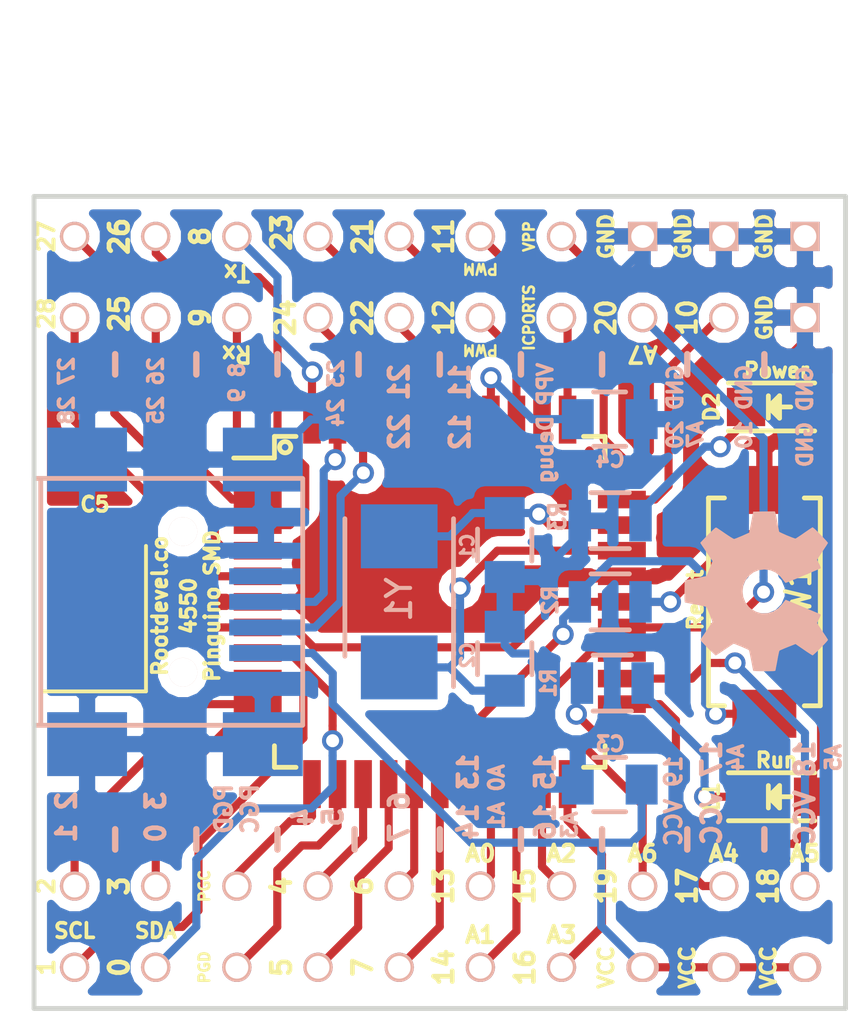
<source format=kicad_pcb>
(kicad_pcb (version 4) (host pcbnew 4.0.5+dfsg1-4~bpo8+1)

  (general
    (links 72)
    (no_connects 0)
    (area 72.331867 45.179 105.468134 81.2098)
    (thickness 1.6)
    (drawings 106)
    (tracks 348)
    (zones 0)
    (modules 55)
    (nets 46)
  )

  (page USLetter portrait)
  (title_block
    (title "Pinguino 4550 SMD")
    (date 2016-12-21)
    (rev 2.1)
    (company Rootdevel)
    (comment 1 Hackerspace)
    (comment 2 fAnDrEs)
  )

  (layers
    (0 F.Cu signal)
    (31 B.Cu signal)
    (32 B.Adhes user)
    (33 F.Adhes user)
    (34 B.Paste user)
    (35 F.Paste user)
    (36 B.SilkS user)
    (37 F.SilkS user)
    (38 B.Mask user)
    (39 F.Mask user)
    (40 Dwgs.User user)
    (41 Cmts.User user)
    (42 Eco1.User user)
    (43 Eco2.User user)
    (44 Edge.Cuts user)
    (45 Margin user)
    (46 B.CrtYd user)
    (47 F.CrtYd user)
    (48 B.Fab user)
    (49 F.Fab user)
  )

  (setup
    (last_trace_width 0.254)
    (user_trace_width 0.2032)
    (user_trace_width 0.254)
    (user_trace_width 0.3048)
    (user_trace_width 0.381)
    (user_trace_width 0.4318)
    (user_trace_width 0.508)
    (user_trace_width 0.6096)
    (user_trace_width 0.8128)
    (trace_clearance 0.254)
    (zone_clearance 0.3302)
    (zone_45_only no)
    (trace_min 0.2032)
    (segment_width 0.2)
    (edge_width 0.15)
    (via_size 0.6604)
    (via_drill 0.4064)
    (via_min_size 0.381)
    (via_min_drill 0.3302)
    (user_via 0.5842 0.3302)
    (user_via 0.8128 0.508)
    (user_via 1.2192 0.8128)
    (user_via 6.604 0.4064)
    (uvia_size 0.508)
    (uvia_drill 0.127)
    (uvias_allowed no)
    (uvia_min_size 0)
    (uvia_min_drill 0)
    (pcb_text_width 0.3)
    (pcb_text_size 1.5 1.5)
    (mod_edge_width 0.15)
    (mod_text_size 1 1)
    (mod_text_width 0.15)
    (pad_size 1.016 0.9144)
    (pad_drill 0.7112)
    (pad_to_mask_clearance 0.1524)
    (aux_axis_origin 76.2 76.2)
    (grid_origin 88.9 63.5)
    (visible_elements FFFFFF7F)
    (pcbplotparams
      (layerselection 0x010f0_80000001)
      (usegerberextensions false)
      (excludeedgelayer true)
      (linewidth 0.100000)
      (plotframeref false)
      (viasonmask false)
      (mode 1)
      (useauxorigin false)
      (hpglpennumber 1)
      (hpglpenspeed 20)
      (hpglpendiameter 15)
      (hpglpenoverlay 2)
      (psnegative false)
      (psa4output false)
      (plotreference true)
      (plotvalue true)
      (plotinvisibletext false)
      (padsonsilk false)
      (subtractmaskfromsilk false)
      (outputformat 1)
      (mirror false)
      (drillshape 0)
      (scaleselection 1)
      (outputdirectory PCB))
  )

  (net 0 "")
  (net 1 GND)
  (net 2 /OSC0)
  (net 3 /OSC1)
  (net 4 VCC)
  (net 5 /VUSB)
  (net 6 "Net-(D1-Pad1)")
  (net 7 "Net-(D2-Pad1)")
  (net 8 /D-)
  (net 9 /D+)
  (net 10 /PIN0/SDA)
  (net 11 /PIN1/SCL)
  (net 12 /PIN15/A2)
  (net 13 /PIN2)
  (net 14 /PIN16/A3)
  (net 15 /PIN3)
  (net 16 /PIN17/A4)
  (net 17 /PIN4)
  (net 18 /PIN18/A5)
  (net 19 /PIN5)
  (net 20 /PIN19/A6)
  (net 21 /PIN6)
  (net 22 /PIN20/A7)
  (net 23 /PIN7)
  (net 24 /PIN21)
  (net 25 /PIN8/TX)
  (net 26 /PIN22)
  (net 27 /PIN9/RX)
  (net 28 /PIN23)
  (net 29 /PIN10)
  (net 30 /PIN24)
  (net 31 /PIN11/PWM)
  (net 32 /PIN25)
  (net 33 /PIN12/PWM)
  (net 34 /PIN26)
  (net 35 /PIN13/A0)
  (net 36 /PIN27)
  (net 37 /PIN14/A1)
  (net 38 /PIN28)
  (net 39 /ICSP-VPP)
  (net 40 /ICSP_PGD)
  (net 41 /ICSP_PGC)
  (net 42 /RA4)
  (net 43 /MCLR)
  (net 44 /ICPORTS)
  (net 45 "Net-(P1-Pad4)")

  (net_class Default "This is the default net class."
    (clearance 0.254)
    (trace_width 0.254)
    (via_dia 0.6604)
    (via_drill 0.4064)
    (uvia_dia 0.508)
    (uvia_drill 0.127)
    (add_net /D+)
    (add_net /D-)
    (add_net /ICPORTS)
    (add_net /ICSP-VPP)
    (add_net /ICSP_PGC)
    (add_net /ICSP_PGD)
    (add_net /MCLR)
    (add_net /OSC0)
    (add_net /OSC1)
    (add_net /PIN0/SDA)
    (add_net /PIN1/SCL)
    (add_net /PIN10)
    (add_net /PIN11/PWM)
    (add_net /PIN12/PWM)
    (add_net /PIN13/A0)
    (add_net /PIN14/A1)
    (add_net /PIN15/A2)
    (add_net /PIN16/A3)
    (add_net /PIN17/A4)
    (add_net /PIN18/A5)
    (add_net /PIN19/A6)
    (add_net /PIN2)
    (add_net /PIN20/A7)
    (add_net /PIN21)
    (add_net /PIN22)
    (add_net /PIN23)
    (add_net /PIN24)
    (add_net /PIN25)
    (add_net /PIN26)
    (add_net /PIN27)
    (add_net /PIN28)
    (add_net /PIN3)
    (add_net /PIN4)
    (add_net /PIN5)
    (add_net /PIN6)
    (add_net /PIN7)
    (add_net /PIN8/TX)
    (add_net /PIN9/RX)
    (add_net /RA4)
    (add_net /VUSB)
    (add_net GND)
    (add_net "Net-(D1-Pad1)")
    (add_net "Net-(D2-Pad1)")
    (add_net "Net-(P1-Pad4)")
    (add_net VCC)
  )

  (net_class Power ""
    (clearance 0.3048)
    (trace_width 0.3048)
    (via_dia 0.762)
    (via_drill 0.508)
    (uvia_dia 1.016)
    (uvia_drill 0.254)
  )

  (module LOGO (layer B.Cu) (tedit 0) (tstamp 58AF9C1D)
    (at 98.806 63.1698 270)
    (fp_text reference G*** (at 0 -2.65176 270) (layer B.SilkS) hide
      (effects (font (size 0.22606 0.22606) (thickness 0.04318)) (justify mirror))
    )
    (fp_text value LOGO (at 0 2.65176 270) (layer B.SilkS) hide
      (effects (font (size 0.22606 0.22606) (thickness 0.04318)) (justify mirror))
    )
    (fp_poly (pts (xy -1.51384 -2.24536) (xy -1.48844 -2.23012) (xy -1.43002 -2.19456) (xy -1.3462 -2.13868)
      (xy -1.24714 -2.07264) (xy -1.14808 -2.0066) (xy -1.0668 -1.95326) (xy -1.01092 -1.91516)
      (xy -0.98552 -1.90246) (xy -0.97282 -1.90754) (xy -0.9271 -1.9304) (xy -0.85852 -1.96596)
      (xy -0.81788 -1.98628) (xy -0.75692 -2.01168) (xy -0.7239 -2.0193) (xy -0.71882 -2.00914)
      (xy -0.69596 -1.96088) (xy -0.6604 -1.8796) (xy -0.61468 -1.77038) (xy -0.5588 -1.64338)
      (xy -0.50292 -1.50876) (xy -0.4445 -1.36906) (xy -0.38862 -1.23444) (xy -0.34036 -1.11506)
      (xy -0.29972 -1.01854) (xy -0.27432 -0.94996) (xy -0.26416 -0.92202) (xy -0.2667 -0.9144)
      (xy -0.29972 -0.88392) (xy -0.35306 -0.84328) (xy -0.47244 -0.74676) (xy -0.58928 -0.60198)
      (xy -0.6604 -0.43688) (xy -0.68326 -0.25146) (xy -0.66294 -0.08128) (xy -0.5969 0.08128)
      (xy -0.4826 0.2286) (xy -0.3429 0.33782) (xy -0.18034 0.4064) (xy 0 0.42926)
      (xy 0.17272 0.40894) (xy 0.34036 0.3429) (xy 0.48768 0.23114) (xy 0.55118 0.16002)
      (xy 0.63754 0.01016) (xy 0.6858 -0.14732) (xy 0.69088 -0.18796) (xy 0.68326 -0.36322)
      (xy 0.63246 -0.5334) (xy 0.53848 -0.68326) (xy 0.40894 -0.80772) (xy 0.3937 -0.81788)
      (xy 0.33528 -0.8636) (xy 0.29464 -0.89408) (xy 0.26416 -0.91948) (xy 0.48768 -1.45796)
      (xy 0.52324 -1.54178) (xy 0.5842 -1.6891) (xy 0.63754 -1.8161) (xy 0.68072 -1.9177)
      (xy 0.7112 -1.98374) (xy 0.7239 -2.01168) (xy 0.7239 -2.01422) (xy 0.74422 -2.01676)
      (xy 0.78486 -2.00152) (xy 0.86106 -1.96596) (xy 0.90932 -1.94056) (xy 0.96774 -1.91262)
      (xy 0.99314 -1.90246) (xy 1.016 -1.91516) (xy 1.06934 -1.95072) (xy 1.15062 -2.00406)
      (xy 1.24714 -2.06756) (xy 1.33858 -2.13106) (xy 1.4224 -2.18694) (xy 1.48336 -2.22504)
      (xy 1.51384 -2.24282) (xy 1.51892 -2.24282) (xy 1.54432 -2.22758) (xy 1.59258 -2.18694)
      (xy 1.66624 -2.11836) (xy 1.77038 -2.01422) (xy 1.78562 -1.99898) (xy 1.87198 -1.91262)
      (xy 1.94056 -1.83896) (xy 1.98628 -1.78816) (xy 2.00406 -1.7653) (xy 2.00406 -1.7653)
      (xy 1.98882 -1.73482) (xy 1.95072 -1.67386) (xy 1.89484 -1.5875) (xy 1.82626 -1.48844)
      (xy 1.64846 -1.22936) (xy 1.74498 -0.98552) (xy 1.77546 -0.90932) (xy 1.81356 -0.82042)
      (xy 1.8415 -0.75438) (xy 1.85674 -0.72644) (xy 1.88214 -0.71628) (xy 1.95072 -0.70104)
      (xy 2.04724 -0.68072) (xy 2.16154 -0.6604) (xy 2.2733 -0.64008) (xy 2.37236 -0.61976)
      (xy 2.44348 -0.60706) (xy 2.4765 -0.59944) (xy 2.48412 -0.59436) (xy 2.49174 -0.57912)
      (xy 2.49428 -0.5461) (xy 2.49682 -0.48514) (xy 2.49936 -0.39116) (xy 2.49936 -0.25146)
      (xy 2.49936 -0.23622) (xy 2.49682 -0.10668) (xy 2.49428 0) (xy 2.49174 0.06604)
      (xy 2.48666 0.09398) (xy 2.48666 0.09398) (xy 2.45618 0.1016) (xy 2.38506 0.11684)
      (xy 2.286 0.13462) (xy 2.16662 0.15748) (xy 2.159 0.16002) (xy 2.04216 0.18288)
      (xy 1.9431 0.2032) (xy 1.87198 0.21844) (xy 1.84404 0.2286) (xy 1.83642 0.23622)
      (xy 1.81356 0.28194) (xy 1.78054 0.3556) (xy 1.7399 0.4445) (xy 1.7018 0.53848)
      (xy 1.66878 0.6223) (xy 1.64592 0.68326) (xy 1.6383 0.7112) (xy 1.64084 0.71374)
      (xy 1.65862 0.74168) (xy 1.69926 0.80264) (xy 1.75514 0.88646) (xy 1.82372 0.98806)
      (xy 1.8288 0.99568) (xy 1.89738 1.09474) (xy 1.95326 1.1811) (xy 1.98882 1.23952)
      (xy 2.00406 1.26746) (xy 2.00406 1.27) (xy 1.9812 1.30048) (xy 1.9304 1.35636)
      (xy 1.85674 1.43256) (xy 1.77038 1.52146) (xy 1.74244 1.54686) (xy 1.64338 1.64338)
      (xy 1.57734 1.70434) (xy 1.53416 1.73736) (xy 1.51384 1.74498) (xy 1.51384 1.74498)
      (xy 1.48336 1.7272) (xy 1.41986 1.68656) (xy 1.33604 1.62814) (xy 1.23444 1.55956)
      (xy 1.22682 1.55448) (xy 1.12776 1.4859) (xy 1.04394 1.43002) (xy 0.98552 1.38938)
      (xy 0.95758 1.37414) (xy 0.95504 1.37414) (xy 0.9144 1.38684) (xy 0.84328 1.41224)
      (xy 0.75438 1.44526) (xy 0.66294 1.48336) (xy 0.57912 1.51892) (xy 0.51562 1.54686)
      (xy 0.48514 1.56464) (xy 0.48514 1.56464) (xy 0.47498 1.6002) (xy 0.4572 1.6764)
      (xy 0.43688 1.778) (xy 0.41148 1.89992) (xy 0.40894 1.92024) (xy 0.38608 2.03962)
      (xy 0.3683 2.13868) (xy 0.35306 2.20726) (xy 0.34544 2.2352) (xy 0.3302 2.23774)
      (xy 0.27178 2.24282) (xy 0.18288 2.24536) (xy 0.07366 2.24536) (xy -0.0381 2.24536)
      (xy -0.14732 2.24282) (xy -0.2413 2.24028) (xy -0.30988 2.2352) (xy -0.33782 2.23012)
      (xy -0.33782 2.22758) (xy -0.34798 2.18948) (xy -0.36576 2.11582) (xy -0.38608 2.01168)
      (xy -0.40894 1.88976) (xy -0.41402 1.8669) (xy -0.43688 1.75006) (xy -0.4572 1.651)
      (xy -0.4699 1.58496) (xy -0.47752 1.55702) (xy -0.49022 1.55194) (xy -0.53848 1.53162)
      (xy -0.61722 1.4986) (xy -0.71628 1.45796) (xy -0.94488 1.36652) (xy -1.22682 1.55702)
      (xy -1.25222 1.5748) (xy -1.35382 1.64338) (xy -1.4351 1.69926) (xy -1.49352 1.73736)
      (xy -1.51638 1.75006) (xy -1.51892 1.75006) (xy -1.54686 1.72466) (xy -1.60274 1.67132)
      (xy -1.67894 1.59766) (xy -1.76784 1.5113) (xy -1.83134 1.44526) (xy -1.91008 1.36652)
      (xy -1.95834 1.31318) (xy -1.98628 1.28016) (xy -1.9939 1.25984) (xy -1.99136 1.2446)
      (xy -1.97358 1.21666) (xy -1.93294 1.1557) (xy -1.87452 1.06934) (xy -1.80594 0.97028)
      (xy -1.75006 0.88646) (xy -1.6891 0.79248) (xy -1.651 0.72644) (xy -1.63576 0.69342)
      (xy -1.64084 0.68072) (xy -1.65862 0.62484) (xy -1.69418 0.54102) (xy -1.73482 0.44196)
      (xy -1.83388 0.22098) (xy -1.97866 0.19304) (xy -2.06756 0.17526) (xy -2.18948 0.1524)
      (xy -2.30886 0.12954) (xy -2.49174 0.09398) (xy -2.49936 -0.58166) (xy -2.47142 -0.59436)
      (xy -2.44348 -0.60198) (xy -2.3749 -0.61722) (xy -2.27838 -0.63754) (xy -2.16154 -0.65786)
      (xy -2.06502 -0.67564) (xy -1.96596 -0.69596) (xy -1.89484 -0.70866) (xy -1.86436 -0.71628)
      (xy -1.8542 -0.72644) (xy -1.83134 -0.7747) (xy -1.79578 -0.8509) (xy -1.75514 -0.94234)
      (xy -1.71704 -1.03632) (xy -1.68148 -1.12522) (xy -1.65862 -1.19126) (xy -1.64846 -1.22428)
      (xy -1.66116 -1.25222) (xy -1.69926 -1.31064) (xy -1.7526 -1.39192) (xy -1.82118 -1.49098)
      (xy -1.88722 -1.5875) (xy -1.94564 -1.67132) (xy -1.98374 -1.73228) (xy -2.00152 -1.76022)
      (xy -1.99136 -1.778) (xy -1.95326 -1.82626) (xy -1.8796 -1.90246) (xy -1.76784 -2.01168)
      (xy -1.75006 -2.02946) (xy -1.6637 -2.11328) (xy -1.59004 -2.18186) (xy -1.5367 -2.22758)
      (xy -1.51384 -2.24536)) (layer B.SilkS) (width 0.00254))
  )

  (module Resistors_SMD:R_0805 (layer B.Cu) (tedit 58EA695B) (tstamp 58ACDD53)
    (at 94.234 63.5 180)
    (descr "Resistor SMD 0805, reflow soldering, Vishay (see dcrcw.pdf)")
    (tags "resistor 0805")
    (path /58460422)
    (attr smd)
    (fp_text reference R2 (at 1.8796 0.0508 270) (layer B.SilkS)
      (effects (font (size 0.4572 0.4572) (thickness 0.1143)) (justify mirror))
    )
    (fp_text value 10k (at -0.08128 -0.07366 270) (layer B.Fab)
      (effects (font (size 0.508 0.508) (thickness 0.127)) (justify mirror))
    )
    (fp_line (start -1.6 1) (end 1.6 1) (layer B.CrtYd) (width 0.05))
    (fp_line (start -1.6 -1) (end 1.6 -1) (layer B.CrtYd) (width 0.05))
    (fp_line (start -1.6 1) (end -1.6 -1) (layer B.CrtYd) (width 0.05))
    (fp_line (start 1.6 1) (end 1.6 -1) (layer B.CrtYd) (width 0.05))
    (fp_line (start 0.6 -0.875) (end -0.6 -0.875) (layer B.SilkS) (width 0.15))
    (fp_line (start -0.6 0.875) (end 0.6 0.875) (layer B.SilkS) (width 0.15))
    (pad 1 smd rect (at -0.95 0 180) (size 0.7 1.3) (layers B.Cu B.Paste B.Mask)
      (net 4 VCC))
    (pad 2 smd rect (at 0.95 0 180) (size 0.7 1.3) (layers B.Cu B.Paste B.Mask)
      (net 43 /MCLR))
    (model Resistors_SMD.3dshapes/R_0805.wrl
      (at (xyz 0 0 0))
      (scale (xyz 1 1 1))
      (rotate (xyz 0 0 0))
    )
  )

  (module Buttons_Switches_SMD:SW_SPST_REED_CT05-XXXX-G1 (layer F.Cu) (tedit 58AF2819) (tstamp 585B0A0E)
    (at 99.06 63.5 90)
    (descr "Coto Technologies SPST Reed Switch CT05-XXXX-G1")
    (tags "Coto Reed SPST Switch")
    (path /5846049F)
    (attr smd)
    (fp_text reference SW1 (at 0.0051 1.0638 90) (layer F.SilkS)
      (effects (font (size 0.762 0.762) (thickness 0.127)))
    )
    (fp_text value Reset (at 0.0559 -2.159 90) (layer F.SilkS)
      (effects (font (size 0.4572 0.4572) (thickness 0.1143)))
    )
    (fp_line (start -5.8 2) (end -5.8 -2) (layer F.CrtYd) (width 0.05))
    (fp_line (start -5.8 -2) (end 5.8 -2) (layer F.CrtYd) (width 0.05))
    (fp_line (start 5.8 -2) (end 5.8 2) (layer F.CrtYd) (width 0.05))
    (fp_line (start 5.8 2) (end -5.8 2) (layer F.CrtYd) (width 0.05))
    (fp_line (start 3.25 1.25) (end 3.25 1.75) (layer F.SilkS) (width 0.15))
    (fp_line (start 3.25 1.75) (end -3.25 1.75) (layer F.SilkS) (width 0.15))
    (fp_line (start -3.25 1.75) (end -3.25 1.25) (layer F.SilkS) (width 0.15))
    (fp_line (start -3.25 -1.25) (end -3.25 -1.75) (layer F.SilkS) (width 0.15))
    (fp_line (start -3.25 -1.75) (end 3.25 -1.75) (layer F.SilkS) (width 0.15))
    (fp_line (start 3.25 -1.75) (end 3.25 -1.25) (layer F.SilkS) (width 0.15))
    (pad 2 smd rect (at 3.5 0 90) (size 1.5 2) (layers F.Cu F.Paste F.Mask)
      (net 1 GND))
    (pad 1 smd rect (at -3.5 0 90) (size 1.5 2) (layers F.Cu F.Paste F.Mask)
      (net 43 /MCLR) (clearance 0.508))
    (model Buttons_Switches_SMD.3dshapes/SW_SMD_1181.wrl
      (at (xyz 0 0 0))
      (scale (xyz 1 1 1))
      (rotate (xyz 0 0 0))
    )
  )

  (module Connect:USB_Mini-B (layer B.Cu) (tedit 58AD18DB) (tstamp 585B0942)
    (at 80.01 63.5)
    (descr "USB Mini-B 5-pin SMD connector")
    (tags "USB USB_B USB_Mini connector")
    (path /58465D42)
    (attr smd)
    (fp_text reference P1 (at 0 -6.90118) (layer B.SilkS) hide
      (effects (font (size 1 1) (thickness 0.15)) (justify mirror))
    )
    (fp_text value uUSB (at -1.563 0.183 270) (layer B.Fab)
      (effects (font (size 1 1) (thickness 0.15)) (justify mirror))
    )
    (fp_line (start 4.5974 -3.8608) (end -3.81 -3.8608) (layer B.SilkS) (width 0.15))
    (fp_line (start 4.5974 3.8608) (end -3.81 3.8608) (layer B.SilkS) (width 0.15))
    (fp_line (start -3.81 -3.8354) (end -3.81 3.8354) (layer B.SilkS) (width 0.15))
    (fp_line (start -4.85 5.7) (end 4.85 5.7) (layer B.CrtYd) (width 0.05))
    (fp_line (start 4.85 5.7) (end 4.85 -5.7) (layer B.CrtYd) (width 0.05))
    (fp_line (start 4.85 -5.7) (end -4.85 -5.7) (layer B.CrtYd) (width 0.05))
    (fp_line (start -4.85 -5.7) (end -4.85 5.7) (layer B.CrtYd) (width 0.05))
    (fp_line (start -3.59918 3.85064) (end -3.59918 -3.85064) (layer B.SilkS) (width 0.15))
    (fp_line (start 4.59994 -3.85064) (end 4.59994 3.85064) (layer B.SilkS) (width 0.15))
    (pad 1 smd rect (at 3.44932 1.6002) (size 2.30124 0.50038) (layers B.Cu B.Paste B.Mask)
      (net 4 VCC))
    (pad 2 smd rect (at 3.44932 0.8001) (size 2.30124 0.50038) (layers B.Cu B.Paste B.Mask)
      (net 8 /D-))
    (pad 3 smd rect (at 3.44932 0) (size 2.30124 0.50038) (layers B.Cu B.Paste B.Mask)
      (net 9 /D+))
    (pad 4 smd rect (at 3.44932 -0.8001) (size 2.30124 0.50038) (layers B.Cu B.Paste B.Mask)
      (net 45 "Net-(P1-Pad4)"))
    (pad 5 smd rect (at 3.44932 -1.6002) (size 2.30124 0.50038) (layers B.Cu B.Paste B.Mask)
      (net 1 GND))
    (pad 6 smd rect (at 3.35026 4.45008) (size 2.49936 1.99898) (layers B.Cu B.Paste B.Mask)
      (net 1 GND))
    (pad 6 smd rect (at -2.14884 4.45008) (size 2.49936 1.99898) (layers B.Cu B.Paste B.Mask)
      (net 1 GND))
    (pad 6 smd rect (at 3.35026 -4.45008) (size 2.49936 1.99898) (layers B.Cu B.Paste B.Mask)
      (net 1 GND))
    (pad 6 smd rect (at -2.14884 -4.45008) (size 2.49936 1.99898) (layers B.Cu B.Paste B.Mask)
      (net 1 GND))
    (pad "" np_thru_hole circle (at 0.8509 2.19964) (size 0.89916 0.89916) (drill 0.89916) (layers *.Cu *.Mask B.SilkS))
    (pad "" np_thru_hole circle (at 0.8509 -2.19964) (size 0.89916 0.89916) (drill 0.89916) (layers *.Cu *.Mask B.SilkS))
    (model Connect.3dshapes/USB_Mini_B.wrl
      (at (xyz 0 0 0))
      (scale (xyz 1 1 1))
      (rotate (xyz 0 0 0))
    )
  )

  (module Socket_Strips:Socket_Strip_Straight_1x01 (layer B.Cu) (tedit 58ADD12F) (tstamp 585B0956)
    (at 100.33 52.07)
    (descr "Through hole socket strip")
    (tags "socket strip")
    (path /5849FD31)
    (fp_text reference P5 (at 0 5.1) (layer B.SilkS) hide
      (effects (font (size 1 1) (thickness 0.15)) (justify mirror))
    )
    (fp_text value CONN_01X01 (at 0 3.1) (layer B.Fab) hide
      (effects (font (size 1 1) (thickness 0.15)) (justify mirror))
    )
    (fp_line (start -1.75 1.75) (end -1.75 -1.75) (layer B.CrtYd) (width 0.05))
    (fp_line (start 1.75 1.75) (end 1.75 -1.75) (layer B.CrtYd) (width 0.05))
    (fp_line (start -1.75 1.75) (end 1.75 1.75) (layer B.CrtYd) (width 0.05))
    (fp_line (start -1.75 -1.75) (end 1.75 -1.75) (layer B.CrtYd) (width 0.05))
    (pad 1 thru_hole rect (at 0 0) (size 0.9144 0.9144) (drill 0.7112) (layers *.Cu *.Mask B.SilkS)
      (net 1 GND))
    (model Socket_Strips.3dshapes/Socket_Strip_Straight_1x01.wrl
      (at (xyz 0 0 0))
      (scale (xyz 1 1 1))
      (rotate (xyz 0 0 180))
    )
  )

  (module Socket_Strips:Socket_Strip_Straight_1x01 (layer B.Cu) (tedit 58ADD13A) (tstamp 58ACEB7B)
    (at 100.33 54.61)
    (descr "Through hole socket strip")
    (tags "socket strip")
    (path /58ACED38)
    (fp_text reference P40 (at 0 5.1) (layer B.SilkS) hide
      (effects (font (size 1 1) (thickness 0.15)) (justify mirror))
    )
    (fp_text value CONN_01X01 (at 0 3.1) (layer B.Fab) hide
      (effects (font (size 1 1) (thickness 0.15)) (justify mirror))
    )
    (fp_line (start -1.75 1.75) (end -1.75 -1.75) (layer B.CrtYd) (width 0.05))
    (fp_line (start 1.75 1.75) (end 1.75 -1.75) (layer B.CrtYd) (width 0.05))
    (fp_line (start -1.75 1.75) (end 1.75 1.75) (layer B.CrtYd) (width 0.05))
    (fp_line (start -1.75 -1.75) (end 1.75 -1.75) (layer B.CrtYd) (width 0.05))
    (pad 1 thru_hole rect (at 0 0) (size 0.9144 0.9144) (drill 0.7112) (layers *.Cu *.Mask B.SilkS)
      (net 1 GND))
    (model Socket_Strips.3dshapes/Socket_Strip_Straight_1x01.wrl
      (at (xyz 0 0 0))
      (scale (xyz 1 1 1))
      (rotate (xyz 0 0 180))
    )
  )

  (module Socket_Strips:Socket_Strip_Straight_1x01 (layer B.Cu) (tedit 58AD186E) (tstamp 58ACEB76)
    (at 92.71 54.61)
    (descr "Through hole socket strip")
    (tags "socket strip")
    (path /58ACEDE8)
    (fp_text reference P39 (at 0 5.1) (layer B.SilkS) hide
      (effects (font (size 1 1) (thickness 0.15)) (justify mirror))
    )
    (fp_text value CONN_01X01 (at 0 3.1) (layer B.Fab) hide
      (effects (font (size 1 1) (thickness 0.15)) (justify mirror))
    )
    (fp_line (start -1.75 1.75) (end -1.75 -1.75) (layer B.CrtYd) (width 0.05))
    (fp_line (start 1.75 1.75) (end 1.75 -1.75) (layer B.CrtYd) (width 0.05))
    (fp_line (start -1.75 1.75) (end 1.75 1.75) (layer B.CrtYd) (width 0.05))
    (fp_line (start -1.75 -1.75) (end 1.75 -1.75) (layer B.CrtYd) (width 0.05))
    (pad 1 thru_hole circle (at 0 0) (size 0.9144 0.9144) (drill 0.7112) (layers *.Cu *.Mask B.SilkS)
      (net 44 /ICPORTS))
    (model Socket_Strips.3dshapes/Socket_Strip_Straight_1x01.wrl
      (at (xyz 0 0 0))
      (scale (xyz 1 1 1))
      (rotate (xyz 0 0 180))
    )
  )

  (module Socket_Strips:Socket_Strip_Straight_1x01 (layer B.Cu) (tedit 58ADD127) (tstamp 5863399A)
    (at 97.79 52.07)
    (descr "Through hole socket strip")
    (tags "socket strip")
    (path /5863069D)
    (fp_text reference P38 (at 0 5.1) (layer B.SilkS) hide
      (effects (font (size 1 1) (thickness 0.15)) (justify mirror))
    )
    (fp_text value CONN_01X01 (at 0 3.1) (layer B.Fab) hide
      (effects (font (size 1 1) (thickness 0.15)) (justify mirror))
    )
    (fp_line (start -1.75 1.75) (end -1.75 -1.75) (layer B.CrtYd) (width 0.05))
    (fp_line (start 1.75 1.75) (end 1.75 -1.75) (layer B.CrtYd) (width 0.05))
    (fp_line (start -1.75 1.75) (end 1.75 1.75) (layer B.CrtYd) (width 0.05))
    (fp_line (start -1.75 -1.75) (end 1.75 -1.75) (layer B.CrtYd) (width 0.05))
    (pad 1 thru_hole rect (at 0 0) (size 0.9144 0.9144) (drill 0.7112) (layers *.Cu *.Mask B.SilkS)
      (net 1 GND))
    (model Socket_Strips.3dshapes/Socket_Strip_Straight_1x01.wrl
      (at (xyz 0 0 0))
      (scale (xyz 1 1 1))
      (rotate (xyz 0 0 180))
    )
  )

  (module Socket_Strips:Socket_Strip_Straight_1x01 (layer B.Cu) (tedit 58AD1858) (tstamp 585B0997)
    (at 95.25 54.61)
    (descr "Through hole socket strip")
    (tags "socket strip")
    (path /5848B976)
    (fp_text reference P18 (at 0 5.1) (layer B.SilkS) hide
      (effects (font (size 1 1) (thickness 0.15)) (justify mirror))
    )
    (fp_text value CONN_01X01 (at 0 3.1) (layer B.Fab) hide
      (effects (font (size 1 1) (thickness 0.15)) (justify mirror))
    )
    (fp_line (start -1.75 1.75) (end -1.75 -1.75) (layer B.CrtYd) (width 0.05))
    (fp_line (start 1.75 1.75) (end 1.75 -1.75) (layer B.CrtYd) (width 0.05))
    (fp_line (start -1.75 1.75) (end 1.75 1.75) (layer B.CrtYd) (width 0.05))
    (fp_line (start -1.75 -1.75) (end 1.75 -1.75) (layer B.CrtYd) (width 0.05))
    (pad 1 thru_hole circle (at 0 0) (size 0.9144 0.9144) (drill 0.7112) (layers *.Cu *.Mask B.SilkS)
      (net 22 /PIN20/A7))
    (model Socket_Strips.3dshapes/Socket_Strip_Straight_1x01.wrl
      (at (xyz 0 0 0))
      (scale (xyz 1 1 1))
      (rotate (xyz 0 0 180))
    )
  )

  (module Socket_Strips:Socket_Strip_Straight_1x01 (layer B.Cu) (tedit 58ADDA87) (tstamp 585B094C)
    (at 95.25 52.07)
    (descr "Through hole socket strip")
    (tags "socket strip")
    (path /5849FDE4)
    (fp_text reference P3 (at 0 2.739999) (layer B.SilkS) hide
      (effects (font (size 1 1) (thickness 0.15)) (justify mirror))
    )
    (fp_text value CONN_01X01 (at 0 3.1) (layer B.Fab) hide
      (effects (font (size 1 1) (thickness 0.15)) (justify mirror))
    )
    (fp_line (start -1.75 1.75) (end -1.75 -1.75) (layer B.CrtYd) (width 0.05))
    (fp_line (start 1.75 1.75) (end 1.75 -1.75) (layer B.CrtYd) (width 0.05))
    (fp_line (start -1.75 1.75) (end 1.75 1.75) (layer B.CrtYd) (width 0.05))
    (fp_line (start -1.75 -1.75) (end 1.75 -1.75) (layer B.CrtYd) (width 0.05))
    (pad 1 thru_hole rect (at 0 0) (size 0.9144 0.9144) (drill 0.7112) (layers *.Cu *.Mask B.SilkS)
      (net 1 GND))
    (model Socket_Strips.3dshapes/Socket_Strip_Straight_1x01.wrl
      (at (xyz 0 0 0))
      (scale (xyz 1 1 1))
      (rotate (xyz 0 0 180))
    )
  )

  (module Socket_Strips:Socket_Strip_Straight_1x01 (layer B.Cu) (tedit 58AD1842) (tstamp 585B09EC)
    (at 92.71 52.07)
    (descr "Through hole socket strip")
    (tags "socket strip")
    (path /584905B2)
    (fp_text reference P35 (at 0 2.549999) (layer B.SilkS) hide
      (effects (font (size 1 1) (thickness 0.15)) (justify mirror))
    )
    (fp_text value CONN_01X01 (at 0 3.1) (layer B.Fab) hide
      (effects (font (size 1 1) (thickness 0.15)) (justify mirror))
    )
    (fp_line (start -1.75 1.75) (end -1.75 -1.75) (layer B.CrtYd) (width 0.05))
    (fp_line (start 1.75 1.75) (end 1.75 -1.75) (layer B.CrtYd) (width 0.05))
    (fp_line (start -1.75 1.75) (end 1.75 1.75) (layer B.CrtYd) (width 0.05))
    (fp_line (start -1.75 -1.75) (end 1.75 -1.75) (layer B.CrtYd) (width 0.05))
    (pad 1 thru_hole circle (at 0 0) (size 0.9144 0.9144) (drill 0.7112) (layers *.Cu *.Mask B.SilkS)
      (net 39 /ICSP-VPP))
    (model Socket_Strips.3dshapes/Socket_Strip_Straight_1x01.wrl
      (at (xyz 0 0 0))
      (scale (xyz 1 1 1))
      (rotate (xyz 0 0 180))
    )
  )

  (module Socket_Strips:Socket_Strip_Straight_1x01 (layer B.Cu) (tedit 58AD1838) (tstamp 585B09BA)
    (at 97.79 54.61)
    (descr "Through hole socket strip")
    (tags "socket strip")
    (path /5848A400)
    (fp_text reference P25 (at 0.036666 2.949999) (layer B.SilkS) hide
      (effects (font (size 1 1) (thickness 0.15)) (justify mirror))
    )
    (fp_text value CONN_01X01 (at 0 3.1) (layer B.Fab) hide
      (effects (font (size 1 1) (thickness 0.15)) (justify mirror))
    )
    (fp_line (start -1.75 1.75) (end -1.75 -1.75) (layer B.CrtYd) (width 0.05))
    (fp_line (start 1.75 1.75) (end 1.75 -1.75) (layer B.CrtYd) (width 0.05))
    (fp_line (start -1.75 1.75) (end 1.75 1.75) (layer B.CrtYd) (width 0.05))
    (fp_line (start -1.75 -1.75) (end 1.75 -1.75) (layer B.CrtYd) (width 0.05))
    (pad 1 thru_hole circle (at 0 0) (size 0.9144 0.9144) (drill 0.7112) (layers *.Cu *.Mask B.SilkS)
      (net 29 /PIN10))
    (model Socket_Strips.3dshapes/Socket_Strip_Straight_1x01.wrl
      (at (xyz 0 0 0))
      (scale (xyz 1 1 1))
      (rotate (xyz 0 0 180))
    )
  )

  (module Socket_Strips:Socket_Strip_Straight_1x01 (layer B.Cu) (tedit 58AD182F) (tstamp 585B09CE)
    (at 90.17 54.61)
    (descr "Through hole socket strip")
    (tags "socket strip")
    (path /5848A40C)
    (fp_text reference P29 (at 0 2.549999) (layer B.SilkS) hide
      (effects (font (size 1 1) (thickness 0.15)) (justify mirror))
    )
    (fp_text value CONN_01X01 (at 0 3.1) (layer B.Fab) hide
      (effects (font (size 1 1) (thickness 0.15)) (justify mirror))
    )
    (fp_line (start -1.75 1.75) (end -1.75 -1.75) (layer B.CrtYd) (width 0.05))
    (fp_line (start 1.75 1.75) (end 1.75 -1.75) (layer B.CrtYd) (width 0.05))
    (fp_line (start -1.75 1.75) (end 1.75 1.75) (layer B.CrtYd) (width 0.05))
    (fp_line (start -1.75 -1.75) (end 1.75 -1.75) (layer B.CrtYd) (width 0.05))
    (pad 1 thru_hole circle (at 0 0) (size 0.9144 0.9144) (drill 0.7112) (layers *.Cu *.Mask B.SilkS)
      (net 33 /PIN12/PWM))
    (model Socket_Strips.3dshapes/Socket_Strip_Straight_1x01.wrl
      (at (xyz 0 0 0))
      (scale (xyz 1 1 1))
      (rotate (xyz 0 0 180))
    )
  )

  (module Socket_Strips:Socket_Strip_Straight_1x01 (layer B.Cu) (tedit 58AD1825) (tstamp 585B09C4)
    (at 90.17 52.07)
    (descr "Through hole socket strip")
    (tags "socket strip")
    (path /5848A406)
    (fp_text reference P27 (at 0 2.749999) (layer B.SilkS) hide
      (effects (font (size 1 1) (thickness 0.15)) (justify mirror))
    )
    (fp_text value CONN_01X01 (at 0 3.1) (layer B.Fab) hide
      (effects (font (size 1 1) (thickness 0.15)) (justify mirror))
    )
    (fp_line (start -1.75 1.75) (end -1.75 -1.75) (layer B.CrtYd) (width 0.05))
    (fp_line (start 1.75 1.75) (end 1.75 -1.75) (layer B.CrtYd) (width 0.05))
    (fp_line (start -1.75 1.75) (end 1.75 1.75) (layer B.CrtYd) (width 0.05))
    (fp_line (start -1.75 -1.75) (end 1.75 -1.75) (layer B.CrtYd) (width 0.05))
    (pad 1 thru_hole circle (at 0 0) (size 0.9144 0.9144) (drill 0.7112) (layers *.Cu *.Mask B.SilkS)
      (net 31 /PIN11/PWM))
    (model Socket_Strips.3dshapes/Socket_Strip_Straight_1x01.wrl
      (at (xyz 0 0 0))
      (scale (xyz 1 1 1))
      (rotate (xyz 0 0 180))
    )
  )

  (module Socket_Strips:Socket_Strip_Straight_1x01 (layer B.Cu) (tedit 58AD1817) (tstamp 585B09A1)
    (at 87.63 52.07)
    (descr "Through hole socket strip")
    (tags "socket strip")
    (path /5848B970)
    (fp_text reference P20 (at 0 2.749999) (layer B.SilkS) hide
      (effects (font (size 1 1) (thickness 0.15)) (justify mirror))
    )
    (fp_text value CONN_01X01 (at 0 3.1) (layer B.Fab) hide
      (effects (font (size 1 1) (thickness 0.15)) (justify mirror))
    )
    (fp_line (start -1.75 1.75) (end -1.75 -1.75) (layer B.CrtYd) (width 0.05))
    (fp_line (start 1.75 1.75) (end 1.75 -1.75) (layer B.CrtYd) (width 0.05))
    (fp_line (start -1.75 1.75) (end 1.75 1.75) (layer B.CrtYd) (width 0.05))
    (fp_line (start -1.75 -1.75) (end 1.75 -1.75) (layer B.CrtYd) (width 0.05))
    (pad 1 thru_hole circle (at 0 0) (size 0.9144 0.9144) (drill 0.7112) (layers *.Cu *.Mask B.SilkS)
      (net 24 /PIN21))
    (model Socket_Strips.3dshapes/Socket_Strip_Straight_1x01.wrl
      (at (xyz 0 0 0))
      (scale (xyz 1 1 1))
      (rotate (xyz 0 0 180))
    )
  )

  (module Socket_Strips:Socket_Strip_Straight_1x01 (layer B.Cu) (tedit 58AD180B) (tstamp 585B09AB)
    (at 87.63 54.61)
    (descr "Through hole socket strip")
    (tags "socket strip")
    (path /5848B96A)
    (fp_text reference P22 (at 0 2) (layer B.SilkS) hide
      (effects (font (size 1 1) (thickness 0.15)) (justify mirror))
    )
    (fp_text value CONN_01X01 (at 0 3.1) (layer B.Fab) hide
      (effects (font (size 1 1) (thickness 0.15)) (justify mirror))
    )
    (fp_line (start -1.75 1.75) (end -1.75 -1.75) (layer B.CrtYd) (width 0.05))
    (fp_line (start 1.75 1.75) (end 1.75 -1.75) (layer B.CrtYd) (width 0.05))
    (fp_line (start -1.75 1.75) (end 1.75 1.75) (layer B.CrtYd) (width 0.05))
    (fp_line (start -1.75 -1.75) (end 1.75 -1.75) (layer B.CrtYd) (width 0.05))
    (pad 1 thru_hole circle (at 0 0) (size 0.9144 0.9144) (drill 0.7112) (layers *.Cu *.Mask B.SilkS)
      (net 26 /PIN22))
    (model Socket_Strips.3dshapes/Socket_Strip_Straight_1x01.wrl
      (at (xyz 0 0 0))
      (scale (xyz 1 1 1))
      (rotate (xyz 0 0 180))
    )
  )

  (module Socket_Strips:Socket_Strip_Straight_1x01 (layer B.Cu) (tedit 58AD17F6) (tstamp 585B09BF)
    (at 85.09 54.61)
    (descr "Through hole socket strip")
    (tags "socket strip")
    (path /5848B95E)
    (fp_text reference P26 (at 0 3.149999) (layer B.SilkS) hide
      (effects (font (size 1 1) (thickness 0.15)) (justify mirror))
    )
    (fp_text value CONN_01X01 (at 0 3.1) (layer B.Fab) hide
      (effects (font (size 1 1) (thickness 0.15)) (justify mirror))
    )
    (fp_line (start -1.75 1.75) (end -1.75 -1.75) (layer B.CrtYd) (width 0.05))
    (fp_line (start 1.75 1.75) (end 1.75 -1.75) (layer B.CrtYd) (width 0.05))
    (fp_line (start -1.75 1.75) (end 1.75 1.75) (layer B.CrtYd) (width 0.05))
    (fp_line (start -1.75 -1.75) (end 1.75 -1.75) (layer B.CrtYd) (width 0.05))
    (pad 1 thru_hole circle (at 0 0) (size 0.9144 0.9144) (drill 0.7112) (layers *.Cu *.Mask B.SilkS)
      (net 30 /PIN24))
    (model Socket_Strips.3dshapes/Socket_Strip_Straight_1x01.wrl
      (at (xyz 0 0 0))
      (scale (xyz 1 1 1))
      (rotate (xyz 0 0 180))
    )
  )

  (module Socket_Strips:Socket_Strip_Straight_1x01 (layer B.Cu) (tedit 58AD17EB) (tstamp 585B09B5)
    (at 85.09 52.07)
    (descr "Through hole socket strip")
    (tags "socket strip")
    (path /5848B964)
    (fp_text reference P24 (at 0 3) (layer B.SilkS) hide
      (effects (font (size 1 1) (thickness 0.15)) (justify mirror))
    )
    (fp_text value CONN_01X01 (at 0 3.1) (layer B.Fab) hide
      (effects (font (size 1 1) (thickness 0.15)) (justify mirror))
    )
    (fp_line (start -1.75 1.75) (end -1.75 -1.75) (layer B.CrtYd) (width 0.05))
    (fp_line (start 1.75 1.75) (end 1.75 -1.75) (layer B.CrtYd) (width 0.05))
    (fp_line (start -1.75 1.75) (end 1.75 1.75) (layer B.CrtYd) (width 0.05))
    (fp_line (start -1.75 -1.75) (end 1.75 -1.75) (layer B.CrtYd) (width 0.05))
    (pad 1 thru_hole circle (at 0 0) (size 0.9144 0.9144) (drill 0.7112) (layers *.Cu *.Mask B.SilkS)
      (net 28 /PIN23))
    (model Socket_Strips.3dshapes/Socket_Strip_Straight_1x01.wrl
      (at (xyz 0 0 0))
      (scale (xyz 1 1 1))
      (rotate (xyz 0 0 180))
    )
  )

  (module Socket_Strips:Socket_Strip_Straight_1x01 (layer B.Cu) (tedit 58AD17E2) (tstamp 585B09B0)
    (at 82.55 54.61)
    (descr "Through hole socket strip")
    (tags "socket strip")
    (path /5848A3FA)
    (fp_text reference P23 (at 0 2.549999) (layer B.SilkS) hide
      (effects (font (size 1 1) (thickness 0.15)) (justify mirror))
    )
    (fp_text value CONN_01X01 (at 0 3.1) (layer B.Fab) hide
      (effects (font (size 1 1) (thickness 0.15)) (justify mirror))
    )
    (fp_line (start -1.75 1.75) (end -1.75 -1.75) (layer B.CrtYd) (width 0.05))
    (fp_line (start 1.75 1.75) (end 1.75 -1.75) (layer B.CrtYd) (width 0.05))
    (fp_line (start -1.75 1.75) (end 1.75 1.75) (layer B.CrtYd) (width 0.05))
    (fp_line (start -1.75 -1.75) (end 1.75 -1.75) (layer B.CrtYd) (width 0.05))
    (pad 1 thru_hole circle (at 0 0) (size 0.9144 0.9144) (drill 0.7112) (layers *.Cu *.Mask B.SilkS)
      (net 27 /PIN9/RX))
    (model Socket_Strips.3dshapes/Socket_Strip_Straight_1x01.wrl
      (at (xyz 0 0 0))
      (scale (xyz 1 1 1))
      (rotate (xyz 0 0 180))
    )
  )

  (module Socket_Strips:Socket_Strip_Straight_1x01 (layer B.Cu) (tedit 58AD17D8) (tstamp 585B09A6)
    (at 82.55 52.07)
    (descr "Through hole socket strip")
    (tags "socket strip")
    (path /5848A3F4)
    (fp_text reference P21 (at 0 2.949999) (layer B.SilkS) hide
      (effects (font (size 1 1) (thickness 0.15)) (justify mirror))
    )
    (fp_text value CONN_01X01 (at 0 3.1) (layer B.Fab) hide
      (effects (font (size 1 1) (thickness 0.15)) (justify mirror))
    )
    (fp_line (start -1.75 1.75) (end -1.75 -1.75) (layer B.CrtYd) (width 0.05))
    (fp_line (start 1.75 1.75) (end 1.75 -1.75) (layer B.CrtYd) (width 0.05))
    (fp_line (start -1.75 1.75) (end 1.75 1.75) (layer B.CrtYd) (width 0.05))
    (fp_line (start -1.75 -1.75) (end 1.75 -1.75) (layer B.CrtYd) (width 0.05))
    (pad 1 thru_hole circle (at 0 0) (size 0.9144 0.9144) (drill 0.7112) (layers *.Cu *.Mask B.SilkS)
      (net 25 /PIN8/TX))
    (model Socket_Strips.3dshapes/Socket_Strip_Straight_1x01.wrl
      (at (xyz 0 0 0))
      (scale (xyz 1 1 1))
      (rotate (xyz 0 0 180))
    )
  )

  (module Socket_Strips:Socket_Strip_Straight_1x01 (layer B.Cu) (tedit 58AD17CC) (tstamp 585B09C9)
    (at 80.01 54.61)
    (descr "Through hole socket strip")
    (tags "socket strip")
    (path /5848B958)
    (fp_text reference P28 (at 0 3) (layer B.SilkS) hide
      (effects (font (size 1 1) (thickness 0.15)) (justify mirror))
    )
    (fp_text value CONN_01X01 (at 0 3.1) (layer B.Fab) hide
      (effects (font (size 1 1) (thickness 0.15)) (justify mirror))
    )
    (fp_line (start -1.75 1.75) (end -1.75 -1.75) (layer B.CrtYd) (width 0.05))
    (fp_line (start 1.75 1.75) (end 1.75 -1.75) (layer B.CrtYd) (width 0.05))
    (fp_line (start -1.75 1.75) (end 1.75 1.75) (layer B.CrtYd) (width 0.05))
    (fp_line (start -1.75 -1.75) (end 1.75 -1.75) (layer B.CrtYd) (width 0.05))
    (pad 1 thru_hole circle (at 0 0) (size 0.9144 0.9144) (drill 0.7112) (layers *.Cu *.Mask B.SilkS)
      (net 32 /PIN25))
    (model Socket_Strips.3dshapes/Socket_Strip_Straight_1x01.wrl
      (at (xyz 0 0 0))
      (scale (xyz 1 1 1))
      (rotate (xyz 0 0 180))
    )
  )

  (module Socket_Strips:Socket_Strip_Straight_1x01 (layer B.Cu) (tedit 58AD1774) (tstamp 585B09D3)
    (at 80.01 52.07)
    (descr "Through hole socket strip")
    (tags "socket strip")
    (path /5848B952)
    (fp_text reference P30 (at 0 3) (layer B.SilkS) hide
      (effects (font (size 1 1) (thickness 0.15)) (justify mirror))
    )
    (fp_text value CONN_01X01 (at 0 3.1) (layer B.Fab) hide
      (effects (font (size 1 1) (thickness 0.15)) (justify mirror))
    )
    (fp_line (start -1.75 1.75) (end -1.75 -1.75) (layer B.CrtYd) (width 0.05))
    (fp_line (start 1.75 1.75) (end 1.75 -1.75) (layer B.CrtYd) (width 0.05))
    (fp_line (start -1.75 1.75) (end 1.75 1.75) (layer B.CrtYd) (width 0.05))
    (fp_line (start -1.75 -1.75) (end 1.75 -1.75) (layer B.CrtYd) (width 0.05))
    (pad 1 thru_hole circle (at 0 0) (size 0.9144 0.9144) (drill 0.7112) (layers *.Cu *.Mask B.SilkS)
      (net 34 /PIN26))
    (model Socket_Strips.3dshapes/Socket_Strip_Straight_1x01.wrl
      (at (xyz 0 0 0))
      (scale (xyz 1 1 1))
      (rotate (xyz 0 0 180))
    )
  )

  (module Socket_Strips:Socket_Strip_Straight_1x01 (layer B.Cu) (tedit 58AD176A) (tstamp 585B09DD)
    (at 77.47 52.07)
    (descr "Through hole socket strip")
    (tags "socket strip")
    (path /5848B94C)
    (fp_text reference P32 (at 0 3) (layer B.SilkS) hide
      (effects (font (size 1 1) (thickness 0.15)) (justify mirror))
    )
    (fp_text value CONN_01X01 (at 0 3.1) (layer B.Fab) hide
      (effects (font (size 1 1) (thickness 0.15)) (justify mirror))
    )
    (fp_line (start -1.75 1.75) (end -1.75 -1.75) (layer B.CrtYd) (width 0.05))
    (fp_line (start 1.75 1.75) (end 1.75 -1.75) (layer B.CrtYd) (width 0.05))
    (fp_line (start -1.75 1.75) (end 1.75 1.75) (layer B.CrtYd) (width 0.05))
    (fp_line (start -1.75 -1.75) (end 1.75 -1.75) (layer B.CrtYd) (width 0.05))
    (pad 1 thru_hole circle (at 0 0) (size 0.9144 0.9144) (drill 0.7112) (layers *.Cu *.Mask B.SilkS)
      (net 36 /PIN27))
    (model Socket_Strips.3dshapes/Socket_Strip_Straight_1x01.wrl
      (at (xyz 0 0 0))
      (scale (xyz 1 1 1))
      (rotate (xyz 0 0 180))
    )
  )

  (module Socket_Strips:Socket_Strip_Straight_1x01 (layer B.Cu) (tedit 58AD1758) (tstamp 585B09E7)
    (at 77.47 54.61)
    (descr "Through hole socket strip")
    (tags "socket strip")
    (path /5848B946)
    (fp_text reference P34 (at 0 2.749999) (layer B.SilkS) hide
      (effects (font (size 1 1) (thickness 0.15)) (justify mirror))
    )
    (fp_text value CONN_01X01 (at 0 3.1) (layer B.Fab) hide
      (effects (font (size 1 1) (thickness 0.15)) (justify mirror))
    )
    (fp_line (start -1.75 1.75) (end -1.75 -1.75) (layer B.CrtYd) (width 0.05))
    (fp_line (start 1.75 1.75) (end 1.75 -1.75) (layer B.CrtYd) (width 0.05))
    (fp_line (start -1.75 1.75) (end 1.75 1.75) (layer B.CrtYd) (width 0.05))
    (fp_line (start -1.75 -1.75) (end 1.75 -1.75) (layer B.CrtYd) (width 0.05))
    (pad 1 thru_hole circle (at 0 0) (size 0.9144 0.9144) (drill 0.7112) (layers *.Cu *.Mask B.SilkS)
      (net 38 /PIN28))
    (model Socket_Strips.3dshapes/Socket_Strip_Straight_1x01.wrl
      (at (xyz 0 0 0))
      (scale (xyz 1 1 1))
      (rotate (xyz 0 0 180))
    )
  )

  (module Socket_Strips:Socket_Strip_Straight_1x01 (layer B.Cu) (tedit 58AE2797) (tstamp 58ACEB80)
    (at 95.25 74.93)
    (descr "Through hole socket strip")
    (tags "socket strip")
    (path /58ACF1C6)
    (fp_text reference P41 (at 0 5.1) (layer B.SilkS) hide
      (effects (font (size 1 1) (thickness 0.15)) (justify mirror))
    )
    (fp_text value CONN_01X01 (at 0 3.1) (layer B.Fab) hide
      (effects (font (size 1 1) (thickness 0.15)) (justify mirror))
    )
    (fp_line (start -1.75 1.75) (end -1.75 -1.75) (layer B.CrtYd) (width 0.05))
    (fp_line (start 1.75 1.75) (end 1.75 -1.75) (layer B.CrtYd) (width 0.05))
    (fp_line (start -1.75 1.75) (end 1.75 1.75) (layer B.CrtYd) (width 0.05))
    (fp_line (start -1.75 -1.75) (end 1.75 -1.75) (layer B.CrtYd) (width 0.05))
    (pad 1 thru_hole oval (at 0 0) (size 1.016 0.9144) (drill 0.7112) (layers *.Cu *.Mask B.SilkS)
      (net 4 VCC))
    (model Socket_Strips.3dshapes/Socket_Strip_Straight_1x01.wrl
      (at (xyz 0 0 0))
      (scale (xyz 1 1 1))
      (rotate (xyz 0 0 180))
    )
  )

  (module Socket_Strips:Socket_Strip_Straight_1x01 (layer B.Cu) (tedit 58AD1685) (tstamp 585B0979)
    (at 97.79 72.39)
    (descr "Through hole socket strip")
    (tags "socket strip")
    (path /5848AC10)
    (fp_text reference P12 (at 0 2.549999) (layer B.SilkS) hide
      (effects (font (size 1 1) (thickness 0.15)) (justify mirror))
    )
    (fp_text value CONN_01X01 (at 0 3.1) (layer B.Fab) hide
      (effects (font (size 1 1) (thickness 0.15)) (justify mirror))
    )
    (fp_line (start -1.75 1.75) (end -1.75 -1.75) (layer B.CrtYd) (width 0.05))
    (fp_line (start 1.75 1.75) (end 1.75 -1.75) (layer B.CrtYd) (width 0.05))
    (fp_line (start -1.75 1.75) (end 1.75 1.75) (layer B.CrtYd) (width 0.05))
    (fp_line (start -1.75 -1.75) (end 1.75 -1.75) (layer B.CrtYd) (width 0.05))
    (pad 1 thru_hole circle (at 0 0) (size 0.9144 0.9144) (drill 0.7112) (layers *.Cu *.Mask B.SilkS)
      (net 16 /PIN17/A4))
    (model Socket_Strips.3dshapes/Socket_Strip_Straight_1x01.wrl
      (at (xyz 0 0 0))
      (scale (xyz 1 1 1))
      (rotate (xyz 0 0 180))
    )
  )

  (module Socket_Strips:Socket_Strip_Straight_1x01 (layer B.Cu) (tedit 58AE2784) (tstamp 585B0947)
    (at 100.33 74.93)
    (descr "Through hole socket strip")
    (tags "socket strip")
    (path /5849F778)
    (fp_text reference P2 (at 0 3) (layer B.SilkS) hide
      (effects (font (size 1 1) (thickness 0.15)) (justify mirror))
    )
    (fp_text value CONN_01X01 (at 0 3.1) (layer B.Fab) hide
      (effects (font (size 1 1) (thickness 0.15)) (justify mirror))
    )
    (fp_line (start -1.75 1.75) (end -1.75 -1.75) (layer B.CrtYd) (width 0.05))
    (fp_line (start 1.75 1.75) (end 1.75 -1.75) (layer B.CrtYd) (width 0.05))
    (fp_line (start -1.75 1.75) (end 1.75 1.75) (layer B.CrtYd) (width 0.05))
    (fp_line (start -1.75 -1.75) (end 1.75 -1.75) (layer B.CrtYd) (width 0.05))
    (pad 1 thru_hole oval (at 0 0) (size 1.016 0.9144) (drill 0.7112) (layers *.Cu *.Mask B.SilkS)
      (net 4 VCC) (clearance 0.508))
    (model Socket_Strips.3dshapes/Socket_Strip_Straight_1x01.wrl
      (at (xyz 0 0 0))
      (scale (xyz 1 1 1))
      (rotate (xyz 0 0 180))
    )
  )

  (module Socket_Strips:Socket_Strip_Straight_1x01 (layer B.Cu) (tedit 58AE277B) (tstamp 585B0951)
    (at 97.79 74.93)
    (descr "Through hole socket strip")
    (tags "socket strip")
    (path /5849F5A5)
    (fp_text reference P4 (at 0 2.349999) (layer B.SilkS) hide
      (effects (font (size 1 1) (thickness 0.15)) (justify mirror))
    )
    (fp_text value CONN_01X01 (at 0 3.1) (layer B.Fab) hide
      (effects (font (size 1 1) (thickness 0.15)) (justify mirror))
    )
    (fp_line (start -1.75 1.75) (end -1.75 -1.75) (layer B.CrtYd) (width 0.05))
    (fp_line (start 1.75 1.75) (end 1.75 -1.75) (layer B.CrtYd) (width 0.05))
    (fp_line (start -1.75 1.75) (end 1.75 1.75) (layer B.CrtYd) (width 0.05))
    (fp_line (start -1.75 -1.75) (end 1.75 -1.75) (layer B.CrtYd) (width 0.05))
    (pad 1 thru_hole oval (at 0 0) (size 1.016 0.9144) (drill 0.7112) (layers *.Cu *.Mask B.SilkS)
      (net 4 VCC) (clearance 0.508))
    (model Socket_Strips.3dshapes/Socket_Strip_Straight_1x01.wrl
      (at (xyz 0 0 0))
      (scale (xyz 1 1 1))
      (rotate (xyz 0 0 180))
    )
  )

  (module Socket_Strips:Socket_Strip_Straight_1x01 (layer B.Cu) (tedit 58AD1660) (tstamp 585B098D)
    (at 95.25 72.39)
    (descr "Through hole socket strip")
    (tags "socket strip")
    (path /5848AC1C)
    (fp_text reference P16 (at 0.036666 2.549999) (layer B.SilkS) hide
      (effects (font (size 1 1) (thickness 0.15)) (justify mirror))
    )
    (fp_text value CONN_01X01 (at 0 3.1) (layer B.Fab) hide
      (effects (font (size 1 1) (thickness 0.15)) (justify mirror))
    )
    (fp_line (start -1.75 1.75) (end -1.75 -1.75) (layer B.CrtYd) (width 0.05))
    (fp_line (start 1.75 1.75) (end 1.75 -1.75) (layer B.CrtYd) (width 0.05))
    (fp_line (start -1.75 1.75) (end 1.75 1.75) (layer B.CrtYd) (width 0.05))
    (fp_line (start -1.75 -1.75) (end 1.75 -1.75) (layer B.CrtYd) (width 0.05))
    (pad 1 thru_hole circle (at 0 0) (size 0.9144 0.9144) (drill 0.7112) (layers *.Cu *.Mask B.SilkS)
      (net 20 /PIN19/A6))
    (model Socket_Strips.3dshapes/Socket_Strip_Straight_1x01.wrl
      (at (xyz 0 0 0))
      (scale (xyz 1 1 1))
      (rotate (xyz 0 0 180))
    )
  )

  (module Socket_Strips:Socket_Strip_Straight_1x01 (layer B.Cu) (tedit 58AD1655) (tstamp 585B0965)
    (at 92.71 72.39)
    (descr "Through hole socket strip")
    (tags "socket strip")
    (path /5848A41E)
    (fp_text reference P8 (at 0 3) (layer B.SilkS) hide
      (effects (font (size 1 1) (thickness 0.15)) (justify mirror))
    )
    (fp_text value CONN_01X01 (at 0 3.1) (layer B.Fab) hide
      (effects (font (size 1 1) (thickness 0.15)) (justify mirror))
    )
    (fp_line (start -1.75 1.75) (end -1.75 -1.75) (layer B.CrtYd) (width 0.05))
    (fp_line (start 1.75 1.75) (end 1.75 -1.75) (layer B.CrtYd) (width 0.05))
    (fp_line (start -1.75 1.75) (end 1.75 1.75) (layer B.CrtYd) (width 0.05))
    (fp_line (start -1.75 -1.75) (end 1.75 -1.75) (layer B.CrtYd) (width 0.05))
    (pad 1 thru_hole circle (at 0 0) (size 0.9144 0.9144) (drill 0.7112) (layers *.Cu *.Mask B.SilkS)
      (net 12 /PIN15/A2))
    (model Socket_Strips.3dshapes/Socket_Strip_Straight_1x01.wrl
      (at (xyz 0 0 0))
      (scale (xyz 1 1 1))
      (rotate (xyz 0 0 180))
    )
  )

  (module Socket_Strips:Socket_Strip_Straight_1x01 (layer B.Cu) (tedit 58AD164B) (tstamp 585B0983)
    (at 100.33 72.39)
    (descr "Through hole socket strip")
    (tags "socket strip")
    (path /5848AC16)
    (fp_text reference P14 (at 0 3.139999) (layer B.SilkS) hide
      (effects (font (size 1 1) (thickness 0.15)) (justify mirror))
    )
    (fp_text value CONN_01X01 (at 0 3.1) (layer B.Fab) hide
      (effects (font (size 1 1) (thickness 0.15)) (justify mirror))
    )
    (fp_line (start -1.75 1.75) (end -1.75 -1.75) (layer B.CrtYd) (width 0.05))
    (fp_line (start 1.75 1.75) (end 1.75 -1.75) (layer B.CrtYd) (width 0.05))
    (fp_line (start -1.75 1.75) (end 1.75 1.75) (layer B.CrtYd) (width 0.05))
    (fp_line (start -1.75 -1.75) (end 1.75 -1.75) (layer B.CrtYd) (width 0.05))
    (pad 1 thru_hole circle (at 0 0) (size 0.9144 0.9144) (drill 0.7112) (layers *.Cu *.Mask B.SilkS)
      (net 18 /PIN18/A5))
    (model Socket_Strips.3dshapes/Socket_Strip_Straight_1x01.wrl
      (at (xyz 0 0 0))
      (scale (xyz 1 1 1))
      (rotate (xyz 0 0 180))
    )
  )

  (module Socket_Strips:Socket_Strip_Straight_1x01 (layer B.Cu) (tedit 58AD163B) (tstamp 585B09D8)
    (at 90.17 72.39)
    (descr "Through hole socket strip")
    (tags "socket strip")
    (path /5848A412)
    (fp_text reference P31 (at 0.036666 3.149999) (layer B.SilkS) hide
      (effects (font (size 1 1) (thickness 0.15)) (justify mirror))
    )
    (fp_text value CONN_01X01 (at 0 3.1) (layer B.Fab) hide
      (effects (font (size 1 1) (thickness 0.15)) (justify mirror))
    )
    (fp_line (start -1.75 1.75) (end -1.75 -1.75) (layer B.CrtYd) (width 0.05))
    (fp_line (start 1.75 1.75) (end 1.75 -1.75) (layer B.CrtYd) (width 0.05))
    (fp_line (start -1.75 1.75) (end 1.75 1.75) (layer B.CrtYd) (width 0.05))
    (fp_line (start -1.75 -1.75) (end 1.75 -1.75) (layer B.CrtYd) (width 0.05))
    (pad 1 thru_hole circle (at 0 0) (size 0.9144 0.9144) (drill 0.7112) (layers *.Cu *.Mask B.SilkS)
      (net 35 /PIN13/A0))
    (model Socket_Strips.3dshapes/Socket_Strip_Straight_1x01.wrl
      (at (xyz 0 0 0))
      (scale (xyz 1 1 1))
      (rotate (xyz 0 0 180))
    )
  )

  (module Socket_Strips:Socket_Strip_Straight_1x01 (layer B.Cu) (tedit 58AD1629) (tstamp 585B096F)
    (at 92.71 74.93)
    (descr "Through hole socket strip")
    (tags "socket strip")
    (path /5848AC0A)
    (fp_text reference P10 (at 0 3) (layer B.SilkS) hide
      (effects (font (size 1 1) (thickness 0.15)) (justify mirror))
    )
    (fp_text value CONN_01X01 (at 0 3.1) (layer B.Fab) hide
      (effects (font (size 1 1) (thickness 0.15)) (justify mirror))
    )
    (fp_line (start -1.75 1.75) (end -1.75 -1.75) (layer B.CrtYd) (width 0.05))
    (fp_line (start 1.75 1.75) (end 1.75 -1.75) (layer B.CrtYd) (width 0.05))
    (fp_line (start -1.75 1.75) (end 1.75 1.75) (layer B.CrtYd) (width 0.05))
    (fp_line (start -1.75 -1.75) (end 1.75 -1.75) (layer B.CrtYd) (width 0.05))
    (pad 1 thru_hole circle (at 0 0) (size 0.9144 0.9144) (drill 0.7112) (layers *.Cu *.Mask B.SilkS)
      (net 14 /PIN16/A3))
    (model Socket_Strips.3dshapes/Socket_Strip_Straight_1x01.wrl
      (at (xyz 0 0 0))
      (scale (xyz 1 1 1))
      (rotate (xyz 0 0 180))
    )
  )

  (module Socket_Strips:Socket_Strip_Straight_1x01 (layer B.Cu) (tedit 58AD161A) (tstamp 585B0992)
    (at 87.63 72.39)
    (descr "Through hole socket strip")
    (tags "socket strip")
    (path /58489FAC)
    (fp_text reference P17 (at 0.246666 2.749999) (layer B.SilkS) hide
      (effects (font (size 1 1) (thickness 0.15)) (justify mirror))
    )
    (fp_text value CONN_01X01 (at 0 3.1) (layer B.Fab) hide
      (effects (font (size 1 1) (thickness 0.15)) (justify mirror))
    )
    (fp_line (start -1.75 1.75) (end -1.75 -1.75) (layer B.CrtYd) (width 0.05))
    (fp_line (start 1.75 1.75) (end 1.75 -1.75) (layer B.CrtYd) (width 0.05))
    (fp_line (start -1.75 1.75) (end 1.75 1.75) (layer B.CrtYd) (width 0.05))
    (fp_line (start -1.75 -1.75) (end 1.75 -1.75) (layer B.CrtYd) (width 0.05))
    (pad 1 thru_hole circle (at 0 0) (size 0.9144 0.9144) (drill 0.7112) (layers *.Cu *.Mask B.SilkS)
      (net 21 /PIN6))
    (model Socket_Strips.3dshapes/Socket_Strip_Straight_1x01.wrl
      (at (xyz 0 0 0))
      (scale (xyz 1 1 1))
      (rotate (xyz 0 0 180))
    )
  )

  (module Socket_Strips:Socket_Strip_Straight_1x01 (layer B.Cu) (tedit 58AD160F) (tstamp 585B09E2)
    (at 90.17 74.93)
    (descr "Through hole socket strip")
    (tags "socket strip")
    (path /5848A418)
    (fp_text reference P33 (at 0 2.949999) (layer B.SilkS) hide
      (effects (font (size 1 1) (thickness 0.15)) (justify mirror))
    )
    (fp_text value CONN_01X01 (at 0 3.1) (layer B.Fab) hide
      (effects (font (size 1 1) (thickness 0.15)) (justify mirror))
    )
    (fp_line (start -1.75 1.75) (end -1.75 -1.75) (layer B.CrtYd) (width 0.05))
    (fp_line (start 1.75 1.75) (end 1.75 -1.75) (layer B.CrtYd) (width 0.05))
    (fp_line (start -1.75 1.75) (end 1.75 1.75) (layer B.CrtYd) (width 0.05))
    (fp_line (start -1.75 -1.75) (end 1.75 -1.75) (layer B.CrtYd) (width 0.05))
    (pad 1 thru_hole circle (at 0 0) (size 0.9144 0.9144) (drill 0.7112) (layers *.Cu *.Mask B.SilkS)
      (net 37 /PIN14/A1))
    (model Socket_Strips.3dshapes/Socket_Strip_Straight_1x01.wrl
      (at (xyz 0 0 0))
      (scale (xyz 1 1 1))
      (rotate (xyz 0 0 180))
    )
  )

  (module Socket_Strips:Socket_Strip_Straight_1x01 (layer B.Cu) (tedit 58AD1601) (tstamp 585B097E)
    (at 85.09 72.39)
    (descr "Through hole socket strip")
    (tags "socket strip")
    (path /58489FA0)
    (fp_text reference P13 (at 0 5.1) (layer B.SilkS) hide
      (effects (font (size 1 1) (thickness 0.15)) (justify mirror))
    )
    (fp_text value CONN_01X01 (at 0 3.1) (layer B.Fab) hide
      (effects (font (size 1 1) (thickness 0.15)) (justify mirror))
    )
    (fp_line (start -1.75 1.75) (end -1.75 -1.75) (layer B.CrtYd) (width 0.05))
    (fp_line (start 1.75 1.75) (end 1.75 -1.75) (layer B.CrtYd) (width 0.05))
    (fp_line (start -1.75 1.75) (end 1.75 1.75) (layer B.CrtYd) (width 0.05))
    (fp_line (start -1.75 -1.75) (end 1.75 -1.75) (layer B.CrtYd) (width 0.05))
    (pad 1 thru_hole circle (at 0 0) (size 0.9144 0.9144) (drill 0.7112) (layers *.Cu *.Mask B.SilkS)
      (net 17 /PIN4))
    (model Socket_Strips.3dshapes/Socket_Strip_Straight_1x01.wrl
      (at (xyz 0 0 0))
      (scale (xyz 1 1 1))
      (rotate (xyz 0 0 180))
    )
  )

  (module Socket_Strips:Socket_Strip_Straight_1x01 (layer B.Cu) (tedit 58AD15F5) (tstamp 585B099C)
    (at 87.63 74.93)
    (descr "Through hole socket strip")
    (tags "socket strip")
    (path /58489FB2)
    (fp_text reference P19 (at 0.456666 2.339999) (layer B.SilkS) hide
      (effects (font (size 1 1) (thickness 0.15)) (justify mirror))
    )
    (fp_text value CONN_01X01 (at 0 3.1) (layer B.Fab) hide
      (effects (font (size 1 1) (thickness 0.15)) (justify mirror))
    )
    (fp_line (start -1.75 1.75) (end -1.75 -1.75) (layer B.CrtYd) (width 0.05))
    (fp_line (start 1.75 1.75) (end 1.75 -1.75) (layer B.CrtYd) (width 0.05))
    (fp_line (start -1.75 1.75) (end 1.75 1.75) (layer B.CrtYd) (width 0.05))
    (fp_line (start -1.75 -1.75) (end 1.75 -1.75) (layer B.CrtYd) (width 0.05))
    (pad 1 thru_hole circle (at 0 0) (size 0.9144 0.9144) (drill 0.7112) (layers *.Cu *.Mask B.SilkS)
      (net 23 /PIN7))
    (model Socket_Strips.3dshapes/Socket_Strip_Straight_1x01.wrl
      (at (xyz 0 0 0))
      (scale (xyz 1 1 1))
      (rotate (xyz 0 0 180))
    )
  )

  (module Socket_Strips:Socket_Strip_Straight_1x01 (layer B.Cu) (tedit 58AD15DF) (tstamp 585B0974)
    (at 80.01 72.39 180)
    (descr "Through hole socket strip")
    (tags "socket strip")
    (path /58489B98)
    (fp_text reference P11 (at 0 3 180) (layer B.SilkS) hide
      (effects (font (size 1 1) (thickness 0.15)) (justify mirror))
    )
    (fp_text value CONN_01X01 (at 0 3.1 180) (layer B.Fab) hide
      (effects (font (size 1 1) (thickness 0.15)) (justify mirror))
    )
    (fp_line (start -1.75 1.75) (end -1.75 -1.75) (layer B.CrtYd) (width 0.05))
    (fp_line (start 1.75 1.75) (end 1.75 -1.75) (layer B.CrtYd) (width 0.05))
    (fp_line (start -1.75 1.75) (end 1.75 1.75) (layer B.CrtYd) (width 0.05))
    (fp_line (start -1.75 -1.75) (end 1.75 -1.75) (layer B.CrtYd) (width 0.05))
    (pad 1 thru_hole circle (at 0 0 180) (size 0.9144 0.9144) (drill 0.7112) (layers *.Cu *.Mask B.SilkS)
      (net 15 /PIN3))
    (model Socket_Strips.3dshapes/Socket_Strip_Straight_1x01.wrl
      (at (xyz 0 0 0))
      (scale (xyz 1 1 1))
      (rotate (xyz 0 0 180))
    )
  )

  (module Socket_Strips:Socket_Strip_Straight_1x01 (layer B.Cu) (tedit 58AD15C9) (tstamp 585B096A)
    (at 77.47 72.39)
    (descr "Through hole socket strip")
    (tags "socket strip")
    (path /58489B92)
    (fp_text reference P9 (at 0 5.1) (layer B.SilkS) hide
      (effects (font (size 1 1) (thickness 0.15)) (justify mirror))
    )
    (fp_text value CONN_01X01 (at 0 3.1) (layer B.Fab) hide
      (effects (font (size 1 1) (thickness 0.15)) (justify mirror))
    )
    (fp_line (start -1.75 1.75) (end -1.75 -1.75) (layer B.CrtYd) (width 0.05))
    (fp_line (start 1.75 1.75) (end 1.75 -1.75) (layer B.CrtYd) (width 0.05))
    (fp_line (start -1.75 1.75) (end 1.75 1.75) (layer B.CrtYd) (width 0.05))
    (fp_line (start -1.75 -1.75) (end 1.75 -1.75) (layer B.CrtYd) (width 0.05))
    (pad 1 thru_hole circle (at 0 0) (size 0.9144 0.9144) (drill 0.7112) (layers *.Cu *.Mask B.SilkS)
      (net 13 /PIN2))
    (model Socket_Strips.3dshapes/Socket_Strip_Straight_1x01.wrl
      (at (xyz 0 0 0))
      (scale (xyz 1 1 1))
      (rotate (xyz 0 0 180))
    )
  )

  (module Socket_Strips:Socket_Strip_Straight_1x01 (layer B.Cu) (tedit 58AD15BE) (tstamp 585B0988)
    (at 85.09 74.93)
    (descr "Through hole socket strip")
    (tags "socket strip")
    (path /58489FA6)
    (fp_text reference P15 (at 0 5.1) (layer B.SilkS) hide
      (effects (font (size 1 1) (thickness 0.15)) (justify mirror))
    )
    (fp_text value CONN_01X01 (at 0 3.1) (layer B.Fab) hide
      (effects (font (size 1 1) (thickness 0.15)) (justify mirror))
    )
    (fp_line (start -1.75 1.75) (end -1.75 -1.75) (layer B.CrtYd) (width 0.05))
    (fp_line (start 1.75 1.75) (end 1.75 -1.75) (layer B.CrtYd) (width 0.05))
    (fp_line (start -1.75 1.75) (end 1.75 1.75) (layer B.CrtYd) (width 0.05))
    (fp_line (start -1.75 -1.75) (end 1.75 -1.75) (layer B.CrtYd) (width 0.05))
    (pad 1 thru_hole circle (at 0 0) (size 0.9144 0.9144) (drill 0.7112) (layers *.Cu *.Mask B.SilkS)
      (net 19 /PIN5))
    (model Socket_Strips.3dshapes/Socket_Strip_Straight_1x01.wrl
      (at (xyz 0 0 0))
      (scale (xyz 1 1 1))
      (rotate (xyz 0 0 180))
    )
  )

  (module Socket_Strips:Socket_Strip_Straight_1x01 (layer B.Cu) (tedit 58AD15B0) (tstamp 585B09F1)
    (at 82.55 74.93)
    (descr "Through hole socket strip")
    (tags "socket strip")
    (path /584905B8)
    (fp_text reference P36 (at 0 5.1) (layer B.SilkS) hide
      (effects (font (size 1 1) (thickness 0.15)) (justify mirror))
    )
    (fp_text value CONN_01X01 (at 0 3.1) (layer B.Fab) hide
      (effects (font (size 1 1) (thickness 0.15)) (justify mirror))
    )
    (fp_line (start -1.75 1.75) (end -1.75 -1.75) (layer B.CrtYd) (width 0.05))
    (fp_line (start 1.75 1.75) (end 1.75 -1.75) (layer B.CrtYd) (width 0.05))
    (fp_line (start -1.75 1.75) (end 1.75 1.75) (layer B.CrtYd) (width 0.05))
    (fp_line (start -1.75 -1.75) (end 1.75 -1.75) (layer B.CrtYd) (width 0.05))
    (pad 1 thru_hole circle (at 0 0) (size 0.9144 0.9144) (drill 0.7112) (layers *.Cu *.Mask B.SilkS)
      (net 40 /ICSP_PGD))
    (model Socket_Strips.3dshapes/Socket_Strip_Straight_1x01.wrl
      (at (xyz 0 0 0))
      (scale (xyz 1 1 1))
      (rotate (xyz 0 0 180))
    )
  )

  (module Socket_Strips:Socket_Strip_Straight_1x01 (layer B.Cu) (tedit 58AD159B) (tstamp 585B0960)
    (at 77.47 74.93)
    (descr "Through hole socket strip")
    (tags "socket strip")
    (path /58489AFA)
    (fp_text reference P7 (at 0 2.939999) (layer B.SilkS) hide
      (effects (font (size 1 1) (thickness 0.15)) (justify mirror))
    )
    (fp_text value CONN_01X01 (at 0 3.1) (layer B.Fab) hide
      (effects (font (size 1 1) (thickness 0.15)) (justify mirror))
    )
    (fp_line (start -1.75 1.75) (end -1.75 -1.75) (layer B.CrtYd) (width 0.05))
    (fp_line (start 1.75 1.75) (end 1.75 -1.75) (layer B.CrtYd) (width 0.05))
    (fp_line (start -1.75 1.75) (end 1.75 1.75) (layer B.CrtYd) (width 0.05))
    (fp_line (start -1.75 -1.75) (end 1.75 -1.75) (layer B.CrtYd) (width 0.05))
    (pad 1 thru_hole circle (at 0 0) (size 0.9144 0.9144) (drill 0.7112) (layers *.Cu *.Mask B.SilkS)
      (net 11 /PIN1/SCL))
    (model Socket_Strips.3dshapes/Socket_Strip_Straight_1x01.wrl
      (at (xyz 0 0 0))
      (scale (xyz 1 1 1))
      (rotate (xyz 0 0 180))
    )
  )

  (module Socket_Strips:Socket_Strip_Straight_1x01 (layer B.Cu) (tedit 58AD1586) (tstamp 585B09F6)
    (at 82.55 72.39)
    (descr "Through hole socket strip")
    (tags "socket strip")
    (path /584905BE)
    (fp_text reference P37 (at 0 2.949999) (layer B.SilkS) hide
      (effects (font (size 1 1) (thickness 0.15)) (justify mirror))
    )
    (fp_text value CONN_01X01 (at 0 3.1) (layer B.Fab) hide
      (effects (font (size 1 1) (thickness 0.15)) (justify mirror))
    )
    (fp_line (start -1.75 1.75) (end -1.75 -1.75) (layer B.CrtYd) (width 0.05))
    (fp_line (start 1.75 1.75) (end 1.75 -1.75) (layer B.CrtYd) (width 0.05))
    (fp_line (start -1.75 1.75) (end 1.75 1.75) (layer B.CrtYd) (width 0.05))
    (fp_line (start -1.75 -1.75) (end 1.75 -1.75) (layer B.CrtYd) (width 0.05))
    (pad 1 thru_hole circle (at 0 0) (size 0.9144 0.9144) (drill 0.7112) (layers *.Cu *.Mask B.SilkS)
      (net 41 /ICSP_PGC))
    (model Socket_Strips.3dshapes/Socket_Strip_Straight_1x01.wrl
      (at (xyz 0 0 0))
      (scale (xyz 1 1 1))
      (rotate (xyz 0 0 180))
    )
  )

  (module Socket_Strips:Socket_Strip_Straight_1x01 (layer B.Cu) (tedit 58AD1567) (tstamp 5862F877)
    (at 80.01 74.93)
    (descr "Through hole socket strip")
    (tags "socket strip")
    (path /584899DB)
    (fp_text reference P6 (at 0 5.1) (layer B.SilkS) hide
      (effects (font (size 1 1) (thickness 0.15)) (justify mirror))
    )
    (fp_text value CONN_01X01 (at 0 3.1) (layer B.Fab) hide
      (effects (font (size 1 1) (thickness 0.15)) (justify mirror))
    )
    (fp_line (start -1.75 1.75) (end -1.75 -1.75) (layer B.CrtYd) (width 0.05))
    (fp_line (start 1.75 1.75) (end 1.75 -1.75) (layer B.CrtYd) (width 0.05))
    (fp_line (start -1.75 1.75) (end 1.75 1.75) (layer B.CrtYd) (width 0.05))
    (fp_line (start -1.75 -1.75) (end 1.75 -1.75) (layer B.CrtYd) (width 0.05))
    (pad 1 thru_hole circle (at 0 0) (size 0.9144 0.9144) (drill 0.7112) (layers *.Cu *.Mask B.SilkS)
      (net 10 /PIN0/SDA))
    (model Socket_Strips.3dshapes/Socket_Strip_Straight_1x01.wrl
      (at (xyz 0 0 0))
      (scale (xyz 1 1 1))
      (rotate (xyz 0 0 180))
    )
  )

  (module Housings_QFP:TQFP-44_10x10mm_Pitch0.8mm (layer F.Cu) (tedit 58EA6A17) (tstamp 585B0A3E)
    (at 88.9 63.5)
    (descr "44-Lead Plastic Thin Quad Flatpack (PT) - 10x10x1.0 mm Body [TQFP] (see Microchip Packaging Specification 00000049BS.pdf)")
    (tags "QFP 0.8")
    (path /5846189B)
    (attr smd)
    (fp_text reference U1 (at 0 -7.45) (layer F.SilkS) hide
      (effects (font (size 1 1) (thickness 0.15)))
    )
    (fp_text value "PIC18(L)F4550-I/PT" (at 0.3429 4.18338) (layer F.Fab)
      (effects (font (size 0.508 0.508) (thickness 0.127)))
    )
    (fp_circle (center -4.84 -4.836918) (end -4.71 -4.716918) (layer F.SilkS) (width 0.15))
    (fp_line (start -6.7 -6.7) (end -6.7 6.7) (layer F.CrtYd) (width 0.05))
    (fp_line (start 6.7 -6.7) (end 6.7 6.7) (layer F.CrtYd) (width 0.05))
    (fp_line (start -6.7 -6.7) (end 6.7 -6.7) (layer F.CrtYd) (width 0.05))
    (fp_line (start -6.7 6.7) (end 6.7 6.7) (layer F.CrtYd) (width 0.05))
    (fp_line (start -5.175 -5.175) (end -5.175 -4.5) (layer F.SilkS) (width 0.15))
    (fp_line (start 5.175 -5.175) (end 5.175 -4.5) (layer F.SilkS) (width 0.15))
    (fp_line (start 5.175 5.175) (end 5.175 4.5) (layer F.SilkS) (width 0.15))
    (fp_line (start -5.175 5.175) (end -5.175 4.5) (layer F.SilkS) (width 0.15))
    (fp_line (start -5.175 -5.175) (end -4.5 -5.175) (layer F.SilkS) (width 0.15))
    (fp_line (start -5.175 5.175) (end -4.5 5.175) (layer F.SilkS) (width 0.15))
    (fp_line (start 5.175 5.175) (end 4.5 5.175) (layer F.SilkS) (width 0.15))
    (fp_line (start 5.175 -5.175) (end 4.5 -5.175) (layer F.SilkS) (width 0.15))
    (fp_line (start -5.175 -4.5) (end -6.45 -4.5) (layer F.SilkS) (width 0.15))
    (pad 1 smd rect (at -5.7 -4) (size 1.5 0.55) (layers F.Cu F.Paste F.Mask)
      (net 27 /PIN9/RX))
    (pad 2 smd rect (at -5.7 -3.2) (size 1.5 0.55) (layers F.Cu F.Paste F.Mask)
      (net 32 /PIN25))
    (pad 3 smd rect (at -5.7 -2.4) (size 1.5 0.55) (layers F.Cu F.Paste F.Mask)
      (net 34 /PIN26))
    (pad 4 smd rect (at -5.7 -1.6) (size 1.5 0.55) (layers F.Cu F.Paste F.Mask)
      (net 36 /PIN27))
    (pad 5 smd rect (at -5.7 -0.8) (size 1.5 0.55) (layers F.Cu F.Paste F.Mask)
      (net 38 /PIN28))
    (pad 6 smd rect (at -5.7 0) (size 1.5 0.55) (layers F.Cu F.Paste F.Mask)
      (net 1 GND))
    (pad 7 smd rect (at -5.7 0.8) (size 1.5 0.55) (layers F.Cu F.Paste F.Mask)
      (net 4 VCC))
    (pad 8 smd rect (at -5.7 1.6) (size 1.5 0.55) (layers F.Cu F.Paste F.Mask)
      (net 10 /PIN0/SDA))
    (pad 9 smd rect (at -5.7 2.4) (size 1.5 0.55) (layers F.Cu F.Paste F.Mask)
      (net 11 /PIN1/SCL))
    (pad 10 smd rect (at -5.7 3.2) (size 1.5 0.55) (layers F.Cu F.Paste F.Mask)
      (net 13 /PIN2))
    (pad 11 smd rect (at -5.7 4) (size 1.5 0.55) (layers F.Cu F.Paste F.Mask)
      (net 15 /PIN3))
    (pad 12 smd rect (at -4 5.7 90) (size 1.5 0.55) (layers F.Cu F.Paste F.Mask)
      (net 41 /ICSP_PGC))
    (pad 13 smd rect (at -3.2 5.7 90) (size 1.5 0.55) (layers F.Cu F.Paste F.Mask)
      (net 40 /ICSP_PGD))
    (pad 14 smd rect (at -2.4 5.7 90) (size 1.5 0.55) (layers F.Cu F.Paste F.Mask)
      (net 17 /PIN4))
    (pad 15 smd rect (at -1.6 5.7 90) (size 1.5 0.55) (layers F.Cu F.Paste F.Mask)
      (net 19 /PIN5))
    (pad 16 smd rect (at -0.8 5.7 90) (size 1.5 0.55) (layers F.Cu F.Paste F.Mask)
      (net 21 /PIN6))
    (pad 17 smd rect (at 0 5.7 90) (size 1.5 0.55) (layers F.Cu F.Paste F.Mask)
      (net 23 /PIN7))
    (pad 18 smd rect (at 0.8 5.7 90) (size 1.5 0.55) (layers F.Cu F.Paste F.Mask)
      (net 43 /MCLR))
    (pad 19 smd rect (at 1.6 5.7 90) (size 1.5 0.55) (layers F.Cu F.Paste F.Mask)
      (net 35 /PIN13/A0))
    (pad 20 smd rect (at 2.4 5.7 90) (size 1.5 0.55) (layers F.Cu F.Paste F.Mask)
      (net 37 /PIN14/A1))
    (pad 21 smd rect (at 3.2 5.7 90) (size 1.5 0.55) (layers F.Cu F.Paste F.Mask)
      (net 12 /PIN15/A2))
    (pad 22 smd rect (at 4 5.7 90) (size 1.5 0.55) (layers F.Cu F.Paste F.Mask)
      (net 14 /PIN16/A3))
    (pad 23 smd rect (at 5.7 4) (size 1.5 0.55) (layers F.Cu F.Paste F.Mask)
      (net 42 /RA4))
    (pad 24 smd rect (at 5.7 3.2) (size 1.5 0.55) (layers F.Cu F.Paste F.Mask)
      (net 16 /PIN17/A4))
    (pad 25 smd rect (at 5.7 2.4) (size 1.5 0.55) (layers F.Cu F.Paste F.Mask)
      (net 18 /PIN18/A5))
    (pad 26 smd rect (at 5.7 1.6) (size 1.5 0.55) (layers F.Cu F.Paste F.Mask)
      (net 20 /PIN19/A6))
    (pad 27 smd rect (at 5.7 0.8) (size 1.5 0.55) (layers F.Cu F.Paste F.Mask)
      (net 22 /PIN20/A7))
    (pad 28 smd rect (at 5.7 0) (size 1.5 0.55) (layers F.Cu F.Paste F.Mask)
      (net 4 VCC))
    (pad 29 smd rect (at 5.7 -0.8) (size 1.5 0.55) (layers F.Cu F.Paste F.Mask)
      (net 1 GND))
    (pad 30 smd rect (at 5.7 -1.6) (size 1.5 0.55) (layers F.Cu F.Paste F.Mask)
      (net 3 /OSC1))
    (pad 31 smd rect (at 5.7 -2.4) (size 1.5 0.55) (layers F.Cu F.Paste F.Mask)
      (net 2 /OSC0))
    (pad 32 smd rect (at 5.7 -3.2) (size 1.5 0.55) (layers F.Cu F.Paste F.Mask)
      (net 29 /PIN10))
    (pad 33 smd rect (at 5.7 -4) (size 1.5 0.55) (layers F.Cu F.Paste F.Mask)
      (net 39 /ICSP-VPP))
    (pad 34 smd rect (at 4 -5.7 90) (size 1.5 0.55) (layers F.Cu F.Paste F.Mask)
      (net 44 /ICPORTS))
    (pad 35 smd rect (at 3.2 -5.7 90) (size 1.5 0.55) (layers F.Cu F.Paste F.Mask)
      (net 31 /PIN11/PWM))
    (pad 36 smd rect (at 2.4 -5.7 90) (size 1.5 0.55) (layers F.Cu F.Paste F.Mask)
      (net 33 /PIN12/PWM))
    (pad 37 smd rect (at 1.6 -5.7 90) (size 1.5 0.55) (layers F.Cu F.Paste F.Mask)
      (net 5 /VUSB))
    (pad 38 smd rect (at 0.8 -5.7 90) (size 1.5 0.55) (layers F.Cu F.Paste F.Mask)
      (net 24 /PIN21))
    (pad 39 smd rect (at 0 -5.7 90) (size 1.5 0.55) (layers F.Cu F.Paste F.Mask)
      (net 26 /PIN22))
    (pad 40 smd rect (at -0.8 -5.7 90) (size 1.5 0.55) (layers F.Cu F.Paste F.Mask)
      (net 28 /PIN23))
    (pad 41 smd rect (at -1.6 -5.7 90) (size 1.5 0.55) (layers F.Cu F.Paste F.Mask)
      (net 30 /PIN24))
    (pad 42 smd rect (at -2.4 -5.7 90) (size 1.5 0.55) (layers F.Cu F.Paste F.Mask)
      (net 8 /D-))
    (pad 43 smd rect (at -3.2 -5.7 90) (size 1.5 0.55) (layers F.Cu F.Paste F.Mask)
      (net 9 /D+))
    (pad 44 smd rect (at -4 -5.7 90) (size 1.5 0.55) (layers F.Cu F.Paste F.Mask)
      (net 25 /PIN8/TX))
    (model Housings_QFP.3dshapes/TQFP-44_10x10mm_Pitch0.8mm.wrl
      (at (xyz 0 0 0))
      (scale (xyz 1 1 1))
      (rotate (xyz 0 0 0))
    )
  )

  (module "Crystal SMD:Crystal_SMD_5032_2Pads" (layer B.Cu) (tedit 58ACC24E) (tstamp 585B0A44)
    (at 87.63 63.5 90)
    (descr "Ceramic SMD crystal, 5.0x3.2mm, 2 Pads")
    (tags "crystal oscillator quartz SMD SMT 5032")
    (path /5846084F)
    (attr smd)
    (fp_text reference Y1 (at 0.073 -0.0039 90) (layer B.SilkS)
      (effects (font (size 0.762 0.762) (thickness 0.127)) (justify mirror))
    )
    (fp_text value Crystal (at -0.104806 0.974 90) (layer B.Fab)
      (effects (font (size 0.762 0.762) (thickness 0.127)) (justify mirror))
    )
    (fp_line (start 3.6 -2.2) (end 3.6 2.2) (layer B.CrtYd) (width 0.05))
    (fp_line (start -3.6 -2.2) (end 3.6 -2.2) (layer B.CrtYd) (width 0.05))
    (fp_line (start -3.6 2.2) (end -3.6 -2.2) (layer B.CrtYd) (width 0.05))
    (fp_line (start 3.6 2.2) (end -3.6 2.2) (layer B.CrtYd) (width 0.05))
    (fp_line (start 2.6 -1.7) (end -1.7 -1.7) (layer B.SilkS) (width 0.15))
    (fp_line (start -2.65 1.7) (end 2.6 1.7) (layer B.SilkS) (width 0.15))
    (pad 1 smd rect (at -2.05 0 90) (size 2 2.4) (layers B.Cu B.Paste B.Mask)
      (net 3 /OSC1))
    (pad 2 smd rect (at 2.05 0 90) (size 2 2.4) (layers B.Cu B.Paste B.Mask)
      (net 2 /OSC0) (clearance 0.508))
    (model Crystals.3dshapes/Crystal_SMD_5032_2Pads.wrl
      (at (xyz 0 0 0))
      (scale (xyz 0.3937 0.3937 0.3937))
      (rotate (xyz 0 0 0))
    )
  )

  (module Capacitors_SMD:C_0805 (layer B.Cu) (tedit 5910D0B0) (tstamp 58ACDD2B)
    (at 90.932 61.722 90)
    (descr "Capacitor SMD 0805, reflow soldering, AVX (see smccp.pdf)")
    (tags "capacitor 0805")
    (path /584608E4)
    (attr smd)
    (fp_text reference C1 (at -0.0508 -1.1684 90) (layer B.SilkS)
      (effects (font (size 0.4064 0.4064) (thickness 0.1016)) (justify mirror))
    )
    (fp_text value 22pF (at 2.14122 -0.0381 180) (layer B.Fab)
      (effects (font (size 0.508 0.508) (thickness 0.127)) (justify mirror))
    )
    (fp_line (start -1.8 1) (end 1.8 1) (layer B.CrtYd) (width 0.05))
    (fp_line (start -1.8 -1) (end 1.8 -1) (layer B.CrtYd) (width 0.05))
    (fp_line (start -1.8 1) (end -1.8 -1) (layer B.CrtYd) (width 0.05))
    (fp_line (start 1.8 1) (end 1.8 -1) (layer B.CrtYd) (width 0.05))
    (fp_line (start 0.5 0.85) (end -0.5 0.85) (layer B.SilkS) (width 0.15))
    (fp_line (start -0.5 -0.85) (end 0.5 -0.85) (layer B.SilkS) (width 0.15))
    (pad 1 smd rect (at -1 0 90) (size 1 1.25) (layers B.Cu B.Paste B.Mask)
      (net 1 GND))
    (pad 2 smd rect (at 1 0 90) (size 1 1.25) (layers B.Cu B.Paste B.Mask)
      (net 2 /OSC0))
    (model Capacitors_SMD.3dshapes/C_0805.wrl
      (at (xyz 0 0 0))
      (scale (xyz 1 1 1))
      (rotate (xyz 0 0 0))
    )
  )

  (module Capacitors_SMD:C_0805 (layer B.Cu) (tedit 5910D0B8) (tstamp 58ACDD30)
    (at 90.932 65.278 270)
    (descr "Capacitor SMD 0805, reflow soldering, AVX (see smccp.pdf)")
    (tags "capacitor 0805")
    (path /58460937)
    (attr smd)
    (fp_text reference C2 (at -0.1016 1.1684 270) (layer B.SilkS)
      (effects (font (size 0.4064 0.4064) (thickness 0.1016)) (justify mirror))
    )
    (fp_text value 22pF (at 2.17424 -0.05588 360) (layer B.Fab)
      (effects (font (size 0.508 0.508) (thickness 0.127)) (justify mirror))
    )
    (fp_line (start -1.8 1) (end 1.8 1) (layer B.CrtYd) (width 0.05))
    (fp_line (start -1.8 -1) (end 1.8 -1) (layer B.CrtYd) (width 0.05))
    (fp_line (start -1.8 1) (end -1.8 -1) (layer B.CrtYd) (width 0.05))
    (fp_line (start 1.8 1) (end 1.8 -1) (layer B.CrtYd) (width 0.05))
    (fp_line (start 0.5 0.85) (end -0.5 0.85) (layer B.SilkS) (width 0.15))
    (fp_line (start -0.5 -0.85) (end 0.5 -0.85) (layer B.SilkS) (width 0.15))
    (pad 1 smd rect (at -1 0 270) (size 1 1.25) (layers B.Cu B.Paste B.Mask)
      (net 1 GND))
    (pad 2 smd rect (at 1 0 270) (size 1 1.25) (layers B.Cu B.Paste B.Mask)
      (net 3 /OSC1))
    (model Capacitors_SMD.3dshapes/C_0805.wrl
      (at (xyz 0 0 0))
      (scale (xyz 1 1 1))
      (rotate (xyz 0 0 0))
    )
  )

  (module Capacitors_SMD:C_0805 (layer B.Cu) (tedit 58EA6905) (tstamp 58ACDD35)
    (at 94.218 69.215)
    (descr "Capacitor SMD 0805, reflow soldering, AVX (see smccp.pdf)")
    (tags "capacitor 0805")
    (path /58465A04)
    (attr smd)
    (fp_text reference C3 (at 0.016 -1.27 180) (layer B.SilkS)
      (effects (font (size 0.4572 0.4572) (thickness 0.1143)) (justify mirror))
    )
    (fp_text value 100nF (at -0.09576 -1.32334) (layer B.Fab)
      (effects (font (size 0.508 0.508) (thickness 0.127)) (justify mirror))
    )
    (fp_line (start -1.8 1) (end 1.8 1) (layer B.CrtYd) (width 0.05))
    (fp_line (start -1.8 -1) (end 1.8 -1) (layer B.CrtYd) (width 0.05))
    (fp_line (start -1.8 1) (end -1.8 -1) (layer B.CrtYd) (width 0.05))
    (fp_line (start 1.8 1) (end 1.8 -1) (layer B.CrtYd) (width 0.05))
    (fp_line (start 0.5 0.85) (end -0.5 0.85) (layer B.SilkS) (width 0.15))
    (fp_line (start -0.5 -0.85) (end 0.5 -0.85) (layer B.SilkS) (width 0.15))
    (pad 1 smd rect (at -1 0) (size 1 1.25) (layers B.Cu B.Paste B.Mask)
      (net 1 GND))
    (pad 2 smd rect (at 1 0) (size 1 1.25) (layers B.Cu B.Paste B.Mask)
      (net 4 VCC))
    (model Capacitors_SMD.3dshapes/C_0805.wrl
      (at (xyz 0 0 0))
      (scale (xyz 1 1 1))
      (rotate (xyz 0 0 0))
    )
  )

  (module Capacitors_SMD:C_0805 (layer B.Cu) (tedit 58EA69A0) (tstamp 58ACDD3A)
    (at 94.218 57.785 180)
    (descr "Capacitor SMD 0805, reflow soldering, AVX (see smccp.pdf)")
    (tags "capacitor 0805")
    (path /58463FC3)
    (attr smd)
    (fp_text reference C4 (at -0.016 -1.27 180) (layer B.SilkS)
      (effects (font (size 0.4572 0.4572) (thickness 0.1143)) (justify mirror))
    )
    (fp_text value 220nF (at 0.0094 0.05842 180) (layer B.Fab)
      (effects (font (size 0.508 0.508) (thickness 0.127)) (justify mirror))
    )
    (fp_line (start -1.8 1) (end 1.8 1) (layer B.CrtYd) (width 0.05))
    (fp_line (start -1.8 -1) (end 1.8 -1) (layer B.CrtYd) (width 0.05))
    (fp_line (start -1.8 1) (end -1.8 -1) (layer B.CrtYd) (width 0.05))
    (fp_line (start 1.8 1) (end 1.8 -1) (layer B.CrtYd) (width 0.05))
    (fp_line (start 0.5 0.85) (end -0.5 0.85) (layer B.SilkS) (width 0.15))
    (fp_line (start -0.5 -0.85) (end 0.5 -0.85) (layer B.SilkS) (width 0.15))
    (pad 1 smd rect (at -1 0 180) (size 1 1.25) (layers B.Cu B.Paste B.Mask)
      (net 1 GND))
    (pad 2 smd rect (at 1 0 180) (size 1 1.25) (layers B.Cu B.Paste B.Mask)
      (net 5 /VUSB))
    (model Capacitors_SMD.3dshapes/C_0805.wrl
      (at (xyz 0 0 0))
      (scale (xyz 1 1 1))
      (rotate (xyz 0 0 0))
    )
  )

  (module Capacitors_Tantalum_SMD:CP_Tantalum_Case-B_EIA-3528-21_Reflow (layer F.Cu) (tedit 58EA6C45) (tstamp 58ACDD3F)
    (at 78.0542 63.5 90)
    (descr "Tantalum capacitor, Case B, EIA 3528-21, 3.5x2.8x1.9mm, Reflow soldering footprint")
    (tags "capacitor tantalum smd")
    (path /58466D26)
    (attr smd)
    (fp_text reference C5 (at 3.048 0.0508 180) (layer F.SilkS)
      (effects (font (size 0.4572 0.4572) (thickness 0.1143)))
    )
    (fp_text value 10-100uF (at -0.05588 1.80594 90) (layer F.Fab)
      (effects (font (size 0.508 0.508) (thickness 0.127)))
    )
    (fp_line (start -2.85 -1.75) (end -2.85 1.75) (layer F.CrtYd) (width 0.05))
    (fp_line (start -2.85 1.75) (end 2.85 1.75) (layer F.CrtYd) (width 0.05))
    (fp_line (start 2.85 1.75) (end 2.85 -1.75) (layer F.CrtYd) (width 0.05))
    (fp_line (start 2.85 -1.75) (end -2.85 -1.75) (layer F.CrtYd) (width 0.05))
    (fp_line (start -1.75 -1.4) (end -1.75 1.4) (layer F.Fab) (width 0.1))
    (fp_line (start -1.75 1.4) (end 1.75 1.4) (layer F.Fab) (width 0.1))
    (fp_line (start 1.75 1.4) (end 1.75 -1.4) (layer F.Fab) (width 0.1))
    (fp_line (start 1.75 -1.4) (end -1.75 -1.4) (layer F.Fab) (width 0.1))
    (fp_line (start -1.4 -1.4) (end -1.4 1.4) (layer F.Fab) (width 0.1))
    (fp_line (start -1.225 -1.4) (end -1.225 1.4) (layer F.Fab) (width 0.1))
    (fp_line (start -2.8 -1.65) (end 1.75 -1.65) (layer F.SilkS) (width 0.12))
    (fp_line (start -2.8 1.65) (end 1.75 1.65) (layer F.SilkS) (width 0.12))
    (fp_line (start -2.8 -1.65) (end -2.8 1.65) (layer F.SilkS) (width 0.12))
    (pad 1 smd rect (at -1.525 0 90) (size 1.95 2.5) (layers F.Cu F.Paste F.Mask)
      (net 4 VCC))
    (pad 2 smd rect (at 1.525 0 90) (size 1.95 2.5) (layers F.Cu F.Paste F.Mask)
      (net 1 GND))
    (model Capacitors_Tantalum_SMD.3dshapes/CP_Tantalum_Case-B_EIA-3528-21.wrl
      (at (xyz 0 0 0))
      (scale (xyz 1 1 1))
      (rotate (xyz 0 0 0))
    )
  )

  (module LEDs:LED_0805 (layer F.Cu) (tedit 58AF3189) (tstamp 58ACDD44)
    (at 99.535 69.596)
    (descr "LED 0805 smd package")
    (tags "LED 0805 SMD")
    (path /58460696)
    (attr smd)
    (fp_text reference D1 (at -2.126 0 90) (layer F.SilkS)
      (effects (font (size 0.4572 0.4572) (thickness 0.1143)))
    )
    (fp_text value Run_LED (at -0.983 -1.143) (layer F.Fab)
      (effects (font (size 0.4572 0.4572) (thickness 0.1143)))
    )
    (fp_line (start -0.4 -0.3) (end -0.4 0.3) (layer F.Fab) (width 0.15))
    (fp_line (start -0.3 0) (end 0 -0.3) (layer F.Fab) (width 0.15))
    (fp_line (start 0 0.3) (end -0.3 0) (layer F.Fab) (width 0.15))
    (fp_line (start 0 -0.3) (end 0 0.3) (layer F.Fab) (width 0.15))
    (fp_line (start 1 -0.6) (end -1 -0.6) (layer F.Fab) (width 0.15))
    (fp_line (start 1 0.6) (end 1 -0.6) (layer F.Fab) (width 0.15))
    (fp_line (start -1 0.6) (end 1 0.6) (layer F.Fab) (width 0.15))
    (fp_line (start -1 -0.6) (end -1 0.6) (layer F.Fab) (width 0.15))
    (fp_line (start -1.6 0.75) (end 1.1 0.75) (layer F.SilkS) (width 0.15))
    (fp_line (start -1.6 -0.75) (end 1.1 -0.75) (layer F.SilkS) (width 0.15))
    (fp_line (start -0.1 0.15) (end -0.1 -0.1) (layer F.SilkS) (width 0.15))
    (fp_line (start -0.1 -0.1) (end -0.25 0.05) (layer F.SilkS) (width 0.15))
    (fp_line (start -0.35 -0.35) (end -0.35 0.35) (layer F.SilkS) (width 0.15))
    (fp_line (start 0 0) (end 0.35 0) (layer F.SilkS) (width 0.15))
    (fp_line (start -0.35 0) (end 0 -0.35) (layer F.SilkS) (width 0.15))
    (fp_line (start 0 -0.35) (end 0 0.35) (layer F.SilkS) (width 0.15))
    (fp_line (start 0 0.35) (end -0.35 0) (layer F.SilkS) (width 0.15))
    (fp_line (start 1.9 -0.95) (end 1.9 0.95) (layer F.CrtYd) (width 0.05))
    (fp_line (start 1.9 0.95) (end -1.9 0.95) (layer F.CrtYd) (width 0.05))
    (fp_line (start -1.9 0.95) (end -1.9 -0.95) (layer F.CrtYd) (width 0.05))
    (fp_line (start -1.9 -0.95) (end 1.9 -0.95) (layer F.CrtYd) (width 0.05))
    (pad 2 smd rect (at 1.04902 0 180) (size 1.19888 1.19888) (layers F.Cu F.Paste F.Mask)
      (net 4 VCC))
    (pad 1 smd rect (at -1.04902 0 180) (size 1.19888 1.19888) (layers F.Cu F.Paste F.Mask)
      (net 6 "Net-(D1-Pad1)"))
    (model LEDs.3dshapes/LED_0805.wrl
      (at (xyz 0 0 0))
      (scale (xyz 1 1 1))
      (rotate (xyz 0 0 0))
    )
  )

  (module LEDs:LED_0805 (layer F.Cu) (tedit 58AF3177) (tstamp 58ACDD49)
    (at 99.535 57.404)
    (descr "LED 0805 smd package")
    (tags "LED 0805 SMD")
    (path /58466C72)
    (attr smd)
    (fp_text reference D2 (at -2.126 0 90) (layer F.SilkS)
      (effects (font (size 0.4572 0.4572) (thickness 0.1143)))
    )
    (fp_text value Power_LED (at -0.729 -1.27) (layer F.Fab)
      (effects (font (size 0.4572 0.4572) (thickness 0.1143)))
    )
    (fp_line (start -0.4 -0.3) (end -0.4 0.3) (layer F.Fab) (width 0.15))
    (fp_line (start -0.3 0) (end 0 -0.3) (layer F.Fab) (width 0.15))
    (fp_line (start 0 0.3) (end -0.3 0) (layer F.Fab) (width 0.15))
    (fp_line (start 0 -0.3) (end 0 0.3) (layer F.Fab) (width 0.15))
    (fp_line (start 1 -0.6) (end -1 -0.6) (layer F.Fab) (width 0.15))
    (fp_line (start 1 0.6) (end 1 -0.6) (layer F.Fab) (width 0.15))
    (fp_line (start -1 0.6) (end 1 0.6) (layer F.Fab) (width 0.15))
    (fp_line (start -1 -0.6) (end -1 0.6) (layer F.Fab) (width 0.15))
    (fp_line (start -1.6 0.75) (end 1.1 0.75) (layer F.SilkS) (width 0.15))
    (fp_line (start -1.6 -0.75) (end 1.1 -0.75) (layer F.SilkS) (width 0.15))
    (fp_line (start -0.1 0.15) (end -0.1 -0.1) (layer F.SilkS) (width 0.15))
    (fp_line (start -0.1 -0.1) (end -0.25 0.05) (layer F.SilkS) (width 0.15))
    (fp_line (start -0.35 -0.35) (end -0.35 0.35) (layer F.SilkS) (width 0.15))
    (fp_line (start 0 0) (end 0.35 0) (layer F.SilkS) (width 0.15))
    (fp_line (start -0.35 0) (end 0 -0.35) (layer F.SilkS) (width 0.15))
    (fp_line (start 0 -0.35) (end 0 0.35) (layer F.SilkS) (width 0.15))
    (fp_line (start 0 0.35) (end -0.35 0) (layer F.SilkS) (width 0.15))
    (fp_line (start 1.9 -0.95) (end 1.9 0.95) (layer F.CrtYd) (width 0.05))
    (fp_line (start 1.9 0.95) (end -1.9 0.95) (layer F.CrtYd) (width 0.05))
    (fp_line (start -1.9 0.95) (end -1.9 -0.95) (layer F.CrtYd) (width 0.05))
    (fp_line (start -1.9 -0.95) (end 1.9 -0.95) (layer F.CrtYd) (width 0.05))
    (pad 2 smd rect (at 1.04902 0 180) (size 1.19888 1.19888) (layers F.Cu F.Paste F.Mask)
      (net 4 VCC))
    (pad 1 smd rect (at -1.04902 0 180) (size 1.19888 1.19888) (layers F.Cu F.Paste F.Mask)
      (net 7 "Net-(D2-Pad1)"))
    (model LEDs.3dshapes/LED_0805.wrl
      (at (xyz 0 0 0))
      (scale (xyz 1 1 1))
      (rotate (xyz 0 0 0))
    )
  )

  (module Resistors_SMD:R_0805 (layer B.Cu) (tedit 58EA6972) (tstamp 58ACDD4E)
    (at 94.3 66.04)
    (descr "Resistor SMD 0805, reflow soldering, Vishay (see dcrcw.pdf)")
    (tags "resistor 0805")
    (path /5846058F)
    (attr smd)
    (fp_text reference R1 (at -1.9964 0 90) (layer B.SilkS)
      (effects (font (size 0.4572 0.4572) (thickness 0.1143)) (justify mirror))
    )
    (fp_text value 470 (at 0.10672 0.00508 90) (layer B.Fab)
      (effects (font (size 0.508 0.508) (thickness 0.127)) (justify mirror))
    )
    (fp_line (start -1.6 1) (end 1.6 1) (layer B.CrtYd) (width 0.05))
    (fp_line (start -1.6 -1) (end 1.6 -1) (layer B.CrtYd) (width 0.05))
    (fp_line (start -1.6 1) (end -1.6 -1) (layer B.CrtYd) (width 0.05))
    (fp_line (start 1.6 1) (end 1.6 -1) (layer B.CrtYd) (width 0.05))
    (fp_line (start 0.6 -0.875) (end -0.6 -0.875) (layer B.SilkS) (width 0.15))
    (fp_line (start -0.6 0.875) (end 0.6 0.875) (layer B.SilkS) (width 0.15))
    (pad 1 smd rect (at -0.95 0) (size 0.7 1.3) (layers B.Cu B.Paste B.Mask)
      (net 42 /RA4))
    (pad 2 smd rect (at 0.95 0) (size 0.7 1.3) (layers B.Cu B.Paste B.Mask)
      (net 6 "Net-(D1-Pad1)"))
    (model Resistors_SMD.3dshapes/R_0805.wrl
      (at (xyz 0 0 0))
      (scale (xyz 1 1 1))
      (rotate (xyz 0 0 0))
    )
  )

  (module Resistors_SMD:R_0805 (layer B.Cu) (tedit 58EA698D) (tstamp 58ACDD58)
    (at 94.234 60.96 180)
    (descr "Resistor SMD 0805, reflow soldering, Vishay (see dcrcw.pdf)")
    (tags "resistor 0805")
    (path /58466CF1)
    (attr smd)
    (fp_text reference R3 (at 1.651 0.127 270) (layer B.SilkS)
      (effects (font (size 0.508 0.4572) (thickness 0.1143)) (justify mirror))
    )
    (fp_text value 470 (at -0.04826 0.04826 270) (layer B.Fab)
      (effects (font (size 0.508 0.508) (thickness 0.127)) (justify mirror))
    )
    (fp_line (start -1.6 1) (end 1.6 1) (layer B.CrtYd) (width 0.05))
    (fp_line (start -1.6 -1) (end 1.6 -1) (layer B.CrtYd) (width 0.05))
    (fp_line (start -1.6 1) (end -1.6 -1) (layer B.CrtYd) (width 0.05))
    (fp_line (start 1.6 1) (end 1.6 -1) (layer B.CrtYd) (width 0.05))
    (fp_line (start 0.6 -0.875) (end -0.6 -0.875) (layer B.SilkS) (width 0.15))
    (fp_line (start -0.6 0.875) (end 0.6 0.875) (layer B.SilkS) (width 0.15))
    (pad 1 smd rect (at -0.95 0 180) (size 0.7 1.3) (layers B.Cu B.Paste B.Mask)
      (net 7 "Net-(D2-Pad1)"))
    (pad 2 smd rect (at 0.95 0 180) (size 0.7 1.3) (layers B.Cu B.Paste B.Mask)
      (net 1 GND))
    (model Resistors_SMD.3dshapes/R_0805.wrl
      (at (xyz 0 0 0))
      (scale (xyz 1 1 1))
      (rotate (xyz 0 0 0))
    )
  )

  (gr_text A4 (at 97.79 71.374) (layer F.SilkS) (tstamp 58AF2B0E)
    (effects (font (size 0.508 0.508) (thickness 0.127)))
  )
  (gr_text Rootdevel.co (at 80.137 63.627 90) (layer F.SilkS) (tstamp 58AF9DDD)
    (effects (font (size 0.4572 0.4572) (thickness 0.1143)))
  )
  (gr_text "4550\nPinguino SMD" (at 81.407 63.627 90) (layer F.SilkS)
    (effects (font (size 0.4572 0.4572) (thickness 0.1143)))
  )
  (gr_line (start 99.06 70.612) (end 99.06 71.247) (layer B.SilkS) (width 0.2) (tstamp 58AF4E7F))
  (gr_line (start 88.9 70.612) (end 88.9 71.247) (layer B.SilkS) (width 0.2) (tstamp 58AF4E0F))
  (gr_line (start 96.647 70.612) (end 96.647 71.247) (layer B.SilkS) (width 0.2) (tstamp 58AF4DD4))
  (gr_line (start 93.98 70.612) (end 93.98 71.247) (layer B.SilkS) (width 0.2) (tstamp 58AF4DCE))
  (gr_line (start 91.44 70.612) (end 91.44 71.247) (layer B.SilkS) (width 0.2) (tstamp 58AF4DC3))
  (gr_line (start 86.233 70.612) (end 86.233 71.247) (layer B.SilkS) (width 0.2) (tstamp 58AF4DB7))
  (gr_line (start 83.82 70.612) (end 83.82 71.247) (layer B.SilkS) (width 0.2) (tstamp 58AF4DB0))
  (gr_line (start 81.28 70.612) (end 81.28 71.247) (layer B.SilkS) (width 0.2) (tstamp 58AF4D9E))
  (gr_line (start 78.74 70.612) (end 78.74 71.247) (layer B.SilkS) (width 0.2) (tstamp 58AF4D96))
  (gr_line (start 99.06 56.388) (end 99.06 55.753) (layer B.SilkS) (width 0.2) (tstamp 58AF4D84))
  (gr_line (start 96.647 56.388) (end 96.647 55.753) (layer B.SilkS) (width 0.2) (tstamp 58AF4D7B))
  (gr_line (start 93.98 56.388) (end 93.98 55.753) (layer B.SilkS) (width 0.2) (tstamp 58AF4D76))
  (gr_line (start 91.44 56.388) (end 91.44 55.753) (layer B.SilkS) (width 0.2) (tstamp 58AF4D6D))
  (gr_line (start 88.9 56.388) (end 88.9 55.753) (layer B.SilkS) (width 0.2) (tstamp 58AF4D63))
  (gr_line (start 86.36 56.388) (end 86.36 55.753) (layer B.SilkS) (width 0.2) (tstamp 58AF4D58))
  (gr_line (start 83.82 56.388) (end 83.82 55.753) (layer B.SilkS) (width 0.2) (tstamp 58AF4D50))
  (gr_line (start 78.74 56.388) (end 78.74 55.753) (layer B.SilkS) (width 0.2) (tstamp 58AF4D3F))
  (gr_line (start 81.28 56.388) (end 81.28 55.753) (layer B.SilkS) (width 0.2))
  (gr_text "23 24" (at 85.6488 56.9722 90) (layer B.SilkS) (tstamp 58AF3A5D)
    (effects (font (size 0.4572 0.4572) (thickness 0.1143)) (justify mirror))
  )
  (gr_text "8 9" (at 82.55 56.642 90) (layer B.SilkS) (tstamp 58AF3A30)
    (effects (font (size 0.4572 0.4572) (thickness 0.1143)) (justify mirror))
  )
  (gr_text "26 25" (at 80.01 56.896 90) (layer B.SilkS) (tstamp 58AF3A16)
    (effects (font (size 0.4572 0.4572) (thickness 0.1143)) (justify mirror))
  )
  (gr_text Tx (at 82.55 53.213 180) (layer F.SilkS) (tstamp 58AF376A)
    (effects (font (size 0.508 0.508) (thickness 0.1143)))
  )
  (gr_text Rx (at 82.55 55.753 180) (layer F.SilkS) (tstamp 58AF374A)
    (effects (font (size 0.508 0.508) (thickness 0.1143)))
  )
  (gr_text "GND GND" (at 100.33 57.7088 90) (layer B.SilkS) (tstamp 58AF3608)
    (effects (font (size 0.4572 0.4572) (thickness 0.1143)) (justify mirror))
  )
  (gr_text "GND 10" (at 98.425 57.404 90) (layer B.SilkS) (tstamp 58AF35C9)
    (effects (font (size 0.4572 0.4572) (thickness 0.1143)) (justify mirror))
  )
  (gr_text A7 (at 96.901 58.2676 90) (layer B.SilkS) (tstamp 58AF357B)
    (effects (font (size 0.4572 0.4572) (thickness 0.1143)) (justify mirror))
  )
  (gr_text "GND 20" (at 96.266 57.404 90) (layer B.SilkS) (tstamp 58AF34D0)
    (effects (font (size 0.4572 0.4572) (thickness 0.1143)) (justify mirror))
  )
  (gr_text A7 (at 95.25 55.753 180) (layer F.SilkS) (tstamp 58AF269E)
    (effects (font (size 0.508 0.508) (thickness 0.1143)))
  )
  (gr_text A3 (at 92.964 70.485 90) (layer B.SilkS) (tstamp 58AF33DB)
    (effects (font (size 0.4572 0.4572) (thickness 0.1143)) (justify mirror))
  )
  (gr_text "A5       " (at 101.219 69.596 90) (layer B.SilkS) (tstamp 58AF3314)
    (effects (font (size 0.4572 0.4572) (thickness 0.1143)) (justify mirror))
  )
  (gr_text "A4       " (at 98.171 69.596 90) (layer B.SilkS) (tstamp 58AF32E6)
    (effects (font (size 0.4572 0.4572) (thickness 0.1143)) (justify mirror))
  )
  (gr_text "18 VCC" (at 100.33 69.469 90) (layer B.SilkS) (tstamp 58AF32C5)
    (effects (font (size 0.5842 0.5842) (thickness 0.14605)) (justify mirror))
  )
  (gr_text "17 VCC" (at 97.409 69.469 90) (layer B.SilkS) (tstamp 58AF328A)
    (effects (font (size 0.5842 0.5842) (thickness 0.14605)) (justify mirror))
  )
  (gr_text "19 VCC" (at 96.2152 69.723 90) (layer B.SilkS) (tstamp 58AF3222)
    (effects (font (size 0.508 0.508) (thickness 0.1143)) (justify mirror))
  )
  (gr_text Power (at 99.441 56.261) (layer F.SilkS) (tstamp 58AF31EB)
    (effects (font (size 0.4572 0.4572) (thickness 0.1143)))
  )
  (gr_text Run (at 99.441 68.453) (layer F.SilkS)
    (effects (font (size 0.4572 0.4572) (thickness 0.1143)))
  )
  (gr_text "15 16" (at 92.202 69.596 90) (layer B.SilkS) (tstamp 58AF30D7)
    (effects (font (size 0.5842 0.5842) (thickness 0.14605)) (justify mirror))
  )
  (gr_text "A0 A1" (at 90.678 69.596 90) (layer B.SilkS) (tstamp 58AF30A8)
    (effects (font (size 0.4572 0.4572) (thickness 0.1143)) (justify mirror))
  )
  (gr_text "13 14" (at 89.789 69.596 90) (layer B.SilkS) (tstamp 58AF3041)
    (effects (font (size 0.5842 0.5842) (thickness 0.14605)) (justify mirror))
  )
  (gr_text "6 7" (at 87.63 70.231 90) (layer B.SilkS) (tstamp 58AF3016)
    (effects (font (size 0.5842 0.5842) (thickness 0.14605)) (justify mirror))
  )
  (gr_text "VPP Debug" (at 92.202 57.912 90) (layer B.SilkS) (tstamp 58AF2F28)
    (effects (font (size 0.4572 0.4572) (thickness 0.1143)) (justify mirror))
  )
  (gr_text "11 12" (at 89.535 57.404 90) (layer B.SilkS) (tstamp 58AF2F04)
    (effects (font (size 0.5842 0.5842) (thickness 0.14605)) (justify mirror))
  )
  (gr_text "21 22" (at 87.63 57.404 90) (layer B.SilkS) (tstamp 58AF2EE1)
    (effects (font (size 0.5842 0.5842) (thickness 0.14605)) (justify mirror))
  )
  (gr_text "4\n5" (at 85.09 70.231 90) (layer B.SilkS) (tstamp 58AF2E78)
    (effects (font (size 0.5842 0.5842) (thickness 0.14605)) (justify mirror))
  )
  (gr_text "PGD\nPGC" (at 82.55 69.977 90) (layer B.SilkS) (tstamp 58AF2E31)
    (effects (font (size 0.508 0.508) (thickness 0.127)) (justify mirror))
  )
  (gr_text "3 0" (at 80.01 70.231 90) (layer B.SilkS) (tstamp 58AF2E19)
    (effects (font (size 0.5842 0.5842) (thickness 0.14605)) (justify mirror))
  )
  (gr_text 27 (at 76.581 52.07 90) (layer F.SilkS)
    (effects (font (size 0.508 0.508) (thickness 0.127)))
  )
  (gr_text "2 1" (at 77.216 70.231 90) (layer B.SilkS) (tstamp 58AF2D69)
    (effects (font (size 0.5842 0.5842) (thickness 0.14605)) (justify mirror))
  )
  (gr_text "27 28" (at 77.216 56.896 90) (layer B.SilkS) (tstamp 58AF2CB6)
    (effects (font (size 0.4572 0.4572) (thickness 0.1143)) (justify mirror))
  )
  (gr_text VCC (at 99.187 74.93 90) (layer F.SilkS) (tstamp 58AF2BCF)
    (effects (font (size 0.4572 0.4572) (thickness 0.1143)))
  )
  (gr_text VCC (at 96.647 74.93 90) (layer F.SilkS) (tstamp 58AF2BCC)
    (effects (font (size 0.4572 0.4572) (thickness 0.1143)))
  )
  (gr_text VCC (at 94.107 74.93 90) (layer F.SilkS) (tstamp 58AF2BC0)
    (effects (font (size 0.4572 0.4572) (thickness 0.1143)))
  )
  (gr_text 18 (at 99.187 72.39 90) (layer F.SilkS) (tstamp 58AF2BA5)
    (effects (font (size 0.5842 0.5842) (thickness 0.14605)))
  )
  (gr_text 17 (at 96.647 72.39 90) (layer F.SilkS) (tstamp 58AF2B94)
    (effects (font (size 0.5842 0.5842) (thickness 0.14605)))
  )
  (gr_text 19 (at 94.107 72.39 90) (layer F.SilkS) (tstamp 58AF2B89)
    (effects (font (size 0.5842 0.5842) (thickness 0.14605)))
  )
  (gr_text 16 (at 91.567 74.93 90) (layer F.SilkS) (tstamp 58AF2B50)
    (effects (font (size 0.5842 0.5842) (thickness 0.14605)))
  )
  (gr_text 15 (at 91.567 72.39 90) (layer F.SilkS) (tstamp 58AF2B38)
    (effects (font (size 0.5842 0.5842) (thickness 0.14605)))
  )
  (gr_text A5 (at 100.33 71.374) (layer F.SilkS) (tstamp 58AF2B1A)
    (effects (font (size 0.508 0.508) (thickness 0.127)))
  )
  (gr_text A6 (at 95.25 71.374) (layer F.SilkS) (tstamp 58AF2AFA)
    (effects (font (size 0.508 0.508) (thickness 0.127)))
  )
  (gr_text A2 (at 92.71 71.374) (layer F.SilkS) (tstamp 58AF2AAD)
    (effects (font (size 0.508 0.508) (thickness 0.127)))
  )
  (gr_text A3 (at 92.71 73.914) (layer F.SilkS) (tstamp 58AF2AA2)
    (effects (font (size 0.508 0.508) (thickness 0.127)))
  )
  (gr_text 14 (at 89.027 74.93 90) (layer F.SilkS) (tstamp 58AF2A95)
    (effects (font (size 0.5842 0.5842) (thickness 0.14605)))
  )
  (gr_text A1 (at 90.17 73.914) (layer F.SilkS) (tstamp 58AF2A85)
    (effects (font (size 0.508 0.508) (thickness 0.127)))
  )
  (gr_text A0 (at 90.17 71.374) (layer F.SilkS) (tstamp 58AF2A20)
    (effects (font (size 0.508 0.508) (thickness 0.127)))
  )
  (gr_text 13 (at 89.027 72.39 90) (layer F.SilkS) (tstamp 58AF2A0D)
    (effects (font (size 0.5842 0.5842) (thickness 0.14605)))
  )
  (gr_text 6 (at 86.487 72.39 90) (layer F.SilkS) (tstamp 58AF29E1)
    (effects (font (size 0.5842 0.5842) (thickness 0.14605)))
  )
  (gr_text 7 (at 86.487 74.93 90) (layer F.SilkS) (tstamp 58AF29DA)
    (effects (font (size 0.5842 0.5842) (thickness 0.14605)))
  )
  (gr_text 5 (at 83.947 74.93 90) (layer F.SilkS) (tstamp 58AF29D2)
    (effects (font (size 0.5842 0.5842) (thickness 0.14605)))
  )
  (gr_text 4 (at 83.947 72.39 90) (layer F.SilkS) (tstamp 58AF29C0)
    (effects (font (size 0.5842 0.5842) (thickness 0.14605)))
  )
  (gr_text PGD (at 81.534 74.93 90) (layer F.SilkS) (tstamp 58AF29AD)
    (effects (font (size 0.3302 0.3302) (thickness 0.08255)))
  )
  (gr_text PGC (at 81.534 72.39 90) (layer F.SilkS) (tstamp 58AF2992)
    (effects (font (size 0.3302 0.3302) (thickness 0.08255)))
  )
  (gr_text 3 (at 78.867 72.39 90) (layer F.SilkS) (tstamp 58AF2980)
    (effects (font (size 0.5842 0.5842) (thickness 0.14605)))
  )
  (gr_text 0 (at 78.867 74.93 90) (layer F.SilkS) (tstamp 58AF295D)
    (effects (font (size 0.5842 0.5842) (thickness 0.14605)))
  )
  (gr_text SDA (at 80.01 73.787) (layer F.SilkS) (tstamp 58AF2949)
    (effects (font (size 0.4572 0.4572) (thickness 0.1143)))
  )
  (gr_text SCL (at 77.47 73.787) (layer F.SilkS) (tstamp 58AF290C)
    (effects (font (size 0.4572 0.4572) (thickness 0.1143)))
  )
  (gr_text 1 (at 76.581 74.93 90) (layer F.SilkS) (tstamp 58AF2906)
    (effects (font (size 0.508 0.508) (thickness 0.127)))
  )
  (gr_text 2 (at 76.581 72.39 90) (layer F.SilkS) (tstamp 58AF2903)
    (effects (font (size 0.508 0.508) (thickness 0.127)))
  )
  (gr_text GND (at 99.06 54.61 90) (layer F.SilkS) (tstamp 58AF279E)
    (effects (font (size 0.4572 0.4572) (thickness 0.1143)))
  )
  (gr_text GND (at 99.06 52.07 90) (layer F.SilkS) (tstamp 58AF279A)
    (effects (font (size 0.4572 0.4572) (thickness 0.1143)))
  )
  (gr_text GND (at 96.52 52.07 90) (layer F.SilkS) (tstamp 58AF2796)
    (effects (font (size 0.4572 0.4572) (thickness 0.1143)))
  )
  (gr_text PWM (at 90.17 53.086 180) (layer F.SilkS) (tstamp 58AF2734)
    (effects (font (size 0.3302 0.3302) (thickness 0.08255)))
  )
  (gr_text 10 (at 96.647 54.61 90) (layer F.SilkS) (tstamp 58AF26D1)
    (effects (font (size 0.5842 0.5842) (thickness 0.127)))
  )
  (gr_text 20 (at 94.107 54.61 90) (layer F.SilkS) (tstamp 58AF267B)
    (effects (font (size 0.5842 0.5842) (thickness 0.127)))
  )
  (gr_text GND (at 94.107 52.07 90) (layer F.SilkS) (tstamp 58AF2670)
    (effects (font (size 0.4572 0.4572) (thickness 0.1143)))
  )
  (gr_text VPP (at 91.694 52.07 90) (layer F.SilkS) (tstamp 58AF2641)
    (effects (font (size 0.3302 0.3302) (thickness 0.08255)))
  )
  (gr_text ICPORTS (at 91.694 54.61 90) (layer F.SilkS) (tstamp 58AF2630)
    (effects (font (size 0.3302 0.3302) (thickness 0.08255)))
  )
  (gr_text PWM (at 90.17 55.626 180) (layer F.SilkS) (tstamp 58AF2535)
    (effects (font (size 0.3302 0.3302) (thickness 0.08255)))
  )
  (gr_text 12 (at 89.027 54.61 90) (layer F.SilkS) (tstamp 58AF2521)
    (effects (font (size 0.5842 0.5842) (thickness 0.127)))
  )
  (gr_text 11 (at 89.027 52.07 90) (layer F.SilkS) (tstamp 58AF2350)
    (effects (font (size 0.5842 0.5842) (thickness 0.127)))
  )
  (gr_text 22 (at 86.487 54.61 90) (layer F.SilkS) (tstamp 58AF2344)
    (effects (font (size 0.5842 0.5842) (thickness 0.14605)))
  )
  (gr_text 21 (at 86.487 52.07 90) (layer F.SilkS) (tstamp 58AF2338)
    (effects (font (size 0.5842 0.5842) (thickness 0.14605)))
  )
  (gr_text 24 (at 84.074 54.61 90) (layer F.SilkS) (tstamp 58AF230D)
    (effects (font (size 0.5842 0.5842) (thickness 0.14605)))
  )
  (gr_text 23 (at 83.947 51.943 90) (layer F.SilkS) (tstamp 58AF2304)
    (effects (font (size 0.5842 0.5842) (thickness 0.14605)))
  )
  (gr_text 9 (at 81.407 54.61 90) (layer F.SilkS) (tstamp 58AF22F7)
    (effects (font (size 0.5842 0.5842) (thickness 0.14605)))
  )
  (gr_text 8 (at 81.407 52.07 90) (layer F.SilkS) (tstamp 58AF22E6)
    (effects (font (size 0.5842 0.5842) (thickness 0.14605)))
  )
  (gr_text 25 (at 78.867 54.483 90) (layer F.SilkS) (tstamp 58AF22DA)
    (effects (font (size 0.5842 0.5842) (thickness 0.14605)))
  )
  (gr_text 26 (at 78.867 52.07 90) (layer F.SilkS) (tstamp 58AF22CE)
    (effects (font (size 0.5842 0.5842) (thickness 0.14605)))
  )
  (gr_text 28 (at 76.581 54.483 90) (layer F.SilkS) (tstamp 58AF227F)
    (effects (font (size 0.508 0.508) (thickness 0.127)))
  )
  (dimension 25.4 (width 0.3) (layer Dwgs.User)
    (gr_text "1,0000 in" (at 88.9 46.529) (layer Dwgs.User)
      (effects (font (size 1.5 1.5) (thickness 0.3)))
    )
    (feature1 (pts (xy 101.6 50.8) (xy 101.6 45.179)))
    (feature2 (pts (xy 76.2 50.8) (xy 76.2 45.179)))
    (crossbar (pts (xy 76.2 47.879) (xy 101.6 47.879)))
    (arrow1a (pts (xy 101.6 47.879) (xy 100.473496 48.465421)))
    (arrow1b (pts (xy 101.6 47.879) (xy 100.473496 47.292579)))
    (arrow2a (pts (xy 76.2 47.879) (xy 77.326504 48.465421)))
    (arrow2b (pts (xy 76.2 47.879) (xy 77.326504 47.292579)))
  )
  (gr_line (start 76.2 76.218376) (end 76.2 50.818376) (layer Edge.Cuts) (width 0.15))
  (gr_line (start 101.6 76.218376) (end 76.2 76.218376) (layer Edge.Cuts) (width 0.15))
  (gr_line (start 101.6 50.818376) (end 101.6 76.218376) (layer Edge.Cuts) (width 0.15))
  (gr_line (start 76.2 50.818376) (end 101.6 50.818376) (layer Edge.Cuts) (width 0.15))

  (segment (start 83.2 63.5) (end 84.3313 63.5) (width 0.254) (layer F.Cu) (net 1))
  (segment (start 84.3313 63.5) (end 84.7377 63.9064) (width 0.254) (layer F.Cu) (net 1))
  (segment (start 84.7377 63.9064) (end 90.8565 63.9064) (width 0.254) (layer F.Cu) (net 1))
  (segment (start 90.8565 63.9064) (end 92.0629 62.7) (width 0.254) (layer F.Cu) (net 1))
  (segment (start 92.0629 62.7) (end 94.6 62.7) (width 0.254) (layer F.Cu) (net 1))
  (segment (start 83.2 63.5) (end 80.2894 63.5) (width 0.254) (layer F.Cu) (net 1))
  (segment (start 80.2894 63.5) (end 78.7644 61.975) (width 0.254) (layer F.Cu) (net 1))
  (segment (start 78.7644 61.975) (end 78.0542 61.975) (width 0.254) (layer F.Cu) (net 1))
  (segment (start 90.932 64.278) (end 90.932 64.854646) (width 0.254) (layer B.Cu) (net 1))
  (segment (start 90.932 64.854646) (end 91.19217 65.114816) (width 0.254) (layer B.Cu) (net 1))
  (segment (start 91.19217 65.114816) (end 91.790935 65.114816) (width 0.254) (layer B.Cu) (net 1))
  (segment (start 91.790935 65.114816) (end 92.3367 65.660581) (width 0.254) (layer B.Cu) (net 1))
  (segment (start 92.5576 69.215) (end 93.218 69.215) (width 0.254) (layer B.Cu) (net 1))
  (segment (start 92.3367 65.660581) (end 92.3367 68.9941) (width 0.254) (layer B.Cu) (net 1))
  (segment (start 92.3367 68.9941) (end 92.5576 69.215) (width 0.254) (layer B.Cu) (net 1))
  (segment (start 92.974609 59.746609) (end 92.66983 59.44183) (width 0.254) (layer B.Cu) (net 1))
  (segment (start 92.66983 59.44183) (end 92.170789 59.44183) (width 0.254) (layer B.Cu) (net 1))
  (segment (start 92.170789 59.44183) (end 90.525389 57.79643) (width 0.254) (layer B.Cu) (net 1))
  (segment (start 90.525389 57.79643) (end 84.86394 57.79643) (width 0.254) (layer B.Cu) (net 1))
  (segment (start 84.86394 57.79643) (end 83.61045 59.04992) (width 0.254) (layer B.Cu) (net 1))
  (segment (start 83.61045 59.04992) (end 83.36026 59.04992) (width 0.254) (layer B.Cu) (net 1))
  (segment (start 93.284 59.733576) (end 93.472 59.545576) (width 0.254) (layer B.Cu) (net 1))
  (segment (start 93.472 59.545576) (end 93.581576 59.436) (width 0.254) (layer B.Cu) (net 1))
  (segment (start 92.974609 59.746609) (end 93.270967 59.746609) (width 0.254) (layer B.Cu) (net 1))
  (segment (start 93.270967 59.746609) (end 93.472 59.545576) (width 0.254) (layer B.Cu) (net 1))
  (segment (start 93.284 60.056) (end 93.284 59.733576) (width 0.254) (layer B.Cu) (net 1))
  (segment (start 95.218 58.8595) (end 95.218 57.785) (width 0.254) (layer B.Cu) (net 1))
  (segment (start 93.581576 59.436) (end 94.6415 59.436) (width 0.254) (layer B.Cu) (net 1))
  (segment (start 94.6415 59.436) (end 95.218 58.8595) (width 0.254) (layer B.Cu) (net 1))
  (segment (start 93.284 60.056) (end 92.974609 59.746609) (width 0.254) (layer B.Cu) (net 1))
  (segment (start 78.0796 61.975) (end 78.769337 61.975) (width 0.254) (layer F.Cu) (net 1))
  (segment (start 78.232 61.975) (end 79.012132 61.975) (width 0.254) (layer F.Cu) (net 1))
  (segment (start 83.4593 61.8998) (end 81.9912 61.8998) (width 0.254) (layer B.Cu) (net 1))
  (segment (start 79.756 62.6872) (end 77.86116 64.58204) (width 0.254) (layer B.Cu) (net 1))
  (segment (start 81.9912 61.8998) (end 81.2038 62.6872) (width 0.254) (layer B.Cu) (net 1))
  (segment (start 81.2038 62.6872) (end 79.756 62.6872) (width 0.254) (layer B.Cu) (net 1))
  (segment (start 77.86116 64.58204) (end 77.86116 67.95008) (width 0.254) (layer B.Cu) (net 1))
  (segment (start 83.45932 61.8998) (end 83.45932 59.14898) (width 0.254) (layer B.Cu) (net 1))
  (segment (start 83.45932 59.14898) (end 83.36026 59.04992) (width 0.254) (layer B.Cu) (net 1))
  (segment (start 77.86116 67.95008) (end 79.36484 67.95008) (width 0.254) (layer B.Cu) (net 1))
  (segment (start 79.36484 67.95008) (end 83.36026 67.95008) (width 0.254) (layer B.Cu) (net 1))
  (segment (start 84.181572 58.228628) (end 83.3603 59.0499) (width 0.254) (layer B.Cu) (net 1))
  (segment (start 95.218 57.785) (end 95.218 56.641827) (width 0.254) (layer B.Cu) (net 1))
  (segment (start 94.008892 55.432719) (end 94.008892 53.74994) (width 0.254) (layer B.Cu) (net 1))
  (segment (start 95.218 56.641827) (end 94.008892 55.432719) (width 0.254) (layer B.Cu) (net 1))
  (segment (start 94.008892 53.74994) (end 95.25 52.508832) (width 0.254) (layer B.Cu) (net 1))
  (segment (start 95.25 52.508832) (end 95.25 52.4892) (width 0.254) (layer B.Cu) (net 1))
  (segment (start 95.25 52.4892) (end 95.25 52.07) (width 0.254) (layer B.Cu) (net 1))
  (segment (start 93.284 60.96) (end 93.284 60.056) (width 0.254) (layer B.Cu) (net 1))
  (segment (start 97.79 52.07) (end 97.0788 52.07) (width 0.254) (layer F.Cu) (net 1))
  (segment (start 97.0788 52.07) (end 95.25 52.07) (width 0.254) (layer F.Cu) (net 1))
  (segment (start 97.7392 55.866549) (end 96.830187 56.775562) (width 0.254) (layer F.Cu) (net 1))
  (segment (start 100.33 54.61) (end 100.33 55.3212) (width 0.254) (layer F.Cu) (net 1))
  (segment (start 100.33 55.3212) (end 99.784651 55.866549) (width 0.254) (layer F.Cu) (net 1))
  (segment (start 99.784651 55.866549) (end 97.7392 55.866549) (width 0.254) (layer F.Cu) (net 1))
  (segment (start 100.33 52.07) (end 100.33 52.7812) (width 0.254) (layer F.Cu) (net 1))
  (segment (start 100.33 52.7812) (end 100.33 54.61) (width 0.254) (layer F.Cu) (net 1))
  (segment (start 96.830187 56.775562) (end 96.830187 59.151487) (width 0.254) (layer F.Cu) (net 1))
  (segment (start 96.830187 59.151487) (end 97.6787 60) (width 0.254) (layer F.Cu) (net 1))
  (segment (start 94.6 62.7) (end 95.710642 62.7) (width 0.254) (layer F.Cu) (net 1))
  (segment (start 95.710642 62.7) (end 97.516061 60.894581) (width 0.254) (layer F.Cu) (net 1))
  (segment (start 97.516061 60.894581) (end 97.516061 60.162639) (width 0.254) (layer F.Cu) (net 1))
  (segment (start 97.516061 60.162639) (end 97.6787 60) (width 0.254) (layer F.Cu) (net 1))
  (segment (start 97.79 52.07) (end 100.33 52.07) (width 0.254) (layer F.Cu) (net 1))
  (segment (start 90.932 62.722) (end 91.9383 62.722) (width 0.254) (layer B.Cu) (net 1))
  (segment (start 77.8612 59.0499) (end 83.3603 59.0499) (width 0.254) (layer B.Cu) (net 1))
  (segment (start 93.0554 60.96) (end 93.284 60.96) (width 0.254) (layer B.Cu) (net 1))
  (segment (start 93.0554 61.6049) (end 93.0554 60.96) (width 0.254) (layer B.Cu) (net 1))
  (segment (start 91.9383 62.722) (end 93.0554 61.6049) (width 0.254) (layer B.Cu) (net 1))
  (segment (start 90.932 62.722) (end 90.932 64.278) (width 0.254) (layer B.Cu) (net 1))
  (segment (start 99.06 60) (end 97.6787 60) (width 0.254) (layer F.Cu) (net 1))
  (segment (start 91.965772 60.722) (end 91.999568 60.755796) (width 0.254) (layer B.Cu) (net 2))
  (segment (start 90.932 60.722) (end 91.965772 60.722) (width 0.254) (layer B.Cu) (net 2))
  (segment (start 92.329767 61.085995) (end 91.999568 60.755796) (width 0.254) (layer F.Cu) (net 2))
  (segment (start 92.343772 61.1) (end 92.329767 61.085995) (width 0.254) (layer F.Cu) (net 2))
  (segment (start 94.6 61.1) (end 92.343772 61.1) (width 0.254) (layer F.Cu) (net 2))
  (via (at 91.999568 60.755796) (size 0.6604) (drill 0.4064) (layers F.Cu B.Cu) (net 2))
  (segment (start 89.9257 60.7356) (end 89.2113 61.45) (width 0.254) (layer B.Cu) (net 2))
  (segment (start 89.9257 60.722) (end 89.9257 60.7356) (width 0.254) (layer B.Cu) (net 2))
  (segment (start 87.63 61.45) (end 89.2113 61.45) (width 0.254) (layer B.Cu) (net 2))
  (segment (start 90.932 60.722) (end 89.9257 60.722) (width 0.254) (layer B.Cu) (net 2))
  (segment (start 89.864903 62.737057) (end 89.534704 63.067256) (width 0.254) (layer F.Cu) (net 3))
  (segment (start 90.70196 61.9) (end 89.864903 62.737057) (width 0.254) (layer F.Cu) (net 3))
  (segment (start 94.6 61.9) (end 90.70196 61.9) (width 0.254) (layer F.Cu) (net 3))
  (segment (start 89.534704 63.534229) (end 89.534704 63.067256) (width 0.254) (layer B.Cu) (net 3))
  (segment (start 89.534704 65.226596) (end 89.534704 63.534229) (width 0.254) (layer B.Cu) (net 3))
  (segment (start 89.2113 65.55) (end 89.534704 65.226596) (width 0.254) (layer B.Cu) (net 3))
  (via (at 89.534704 63.067256) (size 0.6604) (drill 0.4064) (layers F.Cu B.Cu) (net 3))
  (segment (start 89.9257 66.2644) (end 89.2113 65.55) (width 0.254) (layer B.Cu) (net 3))
  (segment (start 89.9257 66.278) (end 89.9257 66.2644) (width 0.254) (layer B.Cu) (net 3))
  (segment (start 90.932 66.278) (end 89.9257 66.278) (width 0.254) (layer B.Cu) (net 3))
  (segment (start 87.63 65.55) (end 89.0842 65.55) (width 0.254) (layer B.Cu) (net 3))
  (segment (start 89.0842 65.55) (end 89.2113 65.55) (width 0.254) (layer B.Cu) (net 3))
  (segment (start 94.6 63.5) (end 92.6046 63.5) (width 0.254) (layer F.Cu) (net 4))
  (segment (start 92.6046 63.5) (end 91.1822 64.9224) (width 0.254) (layer F.Cu) (net 4))
  (segment (start 91.1822 64.9224) (end 84.9537 64.9224) (width 0.254) (layer F.Cu) (net 4))
  (segment (start 84.9537 64.9224) (end 84.3313 64.3) (width 0.254) (layer F.Cu) (net 4))
  (segment (start 84.3313 64.3) (end 83.2 64.3) (width 0.254) (layer F.Cu) (net 4))
  (segment (start 78.0542 65.025) (end 79.5836 65.025) (width 0.254) (layer F.Cu) (net 4))
  (segment (start 79.5836 65.025) (end 80.3086 64.3) (width 0.254) (layer F.Cu) (net 4))
  (segment (start 80.3086 64.3) (end 82.196 64.3) (width 0.254) (layer F.Cu) (net 4))
  (segment (start 82.196 64.3) (end 83.2 64.3) (width 0.254) (layer F.Cu) (net 4))
  (segment (start 100.58402 69.596) (end 100.58402 68.74256) (width 0.254) (layer F.Cu) (net 4))
  (segment (start 100.58402 68.74256) (end 100.835235 68.491345) (width 0.254) (layer F.Cu) (net 4))
  (segment (start 100.835235 62.938435) (end 99.9998 62.103) (width 0.254) (layer F.Cu) (net 4))
  (segment (start 100.835235 68.491345) (end 100.835235 62.938435) (width 0.254) (layer F.Cu) (net 4))
  (segment (start 100.160026 62.103) (end 99.9998 62.103) (width 0.254) (layer F.Cu) (net 4))
  (segment (start 99.9998 62.103) (end 99.3134 62.103) (width 0.254) (layer F.Cu) (net 4))
  (segment (start 99.6188 71.0692) (end 99.96426 71.0692) (width 0.254) (layer F.Cu) (net 4))
  (segment (start 100.58402 70.44944) (end 100.58402 69.596) (width 0.254) (layer F.Cu) (net 4))
  (segment (start 99.96426 71.0692) (end 100.58402 70.44944) (width 0.254) (layer F.Cu) (net 4))
  (segment (start 98.9838 71.7042) (end 99.6188 71.0692) (width 0.254) (layer F.Cu) (net 4))
  (segment (start 98.9838 74.93) (end 97.79 74.93) (width 0.254) (layer F.Cu) (net 4))
  (segment (start 100.33 74.93) (end 98.9838 74.93) (width 0.254) (layer F.Cu) (net 4))
  (segment (start 98.9838 74.93) (end 98.9838 71.7042) (width 0.254) (layer F.Cu) (net 4))
  (segment (start 100.88183 60.9854) (end 100.88183 61.381196) (width 0.254) (layer F.Cu) (net 4))
  (segment (start 100.88183 57.70183) (end 100.88183 60.9854) (width 0.254) (layer F.Cu) (net 4))
  (via (at 96.118069 63.5) (size 0.6604) (drill 0.4064) (layers F.Cu B.Cu) (net 4))
  (segment (start 95.184 63.5) (end 96.118069 63.5) (width 0.254) (layer B.Cu) (net 4))
  (segment (start 95.218 69.34) (end 95.218 69.215) (width 0.254) (layer B.Cu) (net 4))
  (segment (start 85.55026 65.739153) (end 85.55026 66.702546) (width 0.254) (layer B.Cu) (net 4))
  (segment (start 84.911307 65.1002) (end 85.55026 65.739153) (width 0.254) (layer B.Cu) (net 4))
  (segment (start 83.4593 65.1002) (end 84.911307 65.1002) (width 0.254) (layer B.Cu) (net 4))
  (segment (start 85.55026 66.702546) (end 89.879946 71.032232) (width 0.254) (layer B.Cu) (net 4))
  (segment (start 89.879946 71.032232) (end 93.9546 71.032232) (width 0.254) (layer B.Cu) (net 4))
  (segment (start 93.9546 71.032232) (end 94.905968 71.032232) (width 0.254) (layer B.Cu) (net 4))
  (segment (start 95.218 70.7202) (end 95.218 69.215) (width 0.254) (layer B.Cu) (net 4))
  (segment (start 94.905968 71.032232) (end 95.218 70.7202) (width 0.254) (layer B.Cu) (net 4))
  (segment (start 93.9546 73.6346) (end 93.9546 71.032232) (width 0.254) (layer B.Cu) (net 4))
  (segment (start 95.25 74.93) (end 93.9546 73.6346) (width 0.254) (layer B.Cu) (net 4))
  (segment (start 78.0796 65.025) (end 79.5836 65.025) (width 0.254) (layer F.Cu) (net 4))
  (segment (start 100.584 57.404) (end 100.88183 57.70183) (width 0.254) (layer F.Cu) (net 4))
  (segment (start 100.88183 61.381196) (end 100.160026 62.103) (width 0.254) (layer F.Cu) (net 4))
  (segment (start 97.145369 62.4727) (end 96.901 62.717069) (width 0.254) (layer F.Cu) (net 4))
  (segment (start 96.901 62.717069) (end 96.118069 63.5) (width 0.254) (layer F.Cu) (net 4))
  (segment (start 99.3134 62.103) (end 97.515069 62.103) (width 0.254) (layer F.Cu) (net 4))
  (segment (start 97.515069 62.103) (end 96.901 62.717069) (width 0.254) (layer F.Cu) (net 4))
  (segment (start 96.118069 63.5) (end 94.6 63.5) (width 0.254) (layer F.Cu) (net 4))
  (segment (start 97.79 74.93) (end 97.143422 74.93) (width 0.254) (layer F.Cu) (net 4))
  (segment (start 97.143422 74.93) (end 95.25 74.93) (width 0.254) (layer F.Cu) (net 4))
  (segment (start 90.5 56.48997) (end 90.500479 56.489491) (width 0.254) (layer F.Cu) (net 5))
  (segment (start 90.5 57.8) (end 90.5 56.48997) (width 0.254) (layer F.Cu) (net 5))
  (segment (start 91.795988 57.785) (end 90.830678 56.81969) (width 0.254) (layer B.Cu) (net 5))
  (segment (start 90.830678 56.81969) (end 90.500479 56.489491) (width 0.254) (layer B.Cu) (net 5))
  (segment (start 93.218 57.785) (end 91.795988 57.785) (width 0.254) (layer B.Cu) (net 5))
  (via (at 90.500479 56.489491) (size 0.6604) (drill 0.4064) (layers F.Cu B.Cu) (net 5))
  (segment (start 97.655336 69.595883) (end 97.188363 69.595883) (width 0.254) (layer F.Cu) (net 6))
  (segment (start 98.485883 69.595883) (end 97.655336 69.595883) (width 0.254) (layer F.Cu) (net 6))
  (segment (start 98.486 69.596) (end 98.485883 69.595883) (width 0.254) (layer F.Cu) (net 6))
  (segment (start 97.188363 69.12891) (end 97.188363 69.595883) (width 0.254) (layer B.Cu) (net 6))
  (segment (start 97.188363 68.278363) (end 97.188363 69.12891) (width 0.254) (layer B.Cu) (net 6))
  (segment (start 95.25 66.34) (end 97.188363 68.278363) (width 0.254) (layer B.Cu) (net 6))
  (segment (start 95.25 66.04) (end 95.25 66.34) (width 0.254) (layer B.Cu) (net 6))
  (via (at 97.188363 69.595883) (size 0.6604) (drill 0.4064) (layers F.Cu B.Cu) (net 6))
  (segment (start 98.486 57.837956) (end 98.007654 58.316302) (width 0.254) (layer F.Cu) (net 7))
  (segment (start 98.486 57.404) (end 98.486 57.837956) (width 0.254) (layer F.Cu) (net 7))
  (segment (start 95.184 60.66) (end 97.197499 58.646501) (width 0.254) (layer B.Cu) (net 7))
  (segment (start 95.184 60.96) (end 95.184 60.66) (width 0.254) (layer B.Cu) (net 7))
  (via (at 97.677455 58.646501) (size 0.6604) (drill 0.4064) (layers F.Cu B.Cu) (net 7))
  (segment (start 97.210482 58.646501) (end 97.677455 58.646501) (width 0.254) (layer B.Cu) (net 7))
  (segment (start 98.007654 58.316302) (end 97.677455 58.646501) (width 0.254) (layer F.Cu) (net 7))
  (segment (start 97.197499 58.646501) (end 97.210482 58.646501) (width 0.254) (layer B.Cu) (net 7))
  (segment (start 86.5 59.458261) (end 86.508794 59.467055) (width 0.254) (layer F.Cu) (net 8))
  (segment (start 86.178595 59.797254) (end 86.508794 59.467055) (width 0.254) (layer B.Cu) (net 8))
  (segment (start 85.794999 60.18085) (end 86.178595 59.797254) (width 0.254) (layer B.Cu) (net 8))
  (segment (start 85.794999 63.496301) (end 85.794999 60.18085) (width 0.254) (layer B.Cu) (net 8))
  (via (at 86.508794 59.467055) (size 0.6604) (drill 0.4064) (layers F.Cu B.Cu) (net 8))
  (segment (start 83.4593 64.3001) (end 84.9912 64.3001) (width 0.254) (layer B.Cu) (net 8))
  (segment (start 84.9912 64.3001) (end 85.794999 63.496301) (width 0.254) (layer B.Cu) (net 8))
  (segment (start 86.5 57.8) (end 86.5 59.458261) (width 0.254) (layer F.Cu) (net 8))
  (segment (start 83.4593 63.5) (end 84.9912 63.5) (width 0.254) (layer B.Cu) (net 9))
  (segment (start 84.9912 63.5) (end 85.2678 63.2234) (width 0.254) (layer B.Cu) (net 9))
  (segment (start 85.2678 63.2234) (end 85.2678 59.405138) (width 0.254) (layer B.Cu) (net 9))
  (segment (start 85.2678 59.405138) (end 85.292565 59.380373) (width 0.254) (layer B.Cu) (net 9))
  (segment (start 85.292565 59.380373) (end 85.622764 59.050174) (width 0.254) (layer B.Cu) (net 9))
  (segment (start 85.7 58.972938) (end 85.622764 59.050174) (width 0.254) (layer F.Cu) (net 9))
  (via (at 85.622764 59.050174) (size 0.6604) (drill 0.4064) (layers F.Cu B.Cu) (net 9))
  (segment (start 85.7 57.8) (end 85.7 58.972938) (width 0.254) (layer F.Cu) (net 9))
  (segment (start 85.545377 67.376044) (end 85.545377 67.843017) (width 0.254) (layer F.Cu) (net 10))
  (segment (start 85.545377 66.441377) (end 85.545377 67.376044) (width 0.254) (layer F.Cu) (net 10))
  (segment (start 84.204 65.1) (end 85.545377 66.441377) (width 0.254) (layer F.Cu) (net 10))
  (segment (start 85.545377 68.30999) (end 85.545377 67.843017) (width 0.254) (layer B.Cu) (net 10))
  (segment (start 83.2 65.1) (end 84.204 65.1) (width 0.254) (layer F.Cu) (net 10))
  (segment (start 85.545377 69.295613) (end 85.545377 68.30999) (width 0.254) (layer B.Cu) (net 10))
  (segment (start 84.879717 69.961273) (end 85.545377 69.295613) (width 0.254) (layer B.Cu) (net 10))
  (segment (start 82.878625 69.961273) (end 84.879717 69.961273) (width 0.254) (layer B.Cu) (net 10))
  (segment (start 81.28 71.559898) (end 82.878625 69.961273) (width 0.254) (layer B.Cu) (net 10))
  (segment (start 81.28 73.66) (end 81.28 71.559898) (width 0.254) (layer B.Cu) (net 10))
  (segment (start 80.01 74.93) (end 81.28 73.66) (width 0.254) (layer B.Cu) (net 10))
  (via (at 85.545377 67.843017) (size 0.6604) (drill 0.4064) (layers F.Cu B.Cu) (net 10))
  (segment (start 83.2 65.9) (end 84.204 65.9) (width 0.254) (layer F.Cu) (net 11))
  (segment (start 84.204 65.9) (end 84.6328 66.3288) (width 0.254) (layer F.Cu) (net 11))
  (segment (start 84.6328 67.758781) (end 81.348517 71.043064) (width 0.254) (layer F.Cu) (net 11))
  (segment (start 81.348517 71.043064) (end 81.348517 73.153339) (width 0.254) (layer F.Cu) (net 11))
  (segment (start 84.6328 66.3288) (end 84.6328 67.758781) (width 0.254) (layer F.Cu) (net 11))
  (segment (start 81.348517 73.153339) (end 80.833917 73.667939) (width 0.254) (layer F.Cu) (net 11))
  (segment (start 80.833917 73.667939) (end 78.732061 73.667939) (width 0.254) (layer F.Cu) (net 11))
  (segment (start 78.732061 73.667939) (end 77.927199 74.472801) (width 0.254) (layer F.Cu) (net 11))
  (segment (start 77.927199 74.472801) (end 77.47 74.93) (width 0.254) (layer F.Cu) (net 11))
  (segment (start 92.1 71.78) (end 92.71 72.39) (width 0.254) (layer F.Cu) (net 12))
  (segment (start 92.1 69.2) (end 92.1 71.78) (width 0.254) (layer F.Cu) (net 12))
  (segment (start 77.47 72.39) (end 77.47 70.638018) (width 0.254) (layer F.Cu) (net 13))
  (segment (start 77.47 70.638018) (end 81.408018 66.7) (width 0.254) (layer F.Cu) (net 13))
  (segment (start 81.408018 66.7) (end 83.2 66.7) (width 0.254) (layer F.Cu) (net 13))
  (segment (start 92.9 69.2) (end 92.9 70.3313) (width 0.254) (layer F.Cu) (net 14))
  (segment (start 92.9 70.3313) (end 93.975683 71.406983) (width 0.254) (layer F.Cu) (net 14))
  (segment (start 93.975683 73.664317) (end 92.71 74.93) (width 0.254) (layer F.Cu) (net 14))
  (segment (start 93.975683 71.406983) (end 93.975683 73.664317) (width 0.254) (layer F.Cu) (net 14))
  (segment (start 83.2 67.5) (end 82.217081 67.5) (width 0.254) (layer F.Cu) (net 15))
  (segment (start 82.217081 67.5) (end 80.01 69.707081) (width 0.254) (layer F.Cu) (net 15))
  (segment (start 80.01 69.707081) (end 80.01 72.39) (width 0.254) (layer F.Cu) (net 15))
  (segment (start 97.79 72.39) (end 97.143422 72.39) (width 0.254) (layer F.Cu) (net 16))
  (segment (start 97.143422 72.39) (end 96.290595 71.537173) (width 0.254) (layer F.Cu) (net 16))
  (segment (start 96.290595 71.537173) (end 96.290595 67.202515) (width 0.254) (layer F.Cu) (net 16))
  (segment (start 96.290595 67.202515) (end 95.78808 66.7) (width 0.254) (layer F.Cu) (net 16))
  (segment (start 95.78808 66.7) (end 94.6 66.7) (width 0.254) (layer F.Cu) (net 16))
  (segment (start 86.5 69.2) (end 86.5 70.877872) (width 0.254) (layer F.Cu) (net 17))
  (segment (start 86.5 70.877872) (end 85.09 72.287872) (width 0.254) (layer F.Cu) (net 17))
  (segment (start 85.09 72.287872) (end 85.09 72.39) (width 0.254) (layer F.Cu) (net 17))
  (segment (start 97.275228 65.411772) (end 97.672653 65.411772) (width 0.254) (layer F.Cu) (net 18))
  (segment (start 97.672653 65.411772) (end 98.139626 65.411772) (width 0.254) (layer F.Cu) (net 18))
  (segment (start 96.787 65.9) (end 97.275228 65.411772) (width 0.254) (layer F.Cu) (net 18))
  (segment (start 94.6 65.9) (end 96.787 65.9) (width 0.254) (layer F.Cu) (net 18))
  (segment (start 100.33 67.602146) (end 98.469825 65.741971) (width 0.254) (layer B.Cu) (net 18))
  (segment (start 100.33 72.39) (end 100.33 67.602146) (width 0.254) (layer B.Cu) (net 18))
  (segment (start 98.469825 65.741971) (end 98.139626 65.411772) (width 0.254) (layer B.Cu) (net 18))
  (via (at 98.139626 65.411772) (size 0.6604) (drill 0.4064) (layers F.Cu B.Cu) (net 18))
  (segment (start 87.3 69.2) (end 87.3 71.198862) (width 0.254) (layer F.Cu) (net 19))
  (segment (start 87.3 71.198862) (end 86.345703 72.153159) (width 0.254) (layer F.Cu) (net 19))
  (segment (start 86.345703 72.153159) (end 86.345703 73.674297) (width 0.254) (layer F.Cu) (net 19))
  (segment (start 86.345703 73.674297) (end 85.09 74.93) (width 0.254) (layer F.Cu) (net 19))
  (segment (start 94.6 65.1) (end 93.596 65.1) (width 0.254) (layer F.Cu) (net 20))
  (segment (start 93.596 65.1) (end 92.329 66.367) (width 0.254) (layer F.Cu) (net 20))
  (segment (start 92.329 66.367) (end 92.329 67.3608) (width 0.254) (layer F.Cu) (net 20))
  (segment (start 92.329 67.3608) (end 92.861082 67.892882) (width 0.254) (layer F.Cu) (net 20))
  (segment (start 92.861082 67.892882) (end 93.288164 67.892882) (width 0.254) (layer F.Cu) (net 20))
  (segment (start 93.288164 67.892882) (end 95.25 69.854718) (width 0.254) (layer F.Cu) (net 20))
  (segment (start 95.25 69.854718) (end 95.25 71.743422) (width 0.254) (layer F.Cu) (net 20))
  (segment (start 95.25 71.743422) (end 95.25 72.39) (width 0.254) (layer F.Cu) (net 20))
  (segment (start 88.1 71.92) (end 87.63 72.39) (width 0.254) (layer F.Cu) (net 21))
  (segment (start 88.1 69.2) (end 88.1 71.92) (width 0.254) (layer F.Cu) (net 21))
  (segment (start 98.704401 63.525399) (end 99.0346 63.1952) (width 0.254) (layer F.Cu) (net 22))
  (segment (start 97.9298 64.3) (end 98.704401 63.525399) (width 0.254) (layer F.Cu) (net 22))
  (segment (start 94.6 64.3) (end 97.9298 64.3) (width 0.254) (layer F.Cu) (net 22))
  (segment (start 99.0346 62.728227) (end 99.0346 63.1952) (width 0.254) (layer B.Cu) (net 22))
  (segment (start 99.0346 58.3946) (end 99.0346 62.728227) (width 0.254) (layer B.Cu) (net 22))
  (segment (start 95.25 54.61) (end 99.0346 58.3946) (width 0.254) (layer B.Cu) (net 22))
  (via (at 99.0346 63.1952) (size 0.6604) (drill 0.4064) (layers F.Cu B.Cu) (net 22))
  (segment (start 88.9 73.66) (end 87.63 74.93) (width 0.254) (layer F.Cu) (net 23))
  (segment (start 88.9 69.2) (end 88.9 73.66) (width 0.254) (layer F.Cu) (net 23))
  (segment (start 89.7 57.8) (end 89.7 55.874952) (width 0.254) (layer F.Cu) (net 24))
  (segment (start 89.7 55.874952) (end 88.807592 54.982544) (width 0.254) (layer F.Cu) (net 24))
  (segment (start 88.807592 54.982544) (end 88.807592 53.247592) (width 0.254) (layer F.Cu) (net 24))
  (segment (start 88.807592 53.247592) (end 87.63 52.07) (width 0.254) (layer F.Cu) (net 24))
  (segment (start 84.9 56.323716) (end 84.91157 56.312146) (width 0.254) (layer F.Cu) (net 25))
  (segment (start 84.9 57.8) (end 84.9 56.323716) (width 0.254) (layer F.Cu) (net 25))
  (segment (start 83.82 55.220576) (end 84.581371 55.981947) (width 0.254) (layer B.Cu) (net 25))
  (segment (start 83.82 53.34) (end 83.82 55.220576) (width 0.254) (layer B.Cu) (net 25))
  (segment (start 82.55 52.07) (end 83.82 53.34) (width 0.254) (layer B.Cu) (net 25))
  (via (at 84.91157 56.312146) (size 0.6604) (drill 0.4064) (layers F.Cu B.Cu) (net 25))
  (segment (start 84.581371 55.981947) (end 84.91157 56.312146) (width 0.254) (layer B.Cu) (net 25))
  (segment (start 88.9 57.8) (end 88.9 56.137955) (width 0.254) (layer F.Cu) (net 26))
  (segment (start 88.9 56.137955) (end 87.63 54.867955) (width 0.254) (layer F.Cu) (net 26))
  (segment (start 87.63 54.867955) (end 87.63 54.61) (width 0.254) (layer F.Cu) (net 26))
  (segment (start 82.55 54.61) (end 82.55 58.85) (width 0.254) (layer F.Cu) (net 27))
  (segment (start 82.55 58.85) (end 83.2 59.5) (width 0.254) (layer F.Cu) (net 27))
  (segment (start 88.1 57.8) (end 88.1 56.75661) (width 0.254) (layer F.Cu) (net 28))
  (segment (start 88.1 56.75661) (end 86.446888 55.103498) (width 0.254) (layer F.Cu) (net 28))
  (segment (start 86.446888 55.103498) (end 86.446888 53.426888) (width 0.254) (layer F.Cu) (net 28))
  (segment (start 86.446888 53.426888) (end 85.09 52.07) (width 0.254) (layer F.Cu) (net 28))
  (segment (start 97.79 54.61) (end 97.6569 54.61) (width 0.254) (layer F.Cu) (net 29))
  (segment (start 97.6569 54.61) (end 96.060607 56.206293) (width 0.254) (layer F.Cu) (net 29))
  (segment (start 96.060607 56.206293) (end 96.060607 59.872381) (width 0.254) (layer F.Cu) (net 29))
  (segment (start 96.060607 59.872381) (end 95.632988 60.3) (width 0.254) (layer F.Cu) (net 29))
  (segment (start 95.632988 60.3) (end 94.6 60.3) (width 0.254) (layer F.Cu) (net 29))
  (segment (start 85.09 54.61) (end 85.09 54.804073) (width 0.254) (layer F.Cu) (net 30))
  (segment (start 85.09 54.804073) (end 87.3 57.014073) (width 0.254) (layer F.Cu) (net 30))
  (segment (start 87.3 57.014073) (end 87.3 57.8) (width 0.254) (layer F.Cu) (net 30))
  (segment (start 92.1 57.8) (end 92.1 55.5494) (width 0.254) (layer F.Cu) (net 31))
  (segment (start 92.1 55.5494) (end 91.423176 54.872576) (width 0.254) (layer F.Cu) (net 31))
  (segment (start 91.423176 54.872576) (end 91.423176 53.323176) (width 0.254) (layer F.Cu) (net 31))
  (segment (start 91.423176 53.323176) (end 90.17 52.07) (width 0.254) (layer F.Cu) (net 31))
  (segment (start 83.2 60.3) (end 82.404736 60.3) (width 0.254) (layer F.Cu) (net 32))
  (segment (start 82.404736 60.3) (end 80.01 57.905264) (width 0.254) (layer F.Cu) (net 32))
  (segment (start 80.01 57.905264) (end 80.01 55.256578) (width 0.254) (layer F.Cu) (net 32))
  (segment (start 80.01 55.256578) (end 80.01 54.61) (width 0.254) (layer F.Cu) (net 32))
  (segment (start 91.3 55.74) (end 90.17 54.61) (width 0.254) (layer F.Cu) (net 33))
  (segment (start 91.3 57.8) (end 91.3 55.74) (width 0.254) (layer F.Cu) (net 33))
  (segment (start 80.01 52.07) (end 80.01 52.595221) (width 0.254) (layer F.Cu) (net 34))
  (segment (start 80.01 52.595221) (end 80.754779 53.34) (width 0.254) (layer F.Cu) (net 34))
  (segment (start 80.754779 53.34) (end 83.23283 53.34) (width 0.254) (layer F.Cu) (net 34))
  (segment (start 83.23283 53.34) (end 83.820846 53.928016) (width 0.254) (layer F.Cu) (net 34))
  (segment (start 83.820846 53.928016) (end 83.820846 58.406151) (width 0.254) (layer F.Cu) (net 34))
  (segment (start 83.820846 58.406151) (end 84.689558 59.274863) (width 0.254) (layer F.Cu) (net 34))
  (segment (start 84.689558 59.274863) (end 84.689558 60.614442) (width 0.254) (layer F.Cu) (net 34))
  (segment (start 84.689558 60.614442) (end 84.204 61.1) (width 0.254) (layer F.Cu) (net 34))
  (segment (start 84.204 61.1) (end 83.2 61.1) (width 0.254) (layer F.Cu) (net 34))
  (segment (start 90.5 72.06) (end 90.17 72.39) (width 0.254) (layer F.Cu) (net 35))
  (segment (start 90.5 69.2) (end 90.5 72.06) (width 0.254) (layer F.Cu) (net 35))
  (segment (start 77.47 52.07) (end 78.7146 53.3146) (width 0.254) (layer F.Cu) (net 36))
  (segment (start 78.7146 53.3146) (end 78.7146 57.602973) (width 0.254) (layer F.Cu) (net 36))
  (segment (start 78.7146 57.602973) (end 81.858726 60.747099) (width 0.254) (layer F.Cu) (net 36))
  (segment (start 81.858726 60.747099) (end 81.858726 61.562726) (width 0.254) (layer F.Cu) (net 36))
  (segment (start 81.858726 61.562726) (end 82.196 61.9) (width 0.254) (layer F.Cu) (net 36))
  (segment (start 82.196 61.9) (end 83.2 61.9) (width 0.254) (layer F.Cu) (net 36))
  (segment (start 91.3 73.8) (end 90.17 74.93) (width 0.254) (layer F.Cu) (net 37))
  (segment (start 91.3 69.2) (end 91.3 73.8) (width 0.254) (layer F.Cu) (net 37))
  (segment (start 83.2 62.7) (end 80.7086 62.7) (width 0.254) (layer F.Cu) (net 38))
  (segment (start 80.7086 62.7) (end 79.8576 61.849) (width 0.254) (layer F.Cu) (net 38))
  (segment (start 79.8576 61.849) (end 79.8576 60.238751) (width 0.254) (layer F.Cu) (net 38))
  (segment (start 79.8576 60.238751) (end 77.47 57.851151) (width 0.254) (layer F.Cu) (net 38))
  (segment (start 77.47 57.851151) (end 77.47 54.61) (width 0.254) (layer F.Cu) (net 38))
  (segment (start 94.0308 58.4018) (end 94.0308 53.3908) (width 0.254) (layer F.Cu) (net 39))
  (segment (start 94.0308 53.3908) (end 92.71 52.07) (width 0.254) (layer F.Cu) (net 39))
  (segment (start 94.6 59.5) (end 94.6 58.971) (width 0.254) (layer F.Cu) (net 39))
  (segment (start 94.6 58.971) (end 94.0308 58.4018) (width 0.254) (layer F.Cu) (net 39))
  (segment (start 82.55 74.93) (end 83.814051 73.665949) (width 0.254) (layer F.Cu) (net 40))
  (segment (start 85.101565 71.12) (end 85.7 70.521565) (width 0.254) (layer F.Cu) (net 40))
  (segment (start 83.814051 73.665949) (end 83.814051 71.889085) (width 0.254) (layer F.Cu) (net 40))
  (segment (start 83.814051 71.889085) (end 84.583136 71.12) (width 0.254) (layer F.Cu) (net 40))
  (segment (start 84.583136 71.12) (end 85.101565 71.12) (width 0.254) (layer F.Cu) (net 40))
  (segment (start 85.7 70.521565) (end 85.7 69.2) (width 0.254) (layer F.Cu) (net 40))
  (segment (start 84.9 69.2) (end 84.9 70.204) (width 0.254) (layer F.Cu) (net 41))
  (segment (start 84.9 70.204) (end 84.751212 70.352788) (width 0.254) (layer F.Cu) (net 41))
  (segment (start 84.751212 70.352788) (end 84.222212 70.352788) (width 0.254) (layer F.Cu) (net 41))
  (segment (start 84.222212 70.352788) (end 82.55 72.025) (width 0.254) (layer F.Cu) (net 41))
  (segment (start 82.55 72.025) (end 82.55 72.39) (width 0.254) (layer F.Cu) (net 41))
  (segment (start 93.17482 67.01282) (end 93.17482 66.21518) (width 0.254) (layer B.Cu) (net 42))
  (segment (start 93.17482 66.21518) (end 93.35 66.04) (width 0.254) (layer B.Cu) (net 42))
  (segment (start 94.6 67.5) (end 93.662 67.5) (width 0.254) (layer F.Cu) (net 42))
  (segment (start 93.662 67.5) (end 93.17482 67.01282) (width 0.254) (layer F.Cu) (net 42))
  (via (at 93.17482 67.01282) (size 0.6604) (drill 0.4064) (layers F.Cu B.Cu) (net 42))
  (segment (start 93.284 63.2) (end 93.284 63.5) (width 0.254) (layer B.Cu) (net 43))
  (segment (start 96.733656 62.23) (end 94.254 62.23) (width 0.254) (layer B.Cu) (net 43))
  (segment (start 97.205801 66.675001) (end 97.205801 62.702145) (width 0.254) (layer B.Cu) (net 43))
  (segment (start 97.536 67.0052) (end 97.205801 66.675001) (width 0.254) (layer B.Cu) (net 43))
  (segment (start 94.254 62.23) (end 93.284 63.2) (width 0.254) (layer B.Cu) (net 43))
  (segment (start 97.205801 62.702145) (end 96.733656 62.23) (width 0.254) (layer B.Cu) (net 43))
  (segment (start 92.7608 64.516) (end 92.7608 64.0232) (width 0.254) (layer B.Cu) (net 43))
  (segment (start 92.7608 64.0232) (end 93.284 63.5) (width 0.254) (layer B.Cu) (net 43))
  (segment (start 89.7 69.2) (end 89.7 67.5768) (width 0.254) (layer F.Cu) (net 43))
  (segment (start 89.7 67.5768) (end 92.7608 64.516) (width 0.254) (layer F.Cu) (net 43))
  (via (at 92.7608 64.516) (size 0.6604) (drill 0.4064) (layers F.Cu B.Cu) (net 43))
  (segment (start 99.06 67) (end 97.5412 67) (width 0.254) (layer F.Cu) (net 43))
  (segment (start 97.5412 67) (end 97.536 67.0052) (width 0.254) (layer F.Cu) (net 43))
  (via (at 97.536 67.0052) (size 0.6604) (drill 0.4064) (layers F.Cu B.Cu) (net 43))
  (segment (start 92.9 54.8) (end 92.71 54.61) (width 0.254) (layer F.Cu) (net 44))
  (segment (start 92.9 57.8) (end 92.9 54.8) (width 0.254) (layer F.Cu) (net 44))

  (zone (net 1) (net_name GND) (layer B.Cu) (tstamp 0) (hatch edge 0.508)
    (connect_pads (clearance 0.3302))
    (min_thickness 0.254)
    (fill yes (arc_segments 16) (thermal_gap 0.508) (thermal_bridge_width 0.508))
    (polygon
      (pts
        (xy 76.2 50.8) (xy 101.6 50.8) (xy 101.6 76.2) (xy 76.2 76.2)
      )
    )
    (filled_polygon
      (pts
        (xy 79.235262 51.551358) (xy 79.095759 51.887317) (xy 79.095442 52.251087) (xy 79.234358 52.587289) (xy 79.491358 52.844738)
        (xy 79.827317 52.984241) (xy 80.191087 52.984558) (xy 80.527289 52.845642) (xy 80.784738 52.588642) (xy 80.924241 52.252683)
        (xy 80.924558 51.888913) (xy 80.785642 51.552711) (xy 80.58386 51.350576) (xy 81.976395 51.350576) (xy 81.775262 51.551358)
        (xy 81.635759 51.887317) (xy 81.635442 52.251087) (xy 81.774358 52.587289) (xy 82.031358 52.844738) (xy 82.367317 52.984241)
        (xy 82.638293 52.984477) (xy 83.2358 53.581984) (xy 83.2358 54.002712) (xy 83.068642 53.835262) (xy 82.732683 53.695759)
        (xy 82.368913 53.695442) (xy 82.032711 53.834358) (xy 81.775262 54.091358) (xy 81.635759 54.427317) (xy 81.635442 54.791087)
        (xy 81.774358 55.127289) (xy 82.031358 55.384738) (xy 82.367317 55.524241) (xy 82.731087 55.524558) (xy 83.067289 55.385642)
        (xy 83.2358 55.217425) (xy 83.2358 55.220576) (xy 83.28027 55.44414) (xy 83.334038 55.52461) (xy 83.406908 55.633668)
        (xy 84.124136 56.350896) (xy 84.124034 56.468082) (xy 84.243656 56.75759) (xy 84.464961 56.979282) (xy 84.754259 57.099409)
        (xy 85.067506 57.099682) (xy 85.357014 56.98006) (xy 85.578706 56.758755) (xy 85.625763 56.645427) (xy 89.712943 56.645427)
        (xy 89.832565 56.934935) (xy 90.05387 57.156627) (xy 90.343168 57.276754) (xy 90.461661 57.276857) (xy 91.382894 58.198089)
        (xy 91.382896 58.198092) (xy 91.572424 58.32473) (xy 91.795988 58.3692) (xy 92.251843 58.3692) (xy 92.251843 58.41)
        (xy 92.283723 58.579428) (xy 92.383855 58.735038) (xy 92.536639 58.83943) (xy 92.718 58.876157) (xy 93.718 58.876157)
        (xy 93.887428 58.844277) (xy 94.043038 58.744145) (xy 94.121514 58.629291) (xy 94.179673 58.769699) (xy 94.358302 58.948327)
        (xy 94.591691 59.045) (xy 94.93225 59.045) (xy 95.091 58.88625) (xy 95.091 57.912) (xy 95.071 57.912)
        (xy 95.071 57.658) (xy 95.091 57.658) (xy 95.091 56.68375) (xy 95.345 56.68375) (xy 95.345 57.658)
        (xy 96.19425 57.658) (xy 96.353 57.49925) (xy 96.353 57.03369) (xy 96.256327 56.800301) (xy 96.077698 56.621673)
        (xy 95.844309 56.525) (xy 95.50375 56.525) (xy 95.345 56.68375) (xy 95.091 56.68375) (xy 94.93225 56.525)
        (xy 94.591691 56.525) (xy 94.358302 56.621673) (xy 94.179673 56.800301) (xy 94.120996 56.94196) (xy 94.052145 56.834962)
        (xy 93.899361 56.73057) (xy 93.718 56.693843) (xy 92.718 56.693843) (xy 92.548572 56.725723) (xy 92.392962 56.825855)
        (xy 92.28857 56.978639) (xy 92.251843 57.16) (xy 92.251843 57.2008) (xy 92.037971 57.2008) (xy 91.287913 56.450741)
        (xy 91.288015 56.333555) (xy 91.168393 56.044047) (xy 90.947088 55.822355) (xy 90.65779 55.702228) (xy 90.344543 55.701955)
        (xy 90.055035 55.821577) (xy 89.833343 56.042882) (xy 89.713216 56.33218) (xy 89.712943 56.645427) (xy 85.625763 56.645427)
        (xy 85.698833 56.469457) (xy 85.699106 56.15621) (xy 85.579484 55.866702) (xy 85.358179 55.64501) (xy 85.068881 55.524883)
        (xy 84.950388 55.52478) (xy 84.949886 55.524278) (xy 85.271087 55.524558) (xy 85.607289 55.385642) (xy 85.864738 55.128642)
        (xy 86.004241 54.792683) (xy 86.004242 54.791087) (xy 86.715442 54.791087) (xy 86.854358 55.127289) (xy 87.111358 55.384738)
        (xy 87.447317 55.524241) (xy 87.811087 55.524558) (xy 88.147289 55.385642) (xy 88.404738 55.128642) (xy 88.544241 54.792683)
        (xy 88.544242 54.791087) (xy 89.255442 54.791087) (xy 89.394358 55.127289) (xy 89.651358 55.384738) (xy 89.987317 55.524241)
        (xy 90.351087 55.524558) (xy 90.687289 55.385642) (xy 90.944738 55.128642) (xy 91.084241 54.792683) (xy 91.084242 54.791087)
        (xy 91.795442 54.791087) (xy 91.934358 55.127289) (xy 92.191358 55.384738) (xy 92.527317 55.524241) (xy 92.891087 55.524558)
        (xy 93.227289 55.385642) (xy 93.484738 55.128642) (xy 93.624241 54.792683) (xy 93.624558 54.428913) (xy 93.485642 54.092711)
        (xy 93.228642 53.835262) (xy 92.892683 53.695759) (xy 92.528913 53.695442) (xy 92.192711 53.834358) (xy 91.935262 54.091358)
        (xy 91.795759 54.427317) (xy 91.795442 54.791087) (xy 91.084242 54.791087) (xy 91.084558 54.428913) (xy 90.945642 54.092711)
        (xy 90.688642 53.835262) (xy 90.352683 53.695759) (xy 89.988913 53.695442) (xy 89.652711 53.834358) (xy 89.395262 54.091358)
        (xy 89.255759 54.427317) (xy 89.255442 54.791087) (xy 88.544242 54.791087) (xy 88.544558 54.428913) (xy 88.405642 54.092711)
        (xy 88.148642 53.835262) (xy 87.812683 53.695759) (xy 87.448913 53.695442) (xy 87.112711 53.834358) (xy 86.855262 54.091358)
        (xy 86.715759 54.427317) (xy 86.715442 54.791087) (xy 86.004242 54.791087) (xy 86.004558 54.428913) (xy 85.865642 54.092711)
        (xy 85.608642 53.835262) (xy 85.272683 53.695759) (xy 84.908913 53.695442) (xy 84.572711 53.834358) (xy 84.4042 54.002575)
        (xy 84.4042 53.34) (xy 84.35973 53.116436) (xy 84.233092 52.926908) (xy 83.464323 52.158139) (xy 83.464558 51.888913)
        (xy 83.325642 51.552711) (xy 83.12386 51.350576) (xy 84.516395 51.350576) (xy 84.315262 51.551358) (xy 84.175759 51.887317)
        (xy 84.175442 52.251087) (xy 84.314358 52.587289) (xy 84.571358 52.844738) (xy 84.907317 52.984241) (xy 85.271087 52.984558)
        (xy 85.607289 52.845642) (xy 85.864738 52.588642) (xy 86.004241 52.252683) (xy 86.004558 51.888913) (xy 85.865642 51.552711)
        (xy 85.66386 51.350576) (xy 87.056395 51.350576) (xy 86.855262 51.551358) (xy 86.715759 51.887317) (xy 86.715442 52.251087)
        (xy 86.854358 52.587289) (xy 87.111358 52.844738) (xy 87.447317 52.984241) (xy 87.811087 52.984558) (xy 88.147289 52.845642)
        (xy 88.404738 52.588642) (xy 88.544241 52.252683) (xy 88.544558 51.888913) (xy 88.405642 51.552711) (xy 88.20386 51.350576)
        (xy 89.596395 51.350576) (xy 89.395262 51.551358) (xy 89.255759 51.887317) (xy 89.255442 52.251087) (xy 89.394358 52.587289)
        (xy 89.651358 52.844738) (xy 89.987317 52.984241) (xy 90.351087 52.984558) (xy 90.687289 52.845642) (xy 90.944738 52.588642)
        (xy 91.084241 52.252683) (xy 91.084558 51.888913) (xy 90.945642 51.552711) (xy 90.74386 51.350576) (xy 92.136395 51.350576)
        (xy 91.935262 51.551358) (xy 91.795759 51.887317) (xy 91.795442 52.251087) (xy 91.934358 52.587289) (xy 92.191358 52.844738)
        (xy 92.527317 52.984241) (xy 92.891087 52.984558) (xy 93.227289 52.845642) (xy 93.484738 52.588642) (xy 93.581443 52.35575)
        (xy 94.1578 52.35575) (xy 94.1578 52.65351) (xy 94.254473 52.886899) (xy 94.433102 53.065527) (xy 94.666491 53.1622)
        (xy 94.96425 53.1622) (xy 95.123 53.00345) (xy 95.123 52.197) (xy 95.377 52.197) (xy 95.377 53.00345)
        (xy 95.53575 53.1622) (xy 95.833509 53.1622) (xy 96.066898 53.065527) (xy 96.245527 52.886899) (xy 96.3422 52.65351)
        (xy 96.3422 52.35575) (xy 96.6978 52.35575) (xy 96.6978 52.65351) (xy 96.794473 52.886899) (xy 96.973102 53.065527)
        (xy 97.206491 53.1622) (xy 97.50425 53.1622) (xy 97.663 53.00345) (xy 97.663 52.197) (xy 97.917 52.197)
        (xy 97.917 53.00345) (xy 98.07575 53.1622) (xy 98.373509 53.1622) (xy 98.606898 53.065527) (xy 98.785527 52.886899)
        (xy 98.8822 52.65351) (xy 98.8822 52.35575) (xy 99.2378 52.35575) (xy 99.2378 52.65351) (xy 99.334473 52.886899)
        (xy 99.513102 53.065527) (xy 99.746491 53.1622) (xy 100.04425 53.1622) (xy 100.203 53.00345) (xy 100.203 52.197)
        (xy 99.39655 52.197) (xy 99.2378 52.35575) (xy 98.8822 52.35575) (xy 98.72345 52.197) (xy 97.917 52.197)
        (xy 97.663 52.197) (xy 96.85655 52.197) (xy 96.6978 52.35575) (xy 96.3422 52.35575) (xy 96.18345 52.197)
        (xy 95.377 52.197) (xy 95.123 52.197) (xy 94.31655 52.197) (xy 94.1578 52.35575) (xy 93.581443 52.35575)
        (xy 93.624241 52.252683) (xy 93.624558 51.888913) (xy 93.485642 51.552711) (xy 93.28386 51.350576) (xy 94.214097 51.350576)
        (xy 94.1578 51.48649) (xy 94.1578 51.78425) (xy 94.31655 51.943) (xy 95.123 51.943) (xy 95.123 51.923)
        (xy 95.377 51.923) (xy 95.377 51.943) (xy 96.18345 51.943) (xy 96.3422 51.78425) (xy 96.3422 51.48649)
        (xy 96.285903 51.350576) (xy 96.754097 51.350576) (xy 96.6978 51.48649) (xy 96.6978 51.78425) (xy 96.85655 51.943)
        (xy 97.663 51.943) (xy 97.663 51.923) (xy 97.917 51.923) (xy 97.917 51.943) (xy 98.72345 51.943)
        (xy 98.8822 51.78425) (xy 98.8822 51.48649) (xy 98.825903 51.350576) (xy 99.294097 51.350576) (xy 99.2378 51.48649)
        (xy 99.2378 51.78425) (xy 99.39655 51.943) (xy 100.203 51.943) (xy 100.203 51.923) (xy 100.457 51.923)
        (xy 100.457 51.943) (xy 100.477 51.943) (xy 100.477 52.197) (xy 100.457 52.197) (xy 100.457 53.00345)
        (xy 100.61575 53.1622) (xy 100.913509 53.1622) (xy 101.0678 53.098291) (xy 101.0678 53.581709) (xy 100.913509 53.5178)
        (xy 100.61575 53.5178) (xy 100.457 53.67655) (xy 100.457 54.483) (xy 100.477 54.483) (xy 100.477 54.737)
        (xy 100.457 54.737) (xy 100.457 55.54345) (xy 100.61575 55.7022) (xy 100.913509 55.7022) (xy 101.0678 55.638291)
        (xy 101.0678 71.834803) (xy 100.9142 71.680935) (xy 100.9142 67.602151) (xy 100.914201 67.602146) (xy 100.869731 67.378583)
        (xy 100.743092 67.189054) (xy 98.92706 65.373022) (xy 98.927162 65.255836) (xy 98.80754 64.966328) (xy 98.586235 64.744636)
        (xy 98.296937 64.624509) (xy 97.98369 64.624236) (xy 97.790001 64.704266) (xy 97.790001 62.702145) (xy 97.745531 62.478581)
        (xy 97.618893 62.289053) (xy 97.146748 61.816908) (xy 97.083586 61.774705) (xy 96.95722 61.69027) (xy 96.733656 61.6458)
        (xy 95.992907 61.6458) (xy 96.000157 61.61) (xy 96.000157 60.670027) (xy 97.319665 59.350518) (xy 97.520144 59.433764)
        (xy 97.833391 59.434037) (xy 98.122899 59.314415) (xy 98.344591 59.09311) (xy 98.4504 58.838294) (xy 98.4504 62.6658)
        (xy 98.367464 62.748591) (xy 98.247337 63.037889) (xy 98.247064 63.351136) (xy 98.366686 63.640644) (xy 98.587991 63.862336)
        (xy 98.877289 63.982463) (xy 99.190536 63.982736) (xy 99.480044 63.863114) (xy 99.701736 63.641809) (xy 99.821863 63.352511)
        (xy 99.822136 63.039264) (xy 99.702514 62.749756) (xy 99.6188 62.665896) (xy 99.6188 58.394605) (xy 99.618801 58.3946)
        (xy 99.574331 58.171037) (xy 99.447692 57.981508) (xy 96.257271 54.791087) (xy 96.875442 54.791087) (xy 97.014358 55.127289)
        (xy 97.271358 55.384738) (xy 97.607317 55.524241) (xy 97.971087 55.524558) (xy 98.307289 55.385642) (xy 98.564738 55.128642)
        (xy 98.661443 54.89575) (xy 99.2378 54.89575) (xy 99.2378 55.19351) (xy 99.334473 55.426899) (xy 99.513102 55.605527)
        (xy 99.746491 55.7022) (xy 100.04425 55.7022) (xy 100.203 55.54345) (xy 100.203 54.737) (xy 99.39655 54.737)
        (xy 99.2378 54.89575) (xy 98.661443 54.89575) (xy 98.704241 54.792683) (xy 98.704558 54.428913) (xy 98.565642 54.092711)
        (xy 98.499537 54.02649) (xy 99.2378 54.02649) (xy 99.2378 54.32425) (xy 99.39655 54.483) (xy 100.203 54.483)
        (xy 100.203 53.67655) (xy 100.04425 53.5178) (xy 99.746491 53.5178) (xy 99.513102 53.614473) (xy 99.334473 53.793101)
        (xy 99.2378 54.02649) (xy 98.499537 54.02649) (xy 98.308642 53.835262) (xy 97.972683 53.695759) (xy 97.608913 53.695442)
        (xy 97.272711 53.834358) (xy 97.015262 54.091358) (xy 96.875759 54.427317) (xy 96.875442 54.791087) (xy 96.257271 54.791087)
        (xy 96.164323 54.698139) (xy 96.164558 54.428913) (xy 96.025642 54.092711) (xy 95.768642 53.835262) (xy 95.432683 53.695759)
        (xy 95.068913 53.695442) (xy 94.732711 53.834358) (xy 94.475262 54.091358) (xy 94.335759 54.427317) (xy 94.335442 54.791087)
        (xy 94.474358 55.127289) (xy 94.731358 55.384738) (xy 95.067317 55.524241) (xy 95.338293 55.524477) (xy 97.672913 57.859097)
        (xy 97.521519 57.858965) (xy 97.232011 57.978587) (xy 97.135872 58.074559) (xy 96.973936 58.10677) (xy 96.973934 58.106771)
        (xy 96.973935 58.106771) (xy 96.784407 58.233409) (xy 96.784405 58.233412) (xy 96.262132 58.755685) (xy 96.353 58.53631)
        (xy 96.353 58.07075) (xy 96.19425 57.912) (xy 95.345 57.912) (xy 95.345 58.88625) (xy 95.50375 59.045)
        (xy 95.844309 59.045) (xy 96.063685 58.954131) (xy 95.173973 59.843843) (xy 94.834 59.843843) (xy 94.664572 59.875723)
        (xy 94.508962 59.975855) (xy 94.40457 60.128639) (xy 94.367843 60.31) (xy 94.367843 61.61) (xy 94.374579 61.6458)
        (xy 94.269 61.6458) (xy 94.269 61.24575) (xy 94.11025 61.087) (xy 93.411 61.087) (xy 93.411 62.08625)
        (xy 93.491283 62.166533) (xy 93.273973 62.383843) (xy 92.934 62.383843) (xy 92.764572 62.415723) (xy 92.608962 62.515855)
        (xy 92.50457 62.668639) (xy 92.467843 62.85) (xy 92.467843 63.489973) (xy 92.347708 63.610108) (xy 92.22107 63.799636)
        (xy 92.192 63.94578) (xy 92.192 63.651691) (xy 92.129167 63.5) (xy 92.192 63.348309) (xy 92.192 63.00775)
        (xy 92.03325 62.849) (xy 91.059 62.849) (xy 91.059 64.151) (xy 91.079 64.151) (xy 91.079 64.405)
        (xy 91.059 64.405) (xy 91.059 64.425) (xy 90.805 64.425) (xy 90.805 64.405) (xy 90.785 64.405)
        (xy 90.785 64.151) (xy 90.805 64.151) (xy 90.805 62.849) (xy 90.785 62.849) (xy 90.785 62.595)
        (xy 90.805 62.595) (xy 90.805 62.575) (xy 91.059 62.575) (xy 91.059 62.595) (xy 92.03325 62.595)
        (xy 92.192 62.43625) (xy 92.192 62.095691) (xy 92.095327 61.862302) (xy 91.916699 61.683673) (xy 91.77504 61.624996)
        (xy 91.882038 61.556145) (xy 91.89095 61.543101) (xy 92.155504 61.543332) (xy 92.299 61.484041) (xy 92.299 61.73631)
        (xy 92.395673 61.969699) (xy 92.574302 62.148327) (xy 92.807691 62.245) (xy 92.99825 62.245) (xy 93.157 62.08625)
        (xy 93.157 61.087) (xy 93.137 61.087) (xy 93.137 60.833) (xy 93.157 60.833) (xy 93.157 59.83375)
        (xy 93.411 59.83375) (xy 93.411 60.833) (xy 94.11025 60.833) (xy 94.269 60.67425) (xy 94.269 60.18369)
        (xy 94.172327 59.950301) (xy 93.993698 59.771673) (xy 93.760309 59.675) (xy 93.56975 59.675) (xy 93.411 59.83375)
        (xy 93.157 59.83375) (xy 92.99825 59.675) (xy 92.807691 59.675) (xy 92.574302 59.771673) (xy 92.395673 59.950301)
        (xy 92.354185 60.050462) (xy 92.156879 59.968533) (xy 91.937076 59.968341) (xy 91.891145 59.896962) (xy 91.738361 59.79257)
        (xy 91.557 59.755843) (xy 90.307 59.755843) (xy 90.137572 59.787723) (xy 89.981962 59.887855) (xy 89.87757 60.040639)
        (xy 89.855048 60.151854) (xy 89.702136 60.18227) (xy 89.512608 60.308908) (xy 89.485222 60.349894) (xy 89.462819 60.372297)
        (xy 89.433162 60.214683) (xy 89.29409 59.998559) (xy 89.08189 59.853569) (xy 88.83 59.80256) (xy 87.222064 59.80256)
        (xy 87.296057 59.624366) (xy 87.29633 59.311119) (xy 87.176708 59.021611) (xy 86.955403 58.799919) (xy 86.666105 58.679792)
        (xy 86.352858 58.679519) (xy 86.326141 58.690558) (xy 86.290678 58.60473) (xy 86.069373 58.383038) (xy 85.780075 58.262911)
        (xy 85.466828 58.262638) (xy 85.24494 58.35432) (xy 85.24494 57.92412) (xy 85.148267 57.690731) (xy 84.969638 57.512103)
        (xy 84.736249 57.41543) (xy 83.64601 57.41543) (xy 83.48726 57.57418) (xy 83.48726 58.92292) (xy 83.50726 58.92292)
        (xy 83.50726 59.17692) (xy 83.48726 59.17692) (xy 83.48726 60.52566) (xy 83.64601 60.68441) (xy 84.6836 60.68441)
        (xy 84.6836 61.01461) (xy 83.74507 61.01461) (xy 83.58632 61.17336) (xy 83.58632 61.774705) (xy 83.60632 61.774705)
        (xy 83.60632 61.983553) (xy 82.3087 61.983553) (xy 82.139272 62.015433) (xy 82.124568 62.024895) (xy 81.83245 62.024895)
        (xy 81.6737 62.183645) (xy 81.6737 62.2763) (xy 81.770373 62.509689) (xy 81.842543 62.581859) (xy 81.842543 62.95009)
        (xy 81.871776 63.105453) (xy 81.842543 63.24981) (xy 81.842543 63.75019) (xy 81.871776 63.905553) (xy 81.842543 64.04991)
        (xy 81.842543 64.55029) (xy 81.871776 64.705653) (xy 81.842543 64.85001) (xy 81.842543 65.35039) (xy 81.874423 65.519818)
        (xy 81.974555 65.675428) (xy 82.127339 65.77982) (xy 82.3087 65.816547) (xy 84.60994 65.816547) (xy 84.771138 65.786215)
        (xy 84.96606 65.981137) (xy 84.96606 66.410781) (xy 84.736249 66.31559) (xy 83.64601 66.31559) (xy 83.48726 66.47434)
        (xy 83.48726 67.82308) (xy 83.50726 67.82308) (xy 83.50726 68.07708) (xy 83.48726 68.07708) (xy 83.48726 68.09708)
        (xy 83.23326 68.09708) (xy 83.23326 68.07708) (xy 81.63433 68.07708) (xy 81.47558 68.23583) (xy 81.47558 69.07588)
        (xy 81.572253 69.309269) (xy 81.750882 69.487897) (xy 81.984271 69.58457) (xy 82.429144 69.58457) (xy 80.866908 71.146806)
        (xy 80.74027 71.336334) (xy 80.6958 71.559898) (xy 80.6958 71.782712) (xy 80.528642 71.615262) (xy 80.192683 71.475759)
        (xy 79.828913 71.475442) (xy 79.492711 71.614358) (xy 79.235262 71.871358) (xy 79.095759 72.207317) (xy 79.095442 72.571087)
        (xy 79.234358 72.907289) (xy 79.491358 73.164738) (xy 79.827317 73.304241) (xy 80.191087 73.304558) (xy 80.527289 73.165642)
        (xy 80.6958 72.997425) (xy 80.6958 73.418016) (xy 80.098139 74.015677) (xy 79.828913 74.015442) (xy 79.492711 74.154358)
        (xy 79.235262 74.411358) (xy 79.095759 74.747317) (xy 79.095442 75.111087) (xy 79.234358 75.447289) (xy 79.472828 75.686176)
        (xy 78.006789 75.686176) (xy 78.244738 75.448642) (xy 78.384241 75.112683) (xy 78.384558 74.748913) (xy 78.245642 74.412711)
        (xy 77.988642 74.155262) (xy 77.652683 74.015759) (xy 77.288913 74.015442) (xy 76.952711 74.154358) (xy 76.7322 74.374484)
        (xy 76.7322 72.945197) (xy 76.951358 73.164738) (xy 77.287317 73.304241) (xy 77.651087 73.304558) (xy 77.987289 73.165642)
        (xy 78.244738 72.908642) (xy 78.384241 72.572683) (xy 78.384558 72.208913) (xy 78.245642 71.872711) (xy 77.988642 71.615262)
        (xy 77.652683 71.475759) (xy 77.288913 71.475442) (xy 76.952711 71.614358) (xy 76.7322 71.834484) (xy 76.7322 69.58457)
        (xy 77.57541 69.58457) (xy 77.73416 69.42582) (xy 77.73416 68.07708) (xy 77.98816 68.07708) (xy 77.98816 69.42582)
        (xy 78.14691 69.58457) (xy 79.237149 69.58457) (xy 79.470538 69.487897) (xy 79.649167 69.309269) (xy 79.74584 69.07588)
        (xy 79.74584 68.23583) (xy 79.58709 68.07708) (xy 77.98816 68.07708) (xy 77.73416 68.07708) (xy 77.71416 68.07708)
        (xy 77.71416 67.82308) (xy 77.73416 67.82308) (xy 77.73416 66.47434) (xy 77.98816 66.47434) (xy 77.98816 67.82308)
        (xy 79.58709 67.82308) (xy 79.74584 67.66433) (xy 79.74584 66.82428) (xy 81.47558 66.82428) (xy 81.47558 67.66433)
        (xy 81.63433 67.82308) (xy 83.23326 67.82308) (xy 83.23326 66.47434) (xy 83.07451 66.31559) (xy 81.984271 66.31559)
        (xy 81.750882 66.412263) (xy 81.572253 66.590891) (xy 81.47558 66.82428) (xy 79.74584 66.82428) (xy 79.649167 66.590891)
        (xy 79.470538 66.412263) (xy 79.237149 66.31559) (xy 78.14691 66.31559) (xy 77.98816 66.47434) (xy 77.73416 66.47434)
        (xy 77.57541 66.31559) (xy 76.7322 66.31559) (xy 76.7322 65.879218) (xy 79.953963 65.879218) (xy 80.091721 66.212619)
        (xy 80.34658 66.467923) (xy 80.679739 66.606262) (xy 81.040478 66.606577) (xy 81.373879 66.468819) (xy 81.629183 66.21396)
        (xy 81.767522 65.880801) (xy 81.767837 65.520062) (xy 81.630079 65.186661) (xy 81.37522 64.931357) (xy 81.042061 64.793018)
        (xy 80.681322 64.792703) (xy 80.347921 64.930461) (xy 80.092617 65.18532) (xy 79.954278 65.518479) (xy 79.953963 65.879218)
        (xy 76.7322 65.879218) (xy 76.7322 61.479938) (xy 79.953963 61.479938) (xy 80.091721 61.813339) (xy 80.34658 62.068643)
        (xy 80.679739 62.206982) (xy 81.040478 62.207297) (xy 81.373879 62.069539) (xy 81.629183 61.81468) (xy 81.700551 61.642806)
        (xy 81.83245 61.774705) (xy 83.33232 61.774705) (xy 83.33232 61.17336) (xy 83.17357 61.01461) (xy 82.182391 61.01461)
        (xy 81.949002 61.111283) (xy 81.770373 61.289911) (xy 81.767684 61.296404) (xy 81.767837 61.120782) (xy 81.630079 60.787381)
        (xy 81.37522 60.532077) (xy 81.042061 60.393738) (xy 80.681322 60.393423) (xy 80.347921 60.531181) (xy 80.092617 60.78604)
        (xy 79.954278 61.119199) (xy 79.953963 61.479938) (xy 76.7322 61.479938) (xy 76.7322 60.68441) (xy 77.57541 60.68441)
        (xy 77.73416 60.52566) (xy 77.73416 59.17692) (xy 77.98816 59.17692) (xy 77.98816 60.52566) (xy 78.14691 60.68441)
        (xy 79.237149 60.68441) (xy 79.470538 60.587737) (xy 79.649167 60.409109) (xy 79.74584 60.17572) (xy 79.74584 59.33567)
        (xy 81.47558 59.33567) (xy 81.47558 60.17572) (xy 81.572253 60.409109) (xy 81.750882 60.587737) (xy 81.984271 60.68441)
        (xy 83.07451 60.68441) (xy 83.23326 60.52566) (xy 83.23326 59.17692) (xy 81.63433 59.17692) (xy 81.47558 59.33567)
        (xy 79.74584 59.33567) (xy 79.58709 59.17692) (xy 77.98816 59.17692) (xy 77.73416 59.17692) (xy 77.71416 59.17692)
        (xy 77.71416 58.92292) (xy 77.73416 58.92292) (xy 77.73416 57.57418) (xy 77.98816 57.57418) (xy 77.98816 58.92292)
        (xy 79.58709 58.92292) (xy 79.74584 58.76417) (xy 79.74584 57.92412) (xy 81.47558 57.92412) (xy 81.47558 58.76417)
        (xy 81.63433 58.92292) (xy 83.23326 58.92292) (xy 83.23326 57.57418) (xy 83.07451 57.41543) (xy 81.984271 57.41543)
        (xy 81.750882 57.512103) (xy 81.572253 57.690731) (xy 81.47558 57.92412) (xy 79.74584 57.92412) (xy 79.649167 57.690731)
        (xy 79.470538 57.512103) (xy 79.237149 57.41543) (xy 78.14691 57.41543) (xy 77.98816 57.57418) (xy 77.73416 57.57418)
        (xy 77.57541 57.41543) (xy 76.7322 57.41543) (xy 76.7322 55.165197) (xy 76.951358 55.384738) (xy 77.287317 55.524241)
        (xy 77.651087 55.524558) (xy 77.987289 55.385642) (xy 78.244738 55.128642) (xy 78.384241 54.792683) (xy 78.384242 54.791087)
        (xy 79.095442 54.791087) (xy 79.234358 55.127289) (xy 79.491358 55.384738) (xy 79.827317 55.524241) (xy 80.191087 55.524558)
        (xy 80.527289 55.385642) (xy 80.784738 55.128642) (xy 80.924241 54.792683) (xy 80.924558 54.428913) (xy 80.785642 54.092711)
        (xy 80.528642 53.835262) (xy 80.192683 53.695759) (xy 79.828913 53.695442) (xy 79.492711 53.834358) (xy 79.235262 54.091358)
        (xy 79.095759 54.427317) (xy 79.095442 54.791087) (xy 78.384242 54.791087) (xy 78.384558 54.428913) (xy 78.245642 54.092711)
        (xy 77.988642 53.835262) (xy 77.652683 53.695759) (xy 77.288913 53.695442) (xy 76.952711 53.834358) (xy 76.7322 54.054484)
        (xy 76.7322 52.625197) (xy 76.951358 52.844738) (xy 77.287317 52.984241) (xy 77.651087 52.984558) (xy 77.987289 52.845642)
        (xy 78.244738 52.588642) (xy 78.384241 52.252683) (xy 78.384558 51.888913) (xy 78.245642 51.552711) (xy 78.04386 51.350576)
        (xy 79.436395 51.350576)
      )
    )
    (filled_polygon
      (pts
        (xy 94.367843 64.15) (xy 94.399723 64.319428) (xy 94.499855 64.475038) (xy 94.652639 64.57943) (xy 94.834 64.616157)
        (xy 95.534 64.616157) (xy 95.703428 64.584277) (xy 95.859038 64.484145) (xy 95.96343 64.331361) (xy 95.972358 64.287273)
        (xy 96.274005 64.287536) (xy 96.563513 64.167914) (xy 96.621601 64.109927) (xy 96.621601 66.675001) (xy 96.666071 66.898565)
        (xy 96.729142 66.992958) (xy 96.066157 66.329973) (xy 96.066157 65.39) (xy 96.034277 65.220572) (xy 95.934145 65.064962)
        (xy 95.781361 64.96057) (xy 95.6 64.923843) (xy 94.9 64.923843) (xy 94.730572 64.955723) (xy 94.574962 65.055855)
        (xy 94.47057 65.208639) (xy 94.433843 65.39) (xy 94.433843 66.69) (xy 94.465723 66.859428) (xy 94.565855 67.015038)
        (xy 94.718639 67.11943) (xy 94.9 67.156157) (xy 95.239973 67.156157) (xy 96.604163 68.520347) (xy 96.604163 69.066483)
        (xy 96.521227 69.149274) (xy 96.4011 69.438572) (xy 96.400827 69.751819) (xy 96.520449 70.041327) (xy 96.741754 70.263019)
        (xy 97.031052 70.383146) (xy 97.344299 70.383419) (xy 97.633807 70.263797) (xy 97.855499 70.042492) (xy 97.975626 69.753194)
        (xy 97.975899 69.439947) (xy 97.856277 69.150439) (xy 97.772563 69.066579) (xy 97.772563 68.278363) (xy 97.728093 68.054799)
        (xy 97.601455 67.865271) (xy 97.528778 67.792594) (xy 97.691936 67.792736) (xy 97.981444 67.673114) (xy 98.203136 67.451809)
        (xy 98.323263 67.162511) (xy 98.323536 66.849264) (xy 98.203914 66.559756) (xy 97.982609 66.338064) (xy 97.790001 66.258086)
        (xy 97.790001 66.119179) (xy 97.982315 66.199035) (xy 98.100808 66.199138) (xy 99.7458 67.84413) (xy 99.7458 71.681152)
        (xy 99.555262 71.871358) (xy 99.415759 72.207317) (xy 99.415442 72.571087) (xy 99.554358 72.907289) (xy 99.811358 73.164738)
        (xy 100.147317 73.304241) (xy 100.511087 73.304558) (xy 100.847289 73.165642) (xy 101.0678 72.945516) (xy 101.0678 74.085739)
        (xy 100.82116 73.920939) (xy 100.403193 73.8378) (xy 100.256807 73.8378) (xy 99.83884 73.920939) (xy 99.484505 74.157698)
        (xy 99.247746 74.512033) (xy 99.164607 74.93) (xy 99.247746 75.347967) (xy 99.47373 75.686176) (xy 98.64627 75.686176)
        (xy 98.872254 75.347967) (xy 98.955393 74.93) (xy 98.872254 74.512033) (xy 98.635495 74.157698) (xy 98.28116 73.920939)
        (xy 97.863193 73.8378) (xy 97.716807 73.8378) (xy 97.29884 73.920939) (xy 96.944505 74.157698) (xy 96.707746 74.512033)
        (xy 96.624607 74.93) (xy 96.707746 75.347967) (xy 96.93373 75.686176) (xy 95.802262 75.686176) (xy 95.966287 75.576578)
        (xy 96.164504 75.279926) (xy 96.234109 74.93) (xy 96.164504 74.580074) (xy 95.966287 74.283422) (xy 95.669635 74.085205)
        (xy 95.319709 74.0156) (xy 95.180291 74.0156) (xy 95.164855 74.018671) (xy 94.5388 73.392616) (xy 94.5388 72.971844)
        (xy 94.731358 73.164738) (xy 95.067317 73.304241) (xy 95.431087 73.304558) (xy 95.767289 73.165642) (xy 96.024738 72.908642)
        (xy 96.164241 72.572683) (xy 96.164242 72.571087) (xy 96.875442 72.571087) (xy 97.014358 72.907289) (xy 97.271358 73.164738)
        (xy 97.607317 73.304241) (xy 97.971087 73.304558) (xy 98.307289 73.165642) (xy 98.564738 72.908642) (xy 98.704241 72.572683)
        (xy 98.704558 72.208913) (xy 98.565642 71.872711) (xy 98.308642 71.615262) (xy 97.972683 71.475759) (xy 97.608913 71.475442)
        (xy 97.272711 71.614358) (xy 97.015262 71.871358) (xy 96.875759 72.207317) (xy 96.875442 72.571087) (xy 96.164242 72.571087)
        (xy 96.164558 72.208913) (xy 96.025642 71.872711) (xy 95.768642 71.615262) (xy 95.432683 71.475759) (xy 95.273718 71.47562)
        (xy 95.31906 71.445324) (xy 95.631092 71.133292) (xy 95.75773 70.943764) (xy 95.8022 70.7202) (xy 95.8022 70.290314)
        (xy 95.887428 70.274277) (xy 96.043038 70.174145) (xy 96.14743 70.021361) (xy 96.184157 69.84) (xy 96.184157 68.59)
        (xy 96.152277 68.420572) (xy 96.052145 68.264962) (xy 95.899361 68.16057) (xy 95.718 68.123843) (xy 94.718 68.123843)
        (xy 94.548572 68.155723) (xy 94.392962 68.255855) (xy 94.314486 68.370709) (xy 94.256327 68.230301) (xy 94.077698 68.051673)
        (xy 93.844309 67.955) (xy 93.50375 67.955) (xy 93.345 68.11375) (xy 93.345 69.088) (xy 93.365 69.088)
        (xy 93.365 69.342) (xy 93.345 69.342) (xy 93.345 69.362) (xy 93.091 69.362) (xy 93.091 69.342)
        (xy 92.24175 69.342) (xy 92.083 69.50075) (xy 92.083 69.96631) (xy 92.179673 70.199699) (xy 92.358302 70.378327)
        (xy 92.526585 70.448032) (xy 90.12193 70.448032) (xy 88.137588 68.46369) (xy 92.083 68.46369) (xy 92.083 68.92925)
        (xy 92.24175 69.088) (xy 93.091 69.088) (xy 93.091 68.11375) (xy 92.93225 67.955) (xy 92.591691 67.955)
        (xy 92.358302 68.051673) (xy 92.179673 68.230301) (xy 92.083 68.46369) (xy 88.137588 68.46369) (xy 86.690055 67.016157)
        (xy 88.83 67.016157) (xy 88.999428 66.984277) (xy 89.155038 66.884145) (xy 89.25943 66.731361) (xy 89.296157 66.55)
        (xy 89.296157 66.461041) (xy 89.485222 66.650106) (xy 89.512608 66.691092) (xy 89.702136 66.81773) (xy 89.854003 66.847938)
        (xy 89.872723 66.947428) (xy 89.972855 67.103038) (xy 90.125639 67.20743) (xy 90.307 67.244157) (xy 91.557 67.244157)
        (xy 91.726428 67.212277) (xy 91.882038 67.112145) (xy 91.98643 66.959361) (xy 92.023157 66.778) (xy 92.023157 65.778)
        (xy 91.991277 65.608572) (xy 91.891145 65.452962) (xy 91.776291 65.374486) (xy 91.916699 65.316327) (xy 92.095327 65.137698)
        (xy 92.146208 65.01486) (xy 92.314191 65.183136) (xy 92.555448 65.283314) (xy 92.533843 65.39) (xy 92.533843 66.540098)
        (xy 92.507684 66.566211) (xy 92.387557 66.855509) (xy 92.387284 67.168756) (xy 92.506906 67.458264) (xy 92.728211 67.679956)
        (xy 93.017509 67.800083) (xy 93.330756 67.800356) (xy 93.620264 67.680734) (xy 93.841956 67.459429) (xy 93.962083 67.170131)
        (xy 93.962175 67.064596) (xy 94.025038 67.024145) (xy 94.12943 66.871361) (xy 94.166157 66.69) (xy 94.166157 65.39)
        (xy 94.134277 65.220572) (xy 94.034145 65.064962) (xy 93.881361 64.96057) (xy 93.7 64.923843) (xy 93.444033 64.923843)
        (xy 93.548063 64.673311) (xy 93.548113 64.616157) (xy 93.634 64.616157) (xy 93.803428 64.584277) (xy 93.959038 64.484145)
        (xy 94.06343 64.331361) (xy 94.100157 64.15) (xy 94.100157 63.210027) (xy 94.367843 62.942341)
      )
    )
  )
  (zone (net 1) (net_name GND) (layer F.Cu) (tstamp 0) (hatch edge 0.508)
    (connect_pads (clearance 0.3302))
    (min_thickness 0.254)
    (fill yes (arc_segments 16) (thermal_gap 0.508) (thermal_bridge_width 0.508))
    (polygon
      (pts
        (xy 76.2 50.8) (xy 101.6 50.8) (xy 101.6 76.2) (xy 76.2 76.2)
      )
    )
    (filled_polygon
      (pts
        (xy 94.1578 51.48649) (xy 94.1578 51.78425) (xy 94.31655 51.943) (xy 95.123 51.943) (xy 95.123 51.923)
        (xy 95.377 51.923) (xy 95.377 51.943) (xy 96.18345 51.943) (xy 96.3422 51.78425) (xy 96.3422 51.48649)
        (xy 96.285903 51.350576) (xy 96.754097 51.350576) (xy 96.6978 51.48649) (xy 96.6978 51.78425) (xy 96.85655 51.943)
        (xy 97.663 51.943) (xy 97.663 51.923) (xy 97.917 51.923) (xy 97.917 51.943) (xy 98.72345 51.943)
        (xy 98.8822 51.78425) (xy 98.8822 51.48649) (xy 98.825903 51.350576) (xy 99.294097 51.350576) (xy 99.2378 51.48649)
        (xy 99.2378 51.78425) (xy 99.39655 51.943) (xy 100.203 51.943) (xy 100.203 51.923) (xy 100.457 51.923)
        (xy 100.457 51.943) (xy 100.477 51.943) (xy 100.477 52.197) (xy 100.457 52.197) (xy 100.457 53.00345)
        (xy 100.61575 53.1622) (xy 100.913509 53.1622) (xy 101.0678 53.098291) (xy 101.0678 53.581709) (xy 100.913509 53.5178)
        (xy 100.61575 53.5178) (xy 100.457 53.67655) (xy 100.457 54.483) (xy 100.477 54.483) (xy 100.477 54.737)
        (xy 100.457 54.737) (xy 100.457 55.54345) (xy 100.61575 55.7022) (xy 100.913509 55.7022) (xy 101.0678 55.638291)
        (xy 101.0678 56.338403) (xy 99.98458 56.338403) (xy 99.815152 56.370283) (xy 99.659542 56.470415) (xy 99.55515 56.623199)
        (xy 99.535609 56.719696) (xy 99.519697 56.635132) (xy 99.419565 56.479522) (xy 99.266781 56.37513) (xy 99.08542 56.338403)
        (xy 97.88654 56.338403) (xy 97.717112 56.370283) (xy 97.561502 56.470415) (xy 97.45711 56.623199) (xy 97.420383 56.80456)
        (xy 97.420383 57.900753) (xy 97.232011 57.978587) (xy 97.010319 58.199892) (xy 96.890192 58.48919) (xy 96.889919 58.802437)
        (xy 97.009541 59.091945) (xy 97.230846 59.313637) (xy 97.425 59.394257) (xy 97.425 59.71425) (xy 97.58375 59.873)
        (xy 98.933 59.873) (xy 98.933 58.77375) (xy 98.77425 58.615) (xy 98.53514 58.615) (xy 98.680542 58.469597)
        (xy 99.08542 58.469597) (xy 99.254848 58.437717) (xy 99.410458 58.337585) (xy 99.51485 58.184801) (xy 99.534391 58.088304)
        (xy 99.550303 58.172868) (xy 99.650435 58.328478) (xy 99.803219 58.43287) (xy 99.98458 58.469597) (xy 100.29763 58.469597)
        (xy 100.29763 58.66111) (xy 100.18631 58.615) (xy 99.34575 58.615) (xy 99.187 58.77375) (xy 99.187 59.873)
        (xy 99.207 59.873) (xy 99.207 60.127) (xy 99.187 60.127) (xy 99.187 61.22625) (xy 99.34575 61.385)
        (xy 100.051842 61.385) (xy 99.918042 61.5188) (xy 97.515074 61.5188) (xy 97.515069 61.518799) (xy 97.291506 61.563269)
        (xy 97.101977 61.689908) (xy 96.079319 62.712566) (xy 95.962133 62.712464) (xy 95.684934 62.827) (xy 95.577361 62.827)
        (xy 95.531361 62.79557) (xy 95.35 62.758843) (xy 93.85 62.758843) (xy 93.680572 62.790723) (xy 93.624196 62.827)
        (xy 93.37375 62.827) (xy 93.28495 62.9158) (xy 92.6046 62.9158) (xy 92.381036 62.96027) (xy 92.207371 63.076309)
        (xy 92.191508 63.086908) (xy 90.940216 64.3382) (xy 85.195683 64.3382) (xy 84.744392 63.886908) (xy 84.71705 63.868639)
        (xy 84.568896 63.769646) (xy 84.42625 63.627) (xy 84.177361 63.627) (xy 84.131361 63.59557) (xy 83.95 63.558843)
        (xy 82.45 63.558843) (xy 82.280572 63.590723) (xy 82.224196 63.627) (xy 81.97375 63.627) (xy 81.88495 63.7158)
        (xy 80.3086 63.7158) (xy 80.085036 63.76027) (xy 79.92285 63.868639) (xy 79.895508 63.886908) (xy 79.764349 64.018067)
        (xy 79.738477 63.880572) (xy 79.638345 63.724962) (xy 79.485561 63.62057) (xy 79.309913 63.585) (xy 79.43051 63.585)
        (xy 79.663899 63.488327) (xy 79.842527 63.309698) (xy 79.9392 63.076309) (xy 79.9392 62.756784) (xy 80.295508 63.113092)
        (xy 80.485037 63.239731) (xy 80.7086 63.2842) (xy 81.88495 63.2842) (xy 81.97375 63.373) (xy 82.222639 63.373)
        (xy 82.268639 63.40443) (xy 82.45 63.441157) (xy 83.95 63.441157) (xy 84.119428 63.409277) (xy 84.175804 63.373)
        (xy 84.42625 63.373) (xy 84.585 63.21425) (xy 84.585 63.09869) (xy 84.488327 62.865301) (xy 84.416157 62.793131)
        (xy 84.416157 62.425) (xy 84.391773 62.29541) (xy 84.416157 62.175) (xy 84.416157 61.641999) (xy 84.427564 61.63973)
        (xy 84.617092 61.513092) (xy 85.10265 61.027534) (xy 85.229289 60.838005) (xy 85.273759 60.614442) (xy 85.273758 60.614437)
        (xy 85.273758 59.757838) (xy 85.465453 59.837437) (xy 85.7787 59.83771) (xy 85.805417 59.826671) (xy 85.84088 59.912499)
        (xy 86.062185 60.134191) (xy 86.351483 60.254318) (xy 86.66473 60.254591) (xy 86.954238 60.134969) (xy 87.17593 59.913664)
        (xy 87.296057 59.624366) (xy 87.29633 59.311119) (xy 87.176708 59.021611) (xy 87.171264 59.016157) (xy 87.575 59.016157)
        (xy 87.70459 58.991773) (xy 87.825 59.016157) (xy 88.375 59.016157) (xy 88.50459 58.991773) (xy 88.625 59.016157)
        (xy 89.175 59.016157) (xy 89.30459 58.991773) (xy 89.425 59.016157) (xy 89.975 59.016157) (xy 90.10459 58.991773)
        (xy 90.225 59.016157) (xy 90.775 59.016157) (xy 90.90459 58.991773) (xy 91.025 59.016157) (xy 91.575 59.016157)
        (xy 91.70459 58.991773) (xy 91.825 59.016157) (xy 92.375 59.016157) (xy 92.50459 58.991773) (xy 92.625 59.016157)
        (xy 93.175 59.016157) (xy 93.344428 58.984277) (xy 93.500038 58.884145) (xy 93.582925 58.762835) (xy 93.590218 58.77375)
        (xy 93.617708 58.814892) (xy 93.627615 58.824799) (xy 93.524962 58.890855) (xy 93.42057 59.043639) (xy 93.383843 59.225)
        (xy 93.383843 59.775) (xy 93.408227 59.90459) (xy 93.383843 60.025) (xy 93.383843 60.5158) (xy 92.752371 60.5158)
        (xy 92.667482 60.310352) (xy 92.446177 60.08866) (xy 92.156879 59.968533) (xy 91.843632 59.96826) (xy 91.554124 60.087882)
        (xy 91.332432 60.309187) (xy 91.212305 60.598485) (xy 91.212032 60.911732) (xy 91.331654 61.20124) (xy 91.446014 61.3158)
        (xy 90.70196 61.3158) (xy 90.478396 61.36027) (xy 90.353625 61.443639) (xy 90.288868 61.486908) (xy 89.495954 62.279822)
        (xy 89.378768 62.27972) (xy 89.08926 62.399342) (xy 88.867568 62.620647) (xy 88.747441 62.909945) (xy 88.747168 63.223192)
        (xy 88.86679 63.5127) (xy 89.088095 63.734392) (xy 89.377393 63.854519) (xy 89.69064 63.854792) (xy 89.980148 63.73517)
        (xy 90.20184 63.513865) (xy 90.321967 63.224567) (xy 90.32207 63.106074) (xy 90.943944 62.4842) (xy 93.28495 62.4842)
        (xy 93.37375 62.573) (xy 93.622639 62.573) (xy 93.668639 62.60443) (xy 93.85 62.641157) (xy 95.35 62.641157)
        (xy 95.519428 62.609277) (xy 95.575804 62.573) (xy 95.82625 62.573) (xy 95.985 62.41425) (xy 95.985 62.29869)
        (xy 95.888327 62.065301) (xy 95.816157 61.993131) (xy 95.816157 61.625) (xy 95.791773 61.49541) (xy 95.816157 61.375)
        (xy 95.816157 60.847765) (xy 95.856552 60.83973) (xy 96.04608 60.713092) (xy 96.473421 60.28575) (xy 97.425 60.28575)
        (xy 97.425 60.876309) (xy 97.521673 61.109698) (xy 97.700301 61.288327) (xy 97.93369 61.385) (xy 98.77425 61.385)
        (xy 98.933 61.22625) (xy 98.933 60.127) (xy 97.58375 60.127) (xy 97.425 60.28575) (xy 96.473421 60.28575)
        (xy 96.473696 60.285475) (xy 96.473699 60.285473) (xy 96.600337 60.095945) (xy 96.600338 60.095944) (xy 96.644808 59.872381)
        (xy 96.644807 59.872376) (xy 96.644807 56.448277) (xy 97.580131 55.512953) (xy 97.607317 55.524241) (xy 97.971087 55.524558)
        (xy 98.307289 55.385642) (xy 98.564738 55.128642) (xy 98.661443 54.89575) (xy 99.2378 54.89575) (xy 99.2378 55.19351)
        (xy 99.334473 55.426899) (xy 99.513102 55.605527) (xy 99.746491 55.7022) (xy 100.04425 55.7022) (xy 100.203 55.54345)
        (xy 100.203 54.737) (xy 99.39655 54.737) (xy 99.2378 54.89575) (xy 98.661443 54.89575) (xy 98.704241 54.792683)
        (xy 98.704558 54.428913) (xy 98.565642 54.092711) (xy 98.499537 54.02649) (xy 99.2378 54.02649) (xy 99.2378 54.32425)
        (xy 99.39655 54.483) (xy 100.203 54.483) (xy 100.203 53.67655) (xy 100.04425 53.5178) (xy 99.746491 53.5178)
        (xy 99.513102 53.614473) (xy 99.334473 53.793101) (xy 99.2378 54.02649) (xy 98.499537 54.02649) (xy 98.308642 53.835262)
        (xy 97.972683 53.695759) (xy 97.608913 53.695442) (xy 97.272711 53.834358) (xy 97.015262 54.091358) (xy 96.875759 54.427317)
        (xy 96.875639 54.565077) (xy 95.647515 55.793201) (xy 95.520877 55.982729) (xy 95.476407 56.206293) (xy 95.476407 58.784441)
        (xy 95.35 58.758843) (xy 95.141999 58.758843) (xy 95.13973 58.747436) (xy 95.013092 58.557908) (xy 94.615 58.159816)
        (xy 94.615 55.268177) (xy 94.731358 55.384738) (xy 95.067317 55.524241) (xy 95.431087 55.524558) (xy 95.767289 55.385642)
        (xy 96.024738 55.128642) (xy 96.164241 54.792683) (xy 96.164558 54.428913) (xy 96.025642 54.092711) (xy 95.768642 53.835262)
        (xy 95.432683 53.695759) (xy 95.068913 53.695442) (xy 94.732711 53.834358) (xy 94.615 53.951864) (xy 94.615 53.3908)
        (xy 94.57053 53.167236) (xy 94.529155 53.105313) (xy 94.666491 53.1622) (xy 94.96425 53.1622) (xy 95.123 53.00345)
        (xy 95.123 52.197) (xy 95.377 52.197) (xy 95.377 53.00345) (xy 95.53575 53.1622) (xy 95.833509 53.1622)
        (xy 96.066898 53.065527) (xy 96.245527 52.886899) (xy 96.3422 52.65351) (xy 96.3422 52.35575) (xy 96.6978 52.35575)
        (xy 96.6978 52.65351) (xy 96.794473 52.886899) (xy 96.973102 53.065527) (xy 97.206491 53.1622) (xy 97.50425 53.1622)
        (xy 97.663 53.00345) (xy 97.663 52.197) (xy 97.917 52.197) (xy 97.917 53.00345) (xy 98.07575 53.1622)
        (xy 98.373509 53.1622) (xy 98.606898 53.065527) (xy 98.785527 52.886899) (xy 98.8822 52.65351) (xy 98.8822 52.35575)
        (xy 99.2378 52.35575) (xy 99.2378 52.65351) (xy 99.334473 52.886899) (xy 99.513102 53.065527) (xy 99.746491 53.1622)
        (xy 100.04425 53.1622) (xy 100.203 53.00345) (xy 100.203 52.197) (xy 99.39655 52.197) (xy 99.2378 52.35575)
        (xy 98.8822 52.35575) (xy 98.72345 52.197) (xy 97.917 52.197) (xy 97.663 52.197) (xy 96.85655 52.197)
        (xy 96.6978 52.35575) (xy 96.3422 52.35575) (xy 96.18345 52.197) (xy 95.377 52.197) (xy 95.123 52.197)
        (xy 94.31655 52.197) (xy 94.1578 52.35575) (xy 94.1578 52.65351) (xy 94.184745 52.718561) (xy 93.624323 52.158139)
        (xy 93.624558 51.888913) (xy 93.485642 51.552711) (xy 93.28386 51.350576) (xy 94.214097 51.350576)
      )
    )
    (filled_polygon
      (pts
        (xy 76.8858 55.319065) (xy 76.8858 57.851151) (xy 76.93027 58.074715) (xy 77.041752 58.24156) (xy 77.056908 58.264243)
        (xy 79.157665 60.365) (xy 78.33995 60.365) (xy 78.1812 60.52375) (xy 78.1812 61.848) (xy 78.2012 61.848)
        (xy 78.2012 62.102) (xy 78.1812 62.102) (xy 78.1812 62.122) (xy 77.9272 62.122) (xy 77.9272 62.102)
        (xy 77.9072 62.102) (xy 77.9072 61.848) (xy 77.9272 61.848) (xy 77.9272 60.52375) (xy 77.76845 60.365)
        (xy 76.7322 60.365) (xy 76.7322 55.165197)
      )
    )
  )
)

</source>
